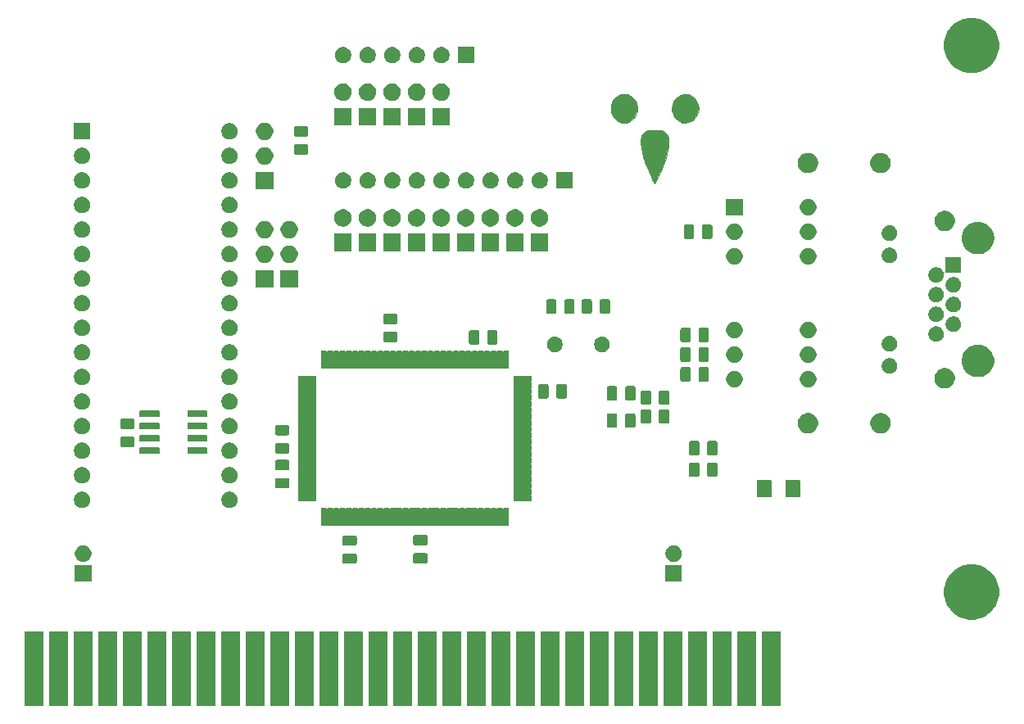
<source format=gbr>
G04 #@! TF.GenerationSoftware,KiCad,Pcbnew,(5.1.6)-1*
G04 #@! TF.CreationDate,2020-07-06T23:23:41+03:00*
G04 #@! TF.ProjectId,RTL8019,52544c38-3031-4392-9e6b-696361645f70,rev?*
G04 #@! TF.SameCoordinates,Original*
G04 #@! TF.FileFunction,Soldermask,Top*
G04 #@! TF.FilePolarity,Negative*
%FSLAX46Y46*%
G04 Gerber Fmt 4.6, Leading zero omitted, Abs format (unit mm)*
G04 Created by KiCad (PCBNEW (5.1.6)-1) date 2020-07-06 23:23:41*
%MOMM*%
%LPD*%
G01*
G04 APERTURE LIST*
%ADD10C,0.010000*%
%ADD11C,0.100000*%
G04 APERTURE END LIST*
D10*
G36*
X203480461Y-60962958D02*
G01*
X203741254Y-61054566D01*
X203774816Y-61070457D01*
X204002002Y-61210488D01*
X204191729Y-61386576D01*
X204343483Y-61592105D01*
X204456749Y-61820458D01*
X204531014Y-62065019D01*
X204565763Y-62319172D01*
X204560482Y-62576300D01*
X204514658Y-62829788D01*
X204427777Y-63073019D01*
X204299324Y-63299376D01*
X204128785Y-63502244D01*
X203973992Y-63634235D01*
X203764094Y-63757818D01*
X203528764Y-63843339D01*
X203283107Y-63887310D01*
X203042228Y-63886242D01*
X202946287Y-63871559D01*
X202701821Y-63794035D01*
X202474843Y-63667662D01*
X202271956Y-63498974D01*
X202099766Y-63294506D01*
X201964877Y-63060795D01*
X201875932Y-62812384D01*
X201846546Y-62645199D01*
X201833792Y-62451473D01*
X201837762Y-62254606D01*
X201858544Y-62077998D01*
X201872860Y-62013404D01*
X201965473Y-61756360D01*
X202097597Y-61522254D01*
X202262370Y-61321090D01*
X202452929Y-61162877D01*
X202458821Y-61158998D01*
X202708312Y-61025798D01*
X202962646Y-60948664D01*
X203220477Y-60927687D01*
X203480461Y-60962958D01*
G37*
X203480461Y-60962958D02*
X203741254Y-61054566D01*
X203774816Y-61070457D01*
X204002002Y-61210488D01*
X204191729Y-61386576D01*
X204343483Y-61592105D01*
X204456749Y-61820458D01*
X204531014Y-62065019D01*
X204565763Y-62319172D01*
X204560482Y-62576300D01*
X204514658Y-62829788D01*
X204427777Y-63073019D01*
X204299324Y-63299376D01*
X204128785Y-63502244D01*
X203973992Y-63634235D01*
X203764094Y-63757818D01*
X203528764Y-63843339D01*
X203283107Y-63887310D01*
X203042228Y-63886242D01*
X202946287Y-63871559D01*
X202701821Y-63794035D01*
X202474843Y-63667662D01*
X202271956Y-63498974D01*
X202099766Y-63294506D01*
X201964877Y-63060795D01*
X201875932Y-62812384D01*
X201846546Y-62645199D01*
X201833792Y-62451473D01*
X201837762Y-62254606D01*
X201858544Y-62077998D01*
X201872860Y-62013404D01*
X201965473Y-61756360D01*
X202097597Y-61522254D01*
X202262370Y-61321090D01*
X202452929Y-61162877D01*
X202458821Y-61158998D01*
X202708312Y-61025798D01*
X202962646Y-60948664D01*
X203220477Y-60927687D01*
X203480461Y-60962958D01*
G36*
X200280561Y-64653099D02*
G01*
X200474075Y-64658700D01*
X200628123Y-64670338D01*
X200751177Y-64689995D01*
X200851706Y-64719652D01*
X200938182Y-64761290D01*
X201019074Y-64816891D01*
X201102853Y-64888437D01*
X201120304Y-64904466D01*
X201268765Y-65067707D01*
X201360353Y-65222926D01*
X201430711Y-65438909D01*
X201468190Y-65697011D01*
X201473310Y-65993844D01*
X201446587Y-66326023D01*
X201388543Y-66690161D01*
X201299695Y-67082874D01*
X201180562Y-67500775D01*
X201031664Y-67940479D01*
X200885753Y-68319791D01*
X200751079Y-68647996D01*
X200622390Y-68953019D01*
X200501653Y-69230579D01*
X200390837Y-69476396D01*
X200291910Y-69686191D01*
X200206839Y-69855684D01*
X200137592Y-69980593D01*
X200088430Y-70053851D01*
X200032589Y-70122801D01*
X199953252Y-69997407D01*
X199886413Y-69880856D01*
X199802302Y-69715036D01*
X199700539Y-69499128D01*
X199580745Y-69232308D01*
X199442540Y-68913758D01*
X199334178Y-68658458D01*
X199219996Y-68384731D01*
X199125633Y-68151585D01*
X199047316Y-67948323D01*
X198981272Y-67764248D01*
X198923725Y-67588663D01*
X198870904Y-67410871D01*
X198819034Y-67220176D01*
X198797646Y-67137651D01*
X198726596Y-66843894D01*
X198674821Y-66588262D01*
X198640242Y-66356629D01*
X198620780Y-66134872D01*
X198614353Y-65908865D01*
X198614338Y-65892680D01*
X198622832Y-65641568D01*
X198650298Y-65434706D01*
X198700251Y-65262056D01*
X198776206Y-65113581D01*
X198881679Y-64979245D01*
X198962057Y-64899914D01*
X199048725Y-64825451D01*
X199132152Y-64767328D01*
X199220871Y-64723578D01*
X199323415Y-64692234D01*
X199448319Y-64671327D01*
X199604116Y-64658891D01*
X199799339Y-64652956D01*
X200039112Y-64651554D01*
X200280561Y-64653099D01*
G37*
X200280561Y-64653099D02*
X200474075Y-64658700D01*
X200628123Y-64670338D01*
X200751177Y-64689995D01*
X200851706Y-64719652D01*
X200938182Y-64761290D01*
X201019074Y-64816891D01*
X201102853Y-64888437D01*
X201120304Y-64904466D01*
X201268765Y-65067707D01*
X201360353Y-65222926D01*
X201430711Y-65438909D01*
X201468190Y-65697011D01*
X201473310Y-65993844D01*
X201446587Y-66326023D01*
X201388543Y-66690161D01*
X201299695Y-67082874D01*
X201180562Y-67500775D01*
X201031664Y-67940479D01*
X200885753Y-68319791D01*
X200751079Y-68647996D01*
X200622390Y-68953019D01*
X200501653Y-69230579D01*
X200390837Y-69476396D01*
X200291910Y-69686191D01*
X200206839Y-69855684D01*
X200137592Y-69980593D01*
X200088430Y-70053851D01*
X200032589Y-70122801D01*
X199953252Y-69997407D01*
X199886413Y-69880856D01*
X199802302Y-69715036D01*
X199700539Y-69499128D01*
X199580745Y-69232308D01*
X199442540Y-68913758D01*
X199334178Y-68658458D01*
X199219996Y-68384731D01*
X199125633Y-68151585D01*
X199047316Y-67948323D01*
X198981272Y-67764248D01*
X198923725Y-67588663D01*
X198870904Y-67410871D01*
X198819034Y-67220176D01*
X198797646Y-67137651D01*
X198726596Y-66843894D01*
X198674821Y-66588262D01*
X198640242Y-66356629D01*
X198620780Y-66134872D01*
X198614353Y-65908865D01*
X198614338Y-65892680D01*
X198622832Y-65641568D01*
X198650298Y-65434706D01*
X198700251Y-65262056D01*
X198776206Y-65113581D01*
X198881679Y-64979245D01*
X198962057Y-64899914D01*
X199048725Y-64825451D01*
X199132152Y-64767328D01*
X199220871Y-64723578D01*
X199323415Y-64692234D01*
X199448319Y-64671327D01*
X199604116Y-64658891D01*
X199799339Y-64652956D01*
X200039112Y-64651554D01*
X200280561Y-64653099D01*
G36*
X197198946Y-60967642D02*
G01*
X197435271Y-61054638D01*
X197653126Y-61185263D01*
X197846417Y-61355246D01*
X198009051Y-61560314D01*
X198134936Y-61796197D01*
X198203787Y-61999186D01*
X198232310Y-62162216D01*
X198244763Y-62354802D01*
X198241110Y-62553122D01*
X198221318Y-62733355D01*
X198204975Y-62810723D01*
X198112328Y-63068468D01*
X197979072Y-63298890D01*
X197811233Y-63497862D01*
X197614840Y-63661255D01*
X197395917Y-63784940D01*
X197160492Y-63864791D01*
X196914591Y-63896678D01*
X196664241Y-63876475D01*
X196652445Y-63874170D01*
X196390655Y-63793700D01*
X196152311Y-63664632D01*
X195942922Y-63491889D01*
X195767996Y-63280389D01*
X195633041Y-63035055D01*
X195590363Y-62925313D01*
X195559972Y-62827864D01*
X195540362Y-62735542D01*
X195529446Y-62631390D01*
X195525138Y-62498450D01*
X195524874Y-62393124D01*
X195526887Y-62240036D01*
X195533133Y-62126968D01*
X195546003Y-62037522D01*
X195567886Y-61955304D01*
X195601176Y-61863919D01*
X195602574Y-61860361D01*
X195732697Y-61598449D01*
X195900210Y-61374346D01*
X196100996Y-61191515D01*
X196330937Y-61053417D01*
X196585915Y-60963515D01*
X196695257Y-60941625D01*
X196950244Y-60928547D01*
X197198946Y-60967642D01*
G37*
X197198946Y-60967642D02*
X197435271Y-61054638D01*
X197653126Y-61185263D01*
X197846417Y-61355246D01*
X198009051Y-61560314D01*
X198134936Y-61796197D01*
X198203787Y-61999186D01*
X198232310Y-62162216D01*
X198244763Y-62354802D01*
X198241110Y-62553122D01*
X198221318Y-62733355D01*
X198204975Y-62810723D01*
X198112328Y-63068468D01*
X197979072Y-63298890D01*
X197811233Y-63497862D01*
X197614840Y-63661255D01*
X197395917Y-63784940D01*
X197160492Y-63864791D01*
X196914591Y-63896678D01*
X196664241Y-63876475D01*
X196652445Y-63874170D01*
X196390655Y-63793700D01*
X196152311Y-63664632D01*
X195942922Y-63491889D01*
X195767996Y-63280389D01*
X195633041Y-63035055D01*
X195590363Y-62925313D01*
X195559972Y-62827864D01*
X195540362Y-62735542D01*
X195529446Y-62631390D01*
X195525138Y-62498450D01*
X195524874Y-62393124D01*
X195526887Y-62240036D01*
X195533133Y-62126968D01*
X195546003Y-62037522D01*
X195567886Y-61955304D01*
X195601176Y-61863919D01*
X195602574Y-61860361D01*
X195732697Y-61598449D01*
X195900210Y-61374346D01*
X196100996Y-61191515D01*
X196330937Y-61053417D01*
X196585915Y-60963515D01*
X196695257Y-60941625D01*
X196950244Y-60928547D01*
X197198946Y-60967642D01*
D11*
G36*
X174929800Y-124206000D02*
G01*
X173050200Y-124206000D01*
X173050200Y-116484400D01*
X174929800Y-116484400D01*
X174929800Y-124206000D01*
G37*
G36*
X195249800Y-124206000D02*
G01*
X193370200Y-124206000D01*
X193370200Y-116484400D01*
X195249800Y-116484400D01*
X195249800Y-124206000D01*
G37*
G36*
X136829800Y-124206000D02*
G01*
X134950200Y-124206000D01*
X134950200Y-116484400D01*
X136829800Y-116484400D01*
X136829800Y-124206000D01*
G37*
G36*
X139369800Y-124206000D02*
G01*
X137490200Y-124206000D01*
X137490200Y-116484400D01*
X139369800Y-116484400D01*
X139369800Y-124206000D01*
G37*
G36*
X141909800Y-124206000D02*
G01*
X140030200Y-124206000D01*
X140030200Y-116484400D01*
X141909800Y-116484400D01*
X141909800Y-124206000D01*
G37*
G36*
X144449800Y-124206000D02*
G01*
X142570200Y-124206000D01*
X142570200Y-116484400D01*
X144449800Y-116484400D01*
X144449800Y-124206000D01*
G37*
G36*
X146989800Y-124206000D02*
G01*
X145110200Y-124206000D01*
X145110200Y-116484400D01*
X146989800Y-116484400D01*
X146989800Y-124206000D01*
G37*
G36*
X149529800Y-124206000D02*
G01*
X147650200Y-124206000D01*
X147650200Y-116484400D01*
X149529800Y-116484400D01*
X149529800Y-124206000D01*
G37*
G36*
X152069800Y-124206000D02*
G01*
X150190200Y-124206000D01*
X150190200Y-116484400D01*
X152069800Y-116484400D01*
X152069800Y-124206000D01*
G37*
G36*
X154609800Y-124206000D02*
G01*
X152730200Y-124206000D01*
X152730200Y-116484400D01*
X154609800Y-116484400D01*
X154609800Y-124206000D01*
G37*
G36*
X157149800Y-124206000D02*
G01*
X155270200Y-124206000D01*
X155270200Y-116484400D01*
X157149800Y-116484400D01*
X157149800Y-124206000D01*
G37*
G36*
X159689800Y-124206000D02*
G01*
X157810200Y-124206000D01*
X157810200Y-116484400D01*
X159689800Y-116484400D01*
X159689800Y-124206000D01*
G37*
G36*
X162229800Y-124206000D02*
G01*
X160350200Y-124206000D01*
X160350200Y-116484400D01*
X162229800Y-116484400D01*
X162229800Y-124206000D01*
G37*
G36*
X164769800Y-124206000D02*
G01*
X162890200Y-124206000D01*
X162890200Y-116484400D01*
X164769800Y-116484400D01*
X164769800Y-124206000D01*
G37*
G36*
X167309800Y-124206000D02*
G01*
X165430200Y-124206000D01*
X165430200Y-116484400D01*
X167309800Y-116484400D01*
X167309800Y-124206000D01*
G37*
G36*
X169849800Y-124206000D02*
G01*
X167970200Y-124206000D01*
X167970200Y-116484400D01*
X169849800Y-116484400D01*
X169849800Y-124206000D01*
G37*
G36*
X187629800Y-124206000D02*
G01*
X185750200Y-124206000D01*
X185750200Y-116484400D01*
X187629800Y-116484400D01*
X187629800Y-124206000D01*
G37*
G36*
X213029800Y-124206000D02*
G01*
X211150200Y-124206000D01*
X211150200Y-116484400D01*
X213029800Y-116484400D01*
X213029800Y-124206000D01*
G37*
G36*
X177469800Y-124206000D02*
G01*
X175590200Y-124206000D01*
X175590200Y-116484400D01*
X177469800Y-116484400D01*
X177469800Y-124206000D01*
G37*
G36*
X180009800Y-124206000D02*
G01*
X178130200Y-124206000D01*
X178130200Y-116484400D01*
X180009800Y-116484400D01*
X180009800Y-124206000D01*
G37*
G36*
X182549800Y-124206000D02*
G01*
X180670200Y-124206000D01*
X180670200Y-116484400D01*
X182549800Y-116484400D01*
X182549800Y-124206000D01*
G37*
G36*
X185089800Y-124206000D02*
G01*
X183210200Y-124206000D01*
X183210200Y-116484400D01*
X185089800Y-116484400D01*
X185089800Y-124206000D01*
G37*
G36*
X190169800Y-124206000D02*
G01*
X188290200Y-124206000D01*
X188290200Y-116484400D01*
X190169800Y-116484400D01*
X190169800Y-124206000D01*
G37*
G36*
X192709800Y-124206000D02*
G01*
X190830200Y-124206000D01*
X190830200Y-116484400D01*
X192709800Y-116484400D01*
X192709800Y-124206000D01*
G37*
G36*
X172389800Y-124206000D02*
G01*
X170510200Y-124206000D01*
X170510200Y-116484400D01*
X172389800Y-116484400D01*
X172389800Y-124206000D01*
G37*
G36*
X197789800Y-124206000D02*
G01*
X195910200Y-124206000D01*
X195910200Y-116484400D01*
X197789800Y-116484400D01*
X197789800Y-124206000D01*
G37*
G36*
X200329800Y-124206000D02*
G01*
X198450200Y-124206000D01*
X198450200Y-116484400D01*
X200329800Y-116484400D01*
X200329800Y-124206000D01*
G37*
G36*
X202869800Y-124206000D02*
G01*
X200990200Y-124206000D01*
X200990200Y-116484400D01*
X202869800Y-116484400D01*
X202869800Y-124206000D01*
G37*
G36*
X205409800Y-124206000D02*
G01*
X203530200Y-124206000D01*
X203530200Y-116484400D01*
X205409800Y-116484400D01*
X205409800Y-124206000D01*
G37*
G36*
X207949800Y-124206000D02*
G01*
X206070200Y-124206000D01*
X206070200Y-116484400D01*
X207949800Y-116484400D01*
X207949800Y-124206000D01*
G37*
G36*
X210489800Y-124206000D02*
G01*
X208610200Y-124206000D01*
X208610200Y-116484400D01*
X210489800Y-116484400D01*
X210489800Y-124206000D01*
G37*
G36*
X233622548Y-109653754D02*
G01*
X234141360Y-109868654D01*
X234608279Y-110180639D01*
X235005361Y-110577721D01*
X235317346Y-111044640D01*
X235532246Y-111563452D01*
X235641800Y-112114221D01*
X235641800Y-112675779D01*
X235532246Y-113226548D01*
X235317346Y-113745360D01*
X235005361Y-114212279D01*
X234608279Y-114609361D01*
X234141360Y-114921346D01*
X233622548Y-115136246D01*
X233071779Y-115245800D01*
X232510221Y-115245800D01*
X231959452Y-115136246D01*
X231440640Y-114921346D01*
X230973721Y-114609361D01*
X230576639Y-114212279D01*
X230264654Y-113745360D01*
X230049754Y-113226548D01*
X229940200Y-112675779D01*
X229940200Y-112114221D01*
X230049754Y-111563452D01*
X230264654Y-111044640D01*
X230576639Y-110577721D01*
X230973721Y-110180639D01*
X231440640Y-109868654D01*
X231959452Y-109653754D01*
X232510221Y-109544200D01*
X233071779Y-109544200D01*
X233622548Y-109653754D01*
G37*
G36*
X141820800Y-111290000D02*
G01*
X140119200Y-111290000D01*
X140119200Y-109588400D01*
X141820800Y-109588400D01*
X141820800Y-111290000D01*
G37*
G36*
X202854460Y-111285940D02*
G01*
X201152860Y-111285940D01*
X201152860Y-109584340D01*
X202854460Y-109584340D01*
X202854460Y-111285940D01*
G37*
G36*
X169088747Y-108404554D02*
G01*
X169127216Y-108416222D01*
X169162661Y-108435169D01*
X169193732Y-108460668D01*
X169219231Y-108491739D01*
X169238178Y-108527184D01*
X169249846Y-108565653D01*
X169254400Y-108611884D01*
X169254400Y-109264716D01*
X169249846Y-109310947D01*
X169238178Y-109349416D01*
X169219231Y-109384861D01*
X169193732Y-109415932D01*
X169162661Y-109441431D01*
X169127216Y-109460378D01*
X169088747Y-109472046D01*
X169042516Y-109476600D01*
X167964684Y-109476600D01*
X167918453Y-109472046D01*
X167879984Y-109460378D01*
X167844539Y-109441431D01*
X167813468Y-109415932D01*
X167787969Y-109384861D01*
X167769022Y-109349416D01*
X167757354Y-109310947D01*
X167752800Y-109264716D01*
X167752800Y-108611884D01*
X167757354Y-108565653D01*
X167769022Y-108527184D01*
X167787969Y-108491739D01*
X167813468Y-108460668D01*
X167844539Y-108435169D01*
X167879984Y-108416222D01*
X167918453Y-108404554D01*
X167964684Y-108400000D01*
X169042516Y-108400000D01*
X169088747Y-108404554D01*
G37*
G36*
X176421727Y-108378914D02*
G01*
X176460196Y-108390582D01*
X176495641Y-108409529D01*
X176526712Y-108435028D01*
X176552211Y-108466099D01*
X176571158Y-108501544D01*
X176582826Y-108540013D01*
X176587380Y-108586244D01*
X176587380Y-109239076D01*
X176582826Y-109285307D01*
X176571158Y-109323776D01*
X176552211Y-109359221D01*
X176526712Y-109390292D01*
X176495641Y-109415791D01*
X176460196Y-109434738D01*
X176421727Y-109446406D01*
X176375496Y-109450960D01*
X175297664Y-109450960D01*
X175251433Y-109446406D01*
X175212964Y-109434738D01*
X175177519Y-109415791D01*
X175146448Y-109390292D01*
X175120949Y-109359221D01*
X175102002Y-109323776D01*
X175090334Y-109285307D01*
X175085780Y-109239076D01*
X175085780Y-108586244D01*
X175090334Y-108540013D01*
X175102002Y-108501544D01*
X175120949Y-108466099D01*
X175146448Y-108435028D01*
X175177519Y-108409529D01*
X175212964Y-108390582D01*
X175251433Y-108378914D01*
X175297664Y-108374360D01*
X176375496Y-108374360D01*
X176421727Y-108378914D01*
G37*
G36*
X141218169Y-107621095D02*
G01*
X141373005Y-107685231D01*
X141512354Y-107778340D01*
X141630860Y-107896846D01*
X141723969Y-108036195D01*
X141788105Y-108191031D01*
X141820800Y-108355403D01*
X141820800Y-108522997D01*
X141788105Y-108687369D01*
X141723969Y-108842205D01*
X141630860Y-108981554D01*
X141512354Y-109100060D01*
X141373005Y-109193169D01*
X141218169Y-109257305D01*
X141053797Y-109290000D01*
X140886203Y-109290000D01*
X140721831Y-109257305D01*
X140566995Y-109193169D01*
X140427646Y-109100060D01*
X140309140Y-108981554D01*
X140216031Y-108842205D01*
X140151895Y-108687369D01*
X140119200Y-108522997D01*
X140119200Y-108355403D01*
X140151895Y-108191031D01*
X140216031Y-108036195D01*
X140309140Y-107896846D01*
X140427646Y-107778340D01*
X140566995Y-107685231D01*
X140721831Y-107621095D01*
X140886203Y-107588400D01*
X141053797Y-107588400D01*
X141218169Y-107621095D01*
G37*
G36*
X202251829Y-107617035D02*
G01*
X202406665Y-107681171D01*
X202546014Y-107774280D01*
X202664520Y-107892786D01*
X202757629Y-108032135D01*
X202821765Y-108186971D01*
X202854460Y-108351343D01*
X202854460Y-108518937D01*
X202821765Y-108683309D01*
X202757629Y-108838145D01*
X202664520Y-108977494D01*
X202546014Y-109096000D01*
X202406665Y-109189109D01*
X202251829Y-109253245D01*
X202087457Y-109285940D01*
X201919863Y-109285940D01*
X201755491Y-109253245D01*
X201600655Y-109189109D01*
X201461306Y-109096000D01*
X201342800Y-108977494D01*
X201249691Y-108838145D01*
X201185555Y-108683309D01*
X201152860Y-108518937D01*
X201152860Y-108351343D01*
X201185555Y-108186971D01*
X201249691Y-108032135D01*
X201342800Y-107892786D01*
X201461306Y-107774280D01*
X201600655Y-107681171D01*
X201755491Y-107617035D01*
X201919863Y-107584340D01*
X202087457Y-107584340D01*
X202251829Y-107617035D01*
G37*
G36*
X169088747Y-106529554D02*
G01*
X169127216Y-106541222D01*
X169162661Y-106560169D01*
X169193732Y-106585668D01*
X169219231Y-106616739D01*
X169238178Y-106652184D01*
X169249846Y-106690653D01*
X169254400Y-106736884D01*
X169254400Y-107389716D01*
X169249846Y-107435947D01*
X169238178Y-107474416D01*
X169219231Y-107509861D01*
X169193732Y-107540932D01*
X169162661Y-107566431D01*
X169127216Y-107585378D01*
X169088747Y-107597046D01*
X169042516Y-107601600D01*
X167964684Y-107601600D01*
X167918453Y-107597046D01*
X167879984Y-107585378D01*
X167844539Y-107566431D01*
X167813468Y-107540932D01*
X167787969Y-107509861D01*
X167769022Y-107474416D01*
X167757354Y-107435947D01*
X167752800Y-107389716D01*
X167752800Y-106736884D01*
X167757354Y-106690653D01*
X167769022Y-106652184D01*
X167787969Y-106616739D01*
X167813468Y-106585668D01*
X167844539Y-106560169D01*
X167879984Y-106541222D01*
X167918453Y-106529554D01*
X167964684Y-106525000D01*
X169042516Y-106525000D01*
X169088747Y-106529554D01*
G37*
G36*
X176421727Y-106503914D02*
G01*
X176460196Y-106515582D01*
X176495641Y-106534529D01*
X176526712Y-106560028D01*
X176552211Y-106591099D01*
X176571158Y-106626544D01*
X176582826Y-106665013D01*
X176587380Y-106711244D01*
X176587380Y-107364076D01*
X176582826Y-107410307D01*
X176571158Y-107448776D01*
X176552211Y-107484221D01*
X176526712Y-107515292D01*
X176495641Y-107540791D01*
X176460196Y-107559738D01*
X176421727Y-107571406D01*
X176375496Y-107575960D01*
X175297664Y-107575960D01*
X175251433Y-107571406D01*
X175212964Y-107559738D01*
X175177519Y-107540791D01*
X175146448Y-107515292D01*
X175120949Y-107484221D01*
X175102002Y-107448776D01*
X175090334Y-107410307D01*
X175085780Y-107364076D01*
X175085780Y-106711244D01*
X175090334Y-106665013D01*
X175102002Y-106626544D01*
X175120949Y-106591099D01*
X175146448Y-106560028D01*
X175177519Y-106534529D01*
X175212964Y-106515582D01*
X175251433Y-106503914D01*
X175297664Y-106499360D01*
X176375496Y-106499360D01*
X176421727Y-106503914D01*
G37*
G36*
X166065729Y-103721471D02*
G01*
X166081922Y-103726383D01*
X166100134Y-103736118D01*
X166123135Y-103745645D01*
X166147553Y-103750502D01*
X166172449Y-103750501D01*
X166196867Y-103745644D01*
X166219866Y-103736118D01*
X166238078Y-103726383D01*
X166254271Y-103721471D01*
X166277334Y-103719200D01*
X166692666Y-103719200D01*
X166715729Y-103721471D01*
X166731922Y-103726383D01*
X166750134Y-103736118D01*
X166773135Y-103745645D01*
X166797553Y-103750502D01*
X166822449Y-103750501D01*
X166846867Y-103745644D01*
X166869866Y-103736118D01*
X166888078Y-103726383D01*
X166904271Y-103721471D01*
X166927334Y-103719200D01*
X167342666Y-103719200D01*
X167365729Y-103721471D01*
X167381922Y-103726383D01*
X167400134Y-103736118D01*
X167423135Y-103745645D01*
X167447553Y-103750502D01*
X167472449Y-103750501D01*
X167496867Y-103745644D01*
X167519866Y-103736118D01*
X167538078Y-103726383D01*
X167554271Y-103721471D01*
X167577334Y-103719200D01*
X167992666Y-103719200D01*
X168015729Y-103721471D01*
X168031922Y-103726383D01*
X168050134Y-103736118D01*
X168073135Y-103745645D01*
X168097553Y-103750502D01*
X168122449Y-103750501D01*
X168146867Y-103745644D01*
X168169866Y-103736118D01*
X168188078Y-103726383D01*
X168204271Y-103721471D01*
X168227334Y-103719200D01*
X168642666Y-103719200D01*
X168665729Y-103721471D01*
X168681922Y-103726383D01*
X168700134Y-103736118D01*
X168723135Y-103745645D01*
X168747553Y-103750502D01*
X168772449Y-103750501D01*
X168796867Y-103745644D01*
X168819866Y-103736118D01*
X168838078Y-103726383D01*
X168854271Y-103721471D01*
X168877334Y-103719200D01*
X169292666Y-103719200D01*
X169315729Y-103721471D01*
X169331922Y-103726383D01*
X169350134Y-103736118D01*
X169373135Y-103745645D01*
X169397553Y-103750502D01*
X169422449Y-103750501D01*
X169446867Y-103745644D01*
X169469866Y-103736118D01*
X169488078Y-103726383D01*
X169504271Y-103721471D01*
X169527334Y-103719200D01*
X169942666Y-103719200D01*
X169965729Y-103721471D01*
X169981922Y-103726383D01*
X170000134Y-103736118D01*
X170023135Y-103745645D01*
X170047553Y-103750502D01*
X170072449Y-103750501D01*
X170096867Y-103745644D01*
X170119866Y-103736118D01*
X170138078Y-103726383D01*
X170154271Y-103721471D01*
X170177334Y-103719200D01*
X170592666Y-103719200D01*
X170615729Y-103721471D01*
X170631922Y-103726383D01*
X170650134Y-103736118D01*
X170673135Y-103745645D01*
X170697553Y-103750502D01*
X170722449Y-103750501D01*
X170746867Y-103745644D01*
X170769866Y-103736118D01*
X170788078Y-103726383D01*
X170804271Y-103721471D01*
X170827334Y-103719200D01*
X171242666Y-103719200D01*
X171265729Y-103721471D01*
X171281922Y-103726383D01*
X171300134Y-103736118D01*
X171323135Y-103745645D01*
X171347553Y-103750502D01*
X171372449Y-103750501D01*
X171396867Y-103745644D01*
X171419866Y-103736118D01*
X171438078Y-103726383D01*
X171454271Y-103721471D01*
X171477334Y-103719200D01*
X171892666Y-103719200D01*
X171915729Y-103721471D01*
X171931922Y-103726383D01*
X171950134Y-103736118D01*
X171973135Y-103745645D01*
X171997553Y-103750502D01*
X172022449Y-103750501D01*
X172046867Y-103745644D01*
X172069866Y-103736118D01*
X172088078Y-103726383D01*
X172104271Y-103721471D01*
X172127334Y-103719200D01*
X172542666Y-103719200D01*
X172565729Y-103721471D01*
X172581922Y-103726383D01*
X172600134Y-103736118D01*
X172623135Y-103745645D01*
X172647553Y-103750502D01*
X172672449Y-103750501D01*
X172696867Y-103745644D01*
X172719866Y-103736118D01*
X172738078Y-103726383D01*
X172754271Y-103721471D01*
X172777334Y-103719200D01*
X173192666Y-103719200D01*
X173215729Y-103721471D01*
X173231922Y-103726383D01*
X173250134Y-103736118D01*
X173273135Y-103745645D01*
X173297553Y-103750502D01*
X173322449Y-103750501D01*
X173346867Y-103745644D01*
X173369866Y-103736118D01*
X173388078Y-103726383D01*
X173404271Y-103721471D01*
X173427334Y-103719200D01*
X173842666Y-103719200D01*
X173865729Y-103721471D01*
X173881922Y-103726383D01*
X173900134Y-103736118D01*
X173923135Y-103745645D01*
X173947553Y-103750502D01*
X173972449Y-103750501D01*
X173996867Y-103745644D01*
X174019866Y-103736118D01*
X174038078Y-103726383D01*
X174054271Y-103721471D01*
X174077334Y-103719200D01*
X174492666Y-103719200D01*
X174515729Y-103721471D01*
X174531922Y-103726383D01*
X174550134Y-103736118D01*
X174573135Y-103745645D01*
X174597553Y-103750502D01*
X174622449Y-103750501D01*
X174646867Y-103745644D01*
X174669866Y-103736118D01*
X174688078Y-103726383D01*
X174704271Y-103721471D01*
X174727334Y-103719200D01*
X175142666Y-103719200D01*
X175165729Y-103721471D01*
X175181922Y-103726383D01*
X175200134Y-103736118D01*
X175223135Y-103745645D01*
X175247553Y-103750502D01*
X175272449Y-103750501D01*
X175296867Y-103745644D01*
X175319866Y-103736118D01*
X175338078Y-103726383D01*
X175354271Y-103721471D01*
X175377334Y-103719200D01*
X175792666Y-103719200D01*
X175815729Y-103721471D01*
X175831922Y-103726383D01*
X175850134Y-103736118D01*
X175873135Y-103745645D01*
X175897553Y-103750502D01*
X175922449Y-103750501D01*
X175946867Y-103745644D01*
X175969866Y-103736118D01*
X175988078Y-103726383D01*
X176004271Y-103721471D01*
X176027334Y-103719200D01*
X176442666Y-103719200D01*
X176465729Y-103721471D01*
X176481922Y-103726383D01*
X176500134Y-103736118D01*
X176523135Y-103745645D01*
X176547553Y-103750502D01*
X176572449Y-103750501D01*
X176596867Y-103745644D01*
X176619866Y-103736118D01*
X176638078Y-103726383D01*
X176654271Y-103721471D01*
X176677334Y-103719200D01*
X177092666Y-103719200D01*
X177115729Y-103721471D01*
X177131922Y-103726383D01*
X177150134Y-103736118D01*
X177173135Y-103745645D01*
X177197553Y-103750502D01*
X177222449Y-103750501D01*
X177246867Y-103745644D01*
X177269866Y-103736118D01*
X177288078Y-103726383D01*
X177304271Y-103721471D01*
X177327334Y-103719200D01*
X177742666Y-103719200D01*
X177765729Y-103721471D01*
X177781922Y-103726383D01*
X177800134Y-103736118D01*
X177823135Y-103745645D01*
X177847553Y-103750502D01*
X177872449Y-103750501D01*
X177896867Y-103745644D01*
X177919866Y-103736118D01*
X177938078Y-103726383D01*
X177954271Y-103721471D01*
X177977334Y-103719200D01*
X178392666Y-103719200D01*
X178415729Y-103721471D01*
X178431922Y-103726383D01*
X178450134Y-103736118D01*
X178473135Y-103745645D01*
X178497553Y-103750502D01*
X178522449Y-103750501D01*
X178546867Y-103745644D01*
X178569866Y-103736118D01*
X178588078Y-103726383D01*
X178604271Y-103721471D01*
X178627334Y-103719200D01*
X179042666Y-103719200D01*
X179065729Y-103721471D01*
X179081922Y-103726383D01*
X179100134Y-103736118D01*
X179123135Y-103745645D01*
X179147553Y-103750502D01*
X179172449Y-103750501D01*
X179196867Y-103745644D01*
X179219866Y-103736118D01*
X179238078Y-103726383D01*
X179254271Y-103721471D01*
X179277334Y-103719200D01*
X179692666Y-103719200D01*
X179715729Y-103721471D01*
X179731922Y-103726383D01*
X179750134Y-103736118D01*
X179773135Y-103745645D01*
X179797553Y-103750502D01*
X179822449Y-103750501D01*
X179846867Y-103745644D01*
X179869866Y-103736118D01*
X179888078Y-103726383D01*
X179904271Y-103721471D01*
X179927334Y-103719200D01*
X180342666Y-103719200D01*
X180365729Y-103721471D01*
X180381922Y-103726383D01*
X180400134Y-103736118D01*
X180423135Y-103745645D01*
X180447553Y-103750502D01*
X180472449Y-103750501D01*
X180496867Y-103745644D01*
X180519866Y-103736118D01*
X180538078Y-103726383D01*
X180554271Y-103721471D01*
X180577334Y-103719200D01*
X180992666Y-103719200D01*
X181015729Y-103721471D01*
X181031922Y-103726383D01*
X181050134Y-103736118D01*
X181073135Y-103745645D01*
X181097553Y-103750502D01*
X181122449Y-103750501D01*
X181146867Y-103745644D01*
X181169866Y-103736118D01*
X181188078Y-103726383D01*
X181204271Y-103721471D01*
X181227334Y-103719200D01*
X181642666Y-103719200D01*
X181665729Y-103721471D01*
X181681922Y-103726383D01*
X181700134Y-103736118D01*
X181723135Y-103745645D01*
X181747553Y-103750502D01*
X181772449Y-103750501D01*
X181796867Y-103745644D01*
X181819866Y-103736118D01*
X181838078Y-103726383D01*
X181854271Y-103721471D01*
X181877334Y-103719200D01*
X182292666Y-103719200D01*
X182315729Y-103721471D01*
X182331922Y-103726383D01*
X182350134Y-103736118D01*
X182373135Y-103745645D01*
X182397553Y-103750502D01*
X182422449Y-103750501D01*
X182446867Y-103745644D01*
X182469866Y-103736118D01*
X182488078Y-103726383D01*
X182504271Y-103721471D01*
X182527334Y-103719200D01*
X182942666Y-103719200D01*
X182965729Y-103721471D01*
X182981922Y-103726383D01*
X183000134Y-103736118D01*
X183023135Y-103745645D01*
X183047553Y-103750502D01*
X183072449Y-103750501D01*
X183096867Y-103745644D01*
X183119866Y-103736118D01*
X183138078Y-103726383D01*
X183154271Y-103721471D01*
X183177334Y-103719200D01*
X183592666Y-103719200D01*
X183615729Y-103721471D01*
X183631922Y-103726383D01*
X183650134Y-103736118D01*
X183673135Y-103745645D01*
X183697553Y-103750502D01*
X183722449Y-103750501D01*
X183746867Y-103745644D01*
X183769866Y-103736118D01*
X183788078Y-103726383D01*
X183804271Y-103721471D01*
X183827334Y-103719200D01*
X184242666Y-103719200D01*
X184265729Y-103721471D01*
X184281922Y-103726383D01*
X184300134Y-103736118D01*
X184323135Y-103745645D01*
X184347553Y-103750502D01*
X184372449Y-103750501D01*
X184396867Y-103745644D01*
X184419866Y-103736118D01*
X184438078Y-103726383D01*
X184454271Y-103721471D01*
X184477334Y-103719200D01*
X184892666Y-103719200D01*
X184915729Y-103721471D01*
X184931926Y-103726385D01*
X184946832Y-103734352D01*
X184959912Y-103745088D01*
X184970648Y-103758168D01*
X184978615Y-103773074D01*
X184983529Y-103789271D01*
X184985800Y-103812334D01*
X184985800Y-105477666D01*
X184983529Y-105500729D01*
X184978615Y-105516926D01*
X184970648Y-105531832D01*
X184959912Y-105544912D01*
X184946832Y-105555648D01*
X184931926Y-105563615D01*
X184915729Y-105568529D01*
X184892666Y-105570800D01*
X184477334Y-105570800D01*
X184454271Y-105568529D01*
X184438078Y-105563617D01*
X184419866Y-105553882D01*
X184396865Y-105544355D01*
X184372447Y-105539498D01*
X184347551Y-105539499D01*
X184323133Y-105544356D01*
X184300134Y-105553882D01*
X184281922Y-105563617D01*
X184265729Y-105568529D01*
X184242666Y-105570800D01*
X183827334Y-105570800D01*
X183804271Y-105568529D01*
X183788078Y-105563617D01*
X183769866Y-105553882D01*
X183746865Y-105544355D01*
X183722447Y-105539498D01*
X183697551Y-105539499D01*
X183673133Y-105544356D01*
X183650134Y-105553882D01*
X183631922Y-105563617D01*
X183615729Y-105568529D01*
X183592666Y-105570800D01*
X183177334Y-105570800D01*
X183154271Y-105568529D01*
X183138078Y-105563617D01*
X183119866Y-105553882D01*
X183096865Y-105544355D01*
X183072447Y-105539498D01*
X183047551Y-105539499D01*
X183023133Y-105544356D01*
X183000134Y-105553882D01*
X182981922Y-105563617D01*
X182965729Y-105568529D01*
X182942666Y-105570800D01*
X182527334Y-105570800D01*
X182504271Y-105568529D01*
X182488078Y-105563617D01*
X182469866Y-105553882D01*
X182446865Y-105544355D01*
X182422447Y-105539498D01*
X182397551Y-105539499D01*
X182373133Y-105544356D01*
X182350134Y-105553882D01*
X182331922Y-105563617D01*
X182315729Y-105568529D01*
X182292666Y-105570800D01*
X181877334Y-105570800D01*
X181854271Y-105568529D01*
X181838078Y-105563617D01*
X181819866Y-105553882D01*
X181796865Y-105544355D01*
X181772447Y-105539498D01*
X181747551Y-105539499D01*
X181723133Y-105544356D01*
X181700134Y-105553882D01*
X181681922Y-105563617D01*
X181665729Y-105568529D01*
X181642666Y-105570800D01*
X181227334Y-105570800D01*
X181204271Y-105568529D01*
X181188078Y-105563617D01*
X181169866Y-105553882D01*
X181146865Y-105544355D01*
X181122447Y-105539498D01*
X181097551Y-105539499D01*
X181073133Y-105544356D01*
X181050134Y-105553882D01*
X181031922Y-105563617D01*
X181015729Y-105568529D01*
X180992666Y-105570800D01*
X180577334Y-105570800D01*
X180554271Y-105568529D01*
X180538078Y-105563617D01*
X180519866Y-105553882D01*
X180496865Y-105544355D01*
X180472447Y-105539498D01*
X180447551Y-105539499D01*
X180423133Y-105544356D01*
X180400134Y-105553882D01*
X180381922Y-105563617D01*
X180365729Y-105568529D01*
X180342666Y-105570800D01*
X179927334Y-105570800D01*
X179904271Y-105568529D01*
X179888078Y-105563617D01*
X179869866Y-105553882D01*
X179846865Y-105544355D01*
X179822447Y-105539498D01*
X179797551Y-105539499D01*
X179773133Y-105544356D01*
X179750134Y-105553882D01*
X179731922Y-105563617D01*
X179715729Y-105568529D01*
X179692666Y-105570800D01*
X179277334Y-105570800D01*
X179254271Y-105568529D01*
X179238078Y-105563617D01*
X179219866Y-105553882D01*
X179196865Y-105544355D01*
X179172447Y-105539498D01*
X179147551Y-105539499D01*
X179123133Y-105544356D01*
X179100134Y-105553882D01*
X179081922Y-105563617D01*
X179065729Y-105568529D01*
X179042666Y-105570800D01*
X178627334Y-105570800D01*
X178604271Y-105568529D01*
X178588078Y-105563617D01*
X178569866Y-105553882D01*
X178546865Y-105544355D01*
X178522447Y-105539498D01*
X178497551Y-105539499D01*
X178473133Y-105544356D01*
X178450134Y-105553882D01*
X178431922Y-105563617D01*
X178415729Y-105568529D01*
X178392666Y-105570800D01*
X177977334Y-105570800D01*
X177954271Y-105568529D01*
X177938078Y-105563617D01*
X177919866Y-105553882D01*
X177896865Y-105544355D01*
X177872447Y-105539498D01*
X177847551Y-105539499D01*
X177823133Y-105544356D01*
X177800134Y-105553882D01*
X177781922Y-105563617D01*
X177765729Y-105568529D01*
X177742666Y-105570800D01*
X177327334Y-105570800D01*
X177304271Y-105568529D01*
X177288078Y-105563617D01*
X177269866Y-105553882D01*
X177246865Y-105544355D01*
X177222447Y-105539498D01*
X177197551Y-105539499D01*
X177173133Y-105544356D01*
X177150134Y-105553882D01*
X177131922Y-105563617D01*
X177115729Y-105568529D01*
X177092666Y-105570800D01*
X176677334Y-105570800D01*
X176654271Y-105568529D01*
X176638078Y-105563617D01*
X176619866Y-105553882D01*
X176596865Y-105544355D01*
X176572447Y-105539498D01*
X176547551Y-105539499D01*
X176523133Y-105544356D01*
X176500134Y-105553882D01*
X176481922Y-105563617D01*
X176465729Y-105568529D01*
X176442666Y-105570800D01*
X176027334Y-105570800D01*
X176004271Y-105568529D01*
X175988078Y-105563617D01*
X175969866Y-105553882D01*
X175946865Y-105544355D01*
X175922447Y-105539498D01*
X175897551Y-105539499D01*
X175873133Y-105544356D01*
X175850134Y-105553882D01*
X175831922Y-105563617D01*
X175815729Y-105568529D01*
X175792666Y-105570800D01*
X175377334Y-105570800D01*
X175354271Y-105568529D01*
X175338078Y-105563617D01*
X175319866Y-105553882D01*
X175296865Y-105544355D01*
X175272447Y-105539498D01*
X175247551Y-105539499D01*
X175223133Y-105544356D01*
X175200134Y-105553882D01*
X175181922Y-105563617D01*
X175165729Y-105568529D01*
X175142666Y-105570800D01*
X174727334Y-105570800D01*
X174704271Y-105568529D01*
X174688078Y-105563617D01*
X174669866Y-105553882D01*
X174646865Y-105544355D01*
X174622447Y-105539498D01*
X174597551Y-105539499D01*
X174573133Y-105544356D01*
X174550134Y-105553882D01*
X174531922Y-105563617D01*
X174515729Y-105568529D01*
X174492666Y-105570800D01*
X174077334Y-105570800D01*
X174054271Y-105568529D01*
X174038078Y-105563617D01*
X174019866Y-105553882D01*
X173996865Y-105544355D01*
X173972447Y-105539498D01*
X173947551Y-105539499D01*
X173923133Y-105544356D01*
X173900134Y-105553882D01*
X173881922Y-105563617D01*
X173865729Y-105568529D01*
X173842666Y-105570800D01*
X173427334Y-105570800D01*
X173404271Y-105568529D01*
X173388078Y-105563617D01*
X173369866Y-105553882D01*
X173346865Y-105544355D01*
X173322447Y-105539498D01*
X173297551Y-105539499D01*
X173273133Y-105544356D01*
X173250134Y-105553882D01*
X173231922Y-105563617D01*
X173215729Y-105568529D01*
X173192666Y-105570800D01*
X172777334Y-105570800D01*
X172754271Y-105568529D01*
X172738078Y-105563617D01*
X172719866Y-105553882D01*
X172696865Y-105544355D01*
X172672447Y-105539498D01*
X172647551Y-105539499D01*
X172623133Y-105544356D01*
X172600134Y-105553882D01*
X172581922Y-105563617D01*
X172565729Y-105568529D01*
X172542666Y-105570800D01*
X172127334Y-105570800D01*
X172104271Y-105568529D01*
X172088078Y-105563617D01*
X172069866Y-105553882D01*
X172046865Y-105544355D01*
X172022447Y-105539498D01*
X171997551Y-105539499D01*
X171973133Y-105544356D01*
X171950134Y-105553882D01*
X171931922Y-105563617D01*
X171915729Y-105568529D01*
X171892666Y-105570800D01*
X171477334Y-105570800D01*
X171454271Y-105568529D01*
X171438078Y-105563617D01*
X171419866Y-105553882D01*
X171396865Y-105544355D01*
X171372447Y-105539498D01*
X171347551Y-105539499D01*
X171323133Y-105544356D01*
X171300134Y-105553882D01*
X171281922Y-105563617D01*
X171265729Y-105568529D01*
X171242666Y-105570800D01*
X170827334Y-105570800D01*
X170804271Y-105568529D01*
X170788078Y-105563617D01*
X170769866Y-105553882D01*
X170746865Y-105544355D01*
X170722447Y-105539498D01*
X170697551Y-105539499D01*
X170673133Y-105544356D01*
X170650134Y-105553882D01*
X170631922Y-105563617D01*
X170615729Y-105568529D01*
X170592666Y-105570800D01*
X170177334Y-105570800D01*
X170154271Y-105568529D01*
X170138078Y-105563617D01*
X170119866Y-105553882D01*
X170096865Y-105544355D01*
X170072447Y-105539498D01*
X170047551Y-105539499D01*
X170023133Y-105544356D01*
X170000134Y-105553882D01*
X169981922Y-105563617D01*
X169965729Y-105568529D01*
X169942666Y-105570800D01*
X169527334Y-105570800D01*
X169504271Y-105568529D01*
X169488078Y-105563617D01*
X169469866Y-105553882D01*
X169446865Y-105544355D01*
X169422447Y-105539498D01*
X169397551Y-105539499D01*
X169373133Y-105544356D01*
X169350134Y-105553882D01*
X169331922Y-105563617D01*
X169315729Y-105568529D01*
X169292666Y-105570800D01*
X168877334Y-105570800D01*
X168854271Y-105568529D01*
X168838078Y-105563617D01*
X168819866Y-105553882D01*
X168796865Y-105544355D01*
X168772447Y-105539498D01*
X168747551Y-105539499D01*
X168723133Y-105544356D01*
X168700134Y-105553882D01*
X168681922Y-105563617D01*
X168665729Y-105568529D01*
X168642666Y-105570800D01*
X168227334Y-105570800D01*
X168204271Y-105568529D01*
X168188078Y-105563617D01*
X168169866Y-105553882D01*
X168146865Y-105544355D01*
X168122447Y-105539498D01*
X168097551Y-105539499D01*
X168073133Y-105544356D01*
X168050134Y-105553882D01*
X168031922Y-105563617D01*
X168015729Y-105568529D01*
X167992666Y-105570800D01*
X167577334Y-105570800D01*
X167554271Y-105568529D01*
X167538078Y-105563617D01*
X167519866Y-105553882D01*
X167496865Y-105544355D01*
X167472447Y-105539498D01*
X167447551Y-105539499D01*
X167423133Y-105544356D01*
X167400134Y-105553882D01*
X167381922Y-105563617D01*
X167365729Y-105568529D01*
X167342666Y-105570800D01*
X166927334Y-105570800D01*
X166904271Y-105568529D01*
X166888078Y-105563617D01*
X166869866Y-105553882D01*
X166846865Y-105544355D01*
X166822447Y-105539498D01*
X166797551Y-105539499D01*
X166773133Y-105544356D01*
X166750134Y-105553882D01*
X166731922Y-105563617D01*
X166715729Y-105568529D01*
X166692666Y-105570800D01*
X166277334Y-105570800D01*
X166254271Y-105568529D01*
X166238078Y-105563617D01*
X166219866Y-105553882D01*
X166196865Y-105544355D01*
X166172447Y-105539498D01*
X166147551Y-105539499D01*
X166123133Y-105544356D01*
X166100134Y-105553882D01*
X166081922Y-105563617D01*
X166065729Y-105568529D01*
X166042666Y-105570800D01*
X165627334Y-105570800D01*
X165604271Y-105568529D01*
X165588074Y-105563615D01*
X165573168Y-105555648D01*
X165560088Y-105544912D01*
X165549352Y-105531832D01*
X165541385Y-105516926D01*
X165536471Y-105500729D01*
X165534200Y-105477666D01*
X165534200Y-103812334D01*
X165536471Y-103789271D01*
X165541385Y-103773074D01*
X165549352Y-103758168D01*
X165560088Y-103745088D01*
X165573168Y-103734352D01*
X165588074Y-103726385D01*
X165604271Y-103721471D01*
X165627334Y-103719200D01*
X166042666Y-103719200D01*
X166065729Y-103721471D01*
G37*
G36*
X141116569Y-102051895D02*
G01*
X141271405Y-102116031D01*
X141410754Y-102209140D01*
X141529260Y-102327646D01*
X141622369Y-102466995D01*
X141686505Y-102621831D01*
X141719200Y-102786203D01*
X141719200Y-102953797D01*
X141686505Y-103118169D01*
X141622369Y-103273005D01*
X141529260Y-103412354D01*
X141410754Y-103530860D01*
X141271405Y-103623969D01*
X141116569Y-103688105D01*
X140952197Y-103720800D01*
X140784603Y-103720800D01*
X140620231Y-103688105D01*
X140465395Y-103623969D01*
X140326046Y-103530860D01*
X140207540Y-103412354D01*
X140114431Y-103273005D01*
X140050295Y-103118169D01*
X140017600Y-102953797D01*
X140017600Y-102786203D01*
X140050295Y-102621831D01*
X140114431Y-102466995D01*
X140207540Y-102327646D01*
X140326046Y-102209140D01*
X140465395Y-102116031D01*
X140620231Y-102051895D01*
X140784603Y-102019200D01*
X140952197Y-102019200D01*
X141116569Y-102051895D01*
G37*
G36*
X156356569Y-102051895D02*
G01*
X156511405Y-102116031D01*
X156650754Y-102209140D01*
X156769260Y-102327646D01*
X156862369Y-102466995D01*
X156926505Y-102621831D01*
X156959200Y-102786203D01*
X156959200Y-102953797D01*
X156926505Y-103118169D01*
X156862369Y-103273005D01*
X156769260Y-103412354D01*
X156650754Y-103530860D01*
X156511405Y-103623969D01*
X156356569Y-103688105D01*
X156192197Y-103720800D01*
X156024603Y-103720800D01*
X155860231Y-103688105D01*
X155705395Y-103623969D01*
X155566046Y-103530860D01*
X155447540Y-103412354D01*
X155354431Y-103273005D01*
X155290295Y-103118169D01*
X155257600Y-102953797D01*
X155257600Y-102786203D01*
X155290295Y-102621831D01*
X155354431Y-102466995D01*
X155447540Y-102327646D01*
X155566046Y-102209140D01*
X155705395Y-102116031D01*
X155860231Y-102051895D01*
X156024603Y-102019200D01*
X156192197Y-102019200D01*
X156356569Y-102051895D01*
G37*
G36*
X164990729Y-90046471D02*
G01*
X165006926Y-90051385D01*
X165021832Y-90059352D01*
X165034912Y-90070088D01*
X165045648Y-90083168D01*
X165053615Y-90098074D01*
X165058529Y-90114271D01*
X165060800Y-90137334D01*
X165060800Y-90552666D01*
X165058529Y-90575729D01*
X165053617Y-90591922D01*
X165043882Y-90610134D01*
X165034355Y-90633135D01*
X165029498Y-90657553D01*
X165029499Y-90682449D01*
X165034356Y-90706867D01*
X165043882Y-90729866D01*
X165053617Y-90748078D01*
X165058529Y-90764271D01*
X165060800Y-90787334D01*
X165060800Y-91202666D01*
X165058529Y-91225729D01*
X165053617Y-91241922D01*
X165043882Y-91260134D01*
X165034355Y-91283135D01*
X165029498Y-91307553D01*
X165029499Y-91332449D01*
X165034356Y-91356867D01*
X165043882Y-91379866D01*
X165053617Y-91398078D01*
X165058529Y-91414271D01*
X165060800Y-91437334D01*
X165060800Y-91852666D01*
X165058529Y-91875729D01*
X165053617Y-91891922D01*
X165043882Y-91910134D01*
X165034355Y-91933135D01*
X165029498Y-91957553D01*
X165029499Y-91982449D01*
X165034356Y-92006867D01*
X165043882Y-92029866D01*
X165053617Y-92048078D01*
X165058529Y-92064271D01*
X165060800Y-92087334D01*
X165060800Y-92502666D01*
X165058529Y-92525729D01*
X165053617Y-92541922D01*
X165043882Y-92560134D01*
X165034355Y-92583135D01*
X165029498Y-92607553D01*
X165029499Y-92632449D01*
X165034356Y-92656867D01*
X165043882Y-92679866D01*
X165053617Y-92698078D01*
X165058529Y-92714271D01*
X165060800Y-92737334D01*
X165060800Y-93152666D01*
X165058529Y-93175729D01*
X165053617Y-93191922D01*
X165043882Y-93210134D01*
X165034355Y-93233135D01*
X165029498Y-93257553D01*
X165029499Y-93282449D01*
X165034356Y-93306867D01*
X165043882Y-93329866D01*
X165053617Y-93348078D01*
X165058529Y-93364271D01*
X165060800Y-93387334D01*
X165060800Y-93802666D01*
X165058529Y-93825729D01*
X165053617Y-93841922D01*
X165043882Y-93860134D01*
X165034355Y-93883135D01*
X165029498Y-93907553D01*
X165029499Y-93932449D01*
X165034356Y-93956867D01*
X165043882Y-93979866D01*
X165053617Y-93998078D01*
X165058529Y-94014271D01*
X165060800Y-94037334D01*
X165060800Y-94452666D01*
X165058529Y-94475729D01*
X165053617Y-94491922D01*
X165043882Y-94510134D01*
X165034355Y-94533135D01*
X165029498Y-94557553D01*
X165029499Y-94582449D01*
X165034356Y-94606867D01*
X165043882Y-94629866D01*
X165053617Y-94648078D01*
X165058529Y-94664271D01*
X165060800Y-94687334D01*
X165060800Y-95102666D01*
X165058529Y-95125729D01*
X165053617Y-95141922D01*
X165043882Y-95160134D01*
X165034355Y-95183135D01*
X165029498Y-95207553D01*
X165029499Y-95232449D01*
X165034356Y-95256867D01*
X165043882Y-95279866D01*
X165053617Y-95298078D01*
X165058529Y-95314271D01*
X165060800Y-95337334D01*
X165060800Y-95752666D01*
X165058529Y-95775729D01*
X165053617Y-95791922D01*
X165043882Y-95810134D01*
X165034355Y-95833135D01*
X165029498Y-95857553D01*
X165029499Y-95882449D01*
X165034356Y-95906867D01*
X165043882Y-95929866D01*
X165053617Y-95948078D01*
X165058529Y-95964271D01*
X165060800Y-95987334D01*
X165060800Y-96402666D01*
X165058529Y-96425729D01*
X165053617Y-96441922D01*
X165043882Y-96460134D01*
X165034355Y-96483135D01*
X165029498Y-96507553D01*
X165029499Y-96532449D01*
X165034356Y-96556867D01*
X165043882Y-96579866D01*
X165053617Y-96598078D01*
X165058529Y-96614271D01*
X165060800Y-96637334D01*
X165060800Y-97052666D01*
X165058529Y-97075729D01*
X165053617Y-97091922D01*
X165043882Y-97110134D01*
X165034355Y-97133135D01*
X165029498Y-97157553D01*
X165029499Y-97182449D01*
X165034356Y-97206867D01*
X165043882Y-97229866D01*
X165053617Y-97248078D01*
X165058529Y-97264271D01*
X165060800Y-97287334D01*
X165060800Y-97702666D01*
X165058529Y-97725729D01*
X165053617Y-97741922D01*
X165043882Y-97760134D01*
X165034355Y-97783135D01*
X165029498Y-97807553D01*
X165029499Y-97832449D01*
X165034356Y-97856867D01*
X165043882Y-97879866D01*
X165053617Y-97898078D01*
X165058529Y-97914271D01*
X165060800Y-97937334D01*
X165060800Y-98352666D01*
X165058529Y-98375729D01*
X165053617Y-98391922D01*
X165043882Y-98410134D01*
X165034355Y-98433135D01*
X165029498Y-98457553D01*
X165029499Y-98482449D01*
X165034356Y-98506867D01*
X165043882Y-98529866D01*
X165053617Y-98548078D01*
X165058529Y-98564271D01*
X165060800Y-98587334D01*
X165060800Y-99002666D01*
X165058529Y-99025729D01*
X165053617Y-99041922D01*
X165043882Y-99060134D01*
X165034355Y-99083135D01*
X165029498Y-99107553D01*
X165029499Y-99132449D01*
X165034356Y-99156867D01*
X165043882Y-99179866D01*
X165053617Y-99198078D01*
X165058529Y-99214271D01*
X165060800Y-99237334D01*
X165060800Y-99652666D01*
X165058529Y-99675729D01*
X165053617Y-99691922D01*
X165043882Y-99710134D01*
X165034355Y-99733135D01*
X165029498Y-99757553D01*
X165029499Y-99782449D01*
X165034356Y-99806867D01*
X165043882Y-99829866D01*
X165053617Y-99848078D01*
X165058529Y-99864271D01*
X165060800Y-99887334D01*
X165060800Y-100302666D01*
X165058529Y-100325729D01*
X165053617Y-100341922D01*
X165043882Y-100360134D01*
X165034355Y-100383135D01*
X165029498Y-100407553D01*
X165029499Y-100432449D01*
X165034356Y-100456867D01*
X165043882Y-100479866D01*
X165053617Y-100498078D01*
X165058529Y-100514271D01*
X165060800Y-100537334D01*
X165060800Y-100952666D01*
X165058529Y-100975729D01*
X165053617Y-100991922D01*
X165043882Y-101010134D01*
X165034355Y-101033135D01*
X165029498Y-101057553D01*
X165029499Y-101082449D01*
X165034356Y-101106867D01*
X165043882Y-101129866D01*
X165053617Y-101148078D01*
X165058529Y-101164271D01*
X165060800Y-101187334D01*
X165060800Y-101602666D01*
X165058529Y-101625729D01*
X165053617Y-101641922D01*
X165043882Y-101660134D01*
X165034355Y-101683135D01*
X165029498Y-101707553D01*
X165029499Y-101732449D01*
X165034356Y-101756867D01*
X165043882Y-101779866D01*
X165053617Y-101798078D01*
X165058529Y-101814271D01*
X165060800Y-101837334D01*
X165060800Y-102252666D01*
X165058529Y-102275729D01*
X165053617Y-102291922D01*
X165043882Y-102310134D01*
X165034355Y-102333135D01*
X165029498Y-102357553D01*
X165029499Y-102382449D01*
X165034356Y-102406867D01*
X165043882Y-102429866D01*
X165053617Y-102448078D01*
X165058529Y-102464271D01*
X165060800Y-102487334D01*
X165060800Y-102902666D01*
X165058529Y-102925729D01*
X165053615Y-102941926D01*
X165045648Y-102956832D01*
X165034912Y-102969912D01*
X165021832Y-102980648D01*
X165006926Y-102988615D01*
X164990729Y-102993529D01*
X164967666Y-102995800D01*
X163302334Y-102995800D01*
X163279271Y-102993529D01*
X163263074Y-102988615D01*
X163248168Y-102980648D01*
X163235088Y-102969912D01*
X163224352Y-102956832D01*
X163216385Y-102941926D01*
X163211471Y-102925729D01*
X163209200Y-102902666D01*
X163209200Y-102487334D01*
X163211471Y-102464271D01*
X163216383Y-102448078D01*
X163226118Y-102429866D01*
X163235645Y-102406865D01*
X163240502Y-102382447D01*
X163240501Y-102357551D01*
X163235644Y-102333133D01*
X163226118Y-102310134D01*
X163216383Y-102291922D01*
X163211471Y-102275729D01*
X163209200Y-102252666D01*
X163209200Y-101837334D01*
X163211471Y-101814271D01*
X163216383Y-101798078D01*
X163226118Y-101779866D01*
X163235645Y-101756865D01*
X163240502Y-101732447D01*
X163240501Y-101707551D01*
X163235644Y-101683133D01*
X163226118Y-101660134D01*
X163216383Y-101641922D01*
X163211471Y-101625729D01*
X163209200Y-101602666D01*
X163209200Y-101187334D01*
X163211471Y-101164271D01*
X163216383Y-101148078D01*
X163226118Y-101129866D01*
X163235645Y-101106865D01*
X163240502Y-101082447D01*
X163240501Y-101057551D01*
X163235644Y-101033133D01*
X163226118Y-101010134D01*
X163216383Y-100991922D01*
X163211471Y-100975729D01*
X163209200Y-100952666D01*
X163209200Y-100537334D01*
X163211471Y-100514271D01*
X163216383Y-100498078D01*
X163226118Y-100479866D01*
X163235645Y-100456865D01*
X163240502Y-100432447D01*
X163240501Y-100407551D01*
X163235644Y-100383133D01*
X163226118Y-100360134D01*
X163216383Y-100341922D01*
X163211471Y-100325729D01*
X163209200Y-100302666D01*
X163209200Y-99887334D01*
X163211471Y-99864271D01*
X163216383Y-99848078D01*
X163226118Y-99829866D01*
X163235645Y-99806865D01*
X163240502Y-99782447D01*
X163240501Y-99757551D01*
X163235644Y-99733133D01*
X163226118Y-99710134D01*
X163216383Y-99691922D01*
X163211471Y-99675729D01*
X163209200Y-99652666D01*
X163209200Y-99237334D01*
X163211471Y-99214271D01*
X163216383Y-99198078D01*
X163226118Y-99179866D01*
X163235645Y-99156865D01*
X163240502Y-99132447D01*
X163240501Y-99107551D01*
X163235644Y-99083133D01*
X163226118Y-99060134D01*
X163216383Y-99041922D01*
X163211471Y-99025729D01*
X163209200Y-99002666D01*
X163209200Y-98587334D01*
X163211471Y-98564271D01*
X163216383Y-98548078D01*
X163226118Y-98529866D01*
X163235645Y-98506865D01*
X163240502Y-98482447D01*
X163240501Y-98457551D01*
X163235644Y-98433133D01*
X163226118Y-98410134D01*
X163216383Y-98391922D01*
X163211471Y-98375729D01*
X163209200Y-98352666D01*
X163209200Y-97937334D01*
X163211471Y-97914271D01*
X163216383Y-97898078D01*
X163226118Y-97879866D01*
X163235645Y-97856865D01*
X163240502Y-97832447D01*
X163240501Y-97807551D01*
X163235644Y-97783133D01*
X163226118Y-97760134D01*
X163216383Y-97741922D01*
X163211471Y-97725729D01*
X163209200Y-97702666D01*
X163209200Y-97287334D01*
X163211471Y-97264271D01*
X163216383Y-97248078D01*
X163226118Y-97229866D01*
X163235645Y-97206865D01*
X163240502Y-97182447D01*
X163240501Y-97157551D01*
X163235644Y-97133133D01*
X163226118Y-97110134D01*
X163216383Y-97091922D01*
X163211471Y-97075729D01*
X163209200Y-97052666D01*
X163209200Y-96637334D01*
X163211471Y-96614271D01*
X163216383Y-96598078D01*
X163226118Y-96579866D01*
X163235645Y-96556865D01*
X163240502Y-96532447D01*
X163240501Y-96507551D01*
X163235644Y-96483133D01*
X163226118Y-96460134D01*
X163216383Y-96441922D01*
X163211471Y-96425729D01*
X163209200Y-96402666D01*
X163209200Y-95987334D01*
X163211471Y-95964271D01*
X163216383Y-95948078D01*
X163226118Y-95929866D01*
X163235645Y-95906865D01*
X163240502Y-95882447D01*
X163240501Y-95857551D01*
X163235644Y-95833133D01*
X163226118Y-95810134D01*
X163216383Y-95791922D01*
X163211471Y-95775729D01*
X163209200Y-95752666D01*
X163209200Y-95337334D01*
X163211471Y-95314271D01*
X163216383Y-95298078D01*
X163226118Y-95279866D01*
X163235645Y-95256865D01*
X163240502Y-95232447D01*
X163240501Y-95207551D01*
X163235644Y-95183133D01*
X163226118Y-95160134D01*
X163216383Y-95141922D01*
X163211471Y-95125729D01*
X163209200Y-95102666D01*
X163209200Y-94687334D01*
X163211471Y-94664271D01*
X163216383Y-94648078D01*
X163226118Y-94629866D01*
X163235645Y-94606865D01*
X163240502Y-94582447D01*
X163240501Y-94557551D01*
X163235644Y-94533133D01*
X163226118Y-94510134D01*
X163216383Y-94491922D01*
X163211471Y-94475729D01*
X163209200Y-94452666D01*
X163209200Y-94037334D01*
X163211471Y-94014271D01*
X163216383Y-93998078D01*
X163226118Y-93979866D01*
X163235645Y-93956865D01*
X163240502Y-93932447D01*
X163240501Y-93907551D01*
X163235644Y-93883133D01*
X163226118Y-93860134D01*
X163216383Y-93841922D01*
X163211471Y-93825729D01*
X163209200Y-93802666D01*
X163209200Y-93387334D01*
X163211471Y-93364271D01*
X163216383Y-93348078D01*
X163226118Y-93329866D01*
X163235645Y-93306865D01*
X163240502Y-93282447D01*
X163240501Y-93257551D01*
X163235644Y-93233133D01*
X163226118Y-93210134D01*
X163216383Y-93191922D01*
X163211471Y-93175729D01*
X163209200Y-93152666D01*
X163209200Y-92737334D01*
X163211471Y-92714271D01*
X163216383Y-92698078D01*
X163226118Y-92679866D01*
X163235645Y-92656865D01*
X163240502Y-92632447D01*
X163240501Y-92607551D01*
X163235644Y-92583133D01*
X163226118Y-92560134D01*
X163216383Y-92541922D01*
X163211471Y-92525729D01*
X163209200Y-92502666D01*
X163209200Y-92087334D01*
X163211471Y-92064271D01*
X163216383Y-92048078D01*
X163226118Y-92029866D01*
X163235645Y-92006865D01*
X163240502Y-91982447D01*
X163240501Y-91957551D01*
X163235644Y-91933133D01*
X163226118Y-91910134D01*
X163216383Y-91891922D01*
X163211471Y-91875729D01*
X163209200Y-91852666D01*
X163209200Y-91437334D01*
X163211471Y-91414271D01*
X163216383Y-91398078D01*
X163226118Y-91379866D01*
X163235645Y-91356865D01*
X163240502Y-91332447D01*
X163240501Y-91307551D01*
X163235644Y-91283133D01*
X163226118Y-91260134D01*
X163216383Y-91241922D01*
X163211471Y-91225729D01*
X163209200Y-91202666D01*
X163209200Y-90787334D01*
X163211471Y-90764271D01*
X163216383Y-90748078D01*
X163226118Y-90729866D01*
X163235645Y-90706865D01*
X163240502Y-90682447D01*
X163240501Y-90657551D01*
X163235644Y-90633133D01*
X163226118Y-90610134D01*
X163216383Y-90591922D01*
X163211471Y-90575729D01*
X163209200Y-90552666D01*
X163209200Y-90137334D01*
X163211471Y-90114271D01*
X163216385Y-90098074D01*
X163224352Y-90083168D01*
X163235088Y-90070088D01*
X163248168Y-90059352D01*
X163263074Y-90051385D01*
X163279271Y-90046471D01*
X163302334Y-90044200D01*
X164967666Y-90044200D01*
X164990729Y-90046471D01*
G37*
G36*
X187240729Y-90046471D02*
G01*
X187256926Y-90051385D01*
X187271832Y-90059352D01*
X187284912Y-90070088D01*
X187295648Y-90083168D01*
X187303615Y-90098074D01*
X187308529Y-90114271D01*
X187310800Y-90137334D01*
X187310800Y-90552666D01*
X187308529Y-90575729D01*
X187303617Y-90591922D01*
X187293882Y-90610134D01*
X187284355Y-90633135D01*
X187279498Y-90657553D01*
X187279499Y-90682449D01*
X187284356Y-90706867D01*
X187293882Y-90729866D01*
X187303617Y-90748078D01*
X187308529Y-90764271D01*
X187310800Y-90787334D01*
X187310800Y-91202666D01*
X187308529Y-91225729D01*
X187303617Y-91241922D01*
X187293882Y-91260134D01*
X187284355Y-91283135D01*
X187279498Y-91307553D01*
X187279499Y-91332449D01*
X187284356Y-91356867D01*
X187293882Y-91379866D01*
X187303617Y-91398078D01*
X187308529Y-91414271D01*
X187310800Y-91437334D01*
X187310800Y-91852666D01*
X187308529Y-91875729D01*
X187303617Y-91891922D01*
X187293882Y-91910134D01*
X187284355Y-91933135D01*
X187279498Y-91957553D01*
X187279499Y-91982449D01*
X187284356Y-92006867D01*
X187293882Y-92029866D01*
X187303617Y-92048078D01*
X187308529Y-92064271D01*
X187310800Y-92087334D01*
X187310800Y-92502666D01*
X187308529Y-92525729D01*
X187303617Y-92541922D01*
X187293882Y-92560134D01*
X187284355Y-92583135D01*
X187279498Y-92607553D01*
X187279499Y-92632449D01*
X187284356Y-92656867D01*
X187293882Y-92679866D01*
X187303617Y-92698078D01*
X187308529Y-92714271D01*
X187310800Y-92737334D01*
X187310800Y-93152666D01*
X187308529Y-93175729D01*
X187303617Y-93191922D01*
X187293882Y-93210134D01*
X187284355Y-93233135D01*
X187279498Y-93257553D01*
X187279499Y-93282449D01*
X187284356Y-93306867D01*
X187293882Y-93329866D01*
X187303617Y-93348078D01*
X187308529Y-93364271D01*
X187310800Y-93387334D01*
X187310800Y-93802666D01*
X187308529Y-93825729D01*
X187303617Y-93841922D01*
X187293882Y-93860134D01*
X187284355Y-93883135D01*
X187279498Y-93907553D01*
X187279499Y-93932449D01*
X187284356Y-93956867D01*
X187293882Y-93979866D01*
X187303617Y-93998078D01*
X187308529Y-94014271D01*
X187310800Y-94037334D01*
X187310800Y-94452666D01*
X187308529Y-94475729D01*
X187303617Y-94491922D01*
X187293882Y-94510134D01*
X187284355Y-94533135D01*
X187279498Y-94557553D01*
X187279499Y-94582449D01*
X187284356Y-94606867D01*
X187293882Y-94629866D01*
X187303617Y-94648078D01*
X187308529Y-94664271D01*
X187310800Y-94687334D01*
X187310800Y-95102666D01*
X187308529Y-95125729D01*
X187303617Y-95141922D01*
X187293882Y-95160134D01*
X187284355Y-95183135D01*
X187279498Y-95207553D01*
X187279499Y-95232449D01*
X187284356Y-95256867D01*
X187293882Y-95279866D01*
X187303617Y-95298078D01*
X187308529Y-95314271D01*
X187310800Y-95337334D01*
X187310800Y-95752666D01*
X187308529Y-95775729D01*
X187303617Y-95791922D01*
X187293882Y-95810134D01*
X187284355Y-95833135D01*
X187279498Y-95857553D01*
X187279499Y-95882449D01*
X187284356Y-95906867D01*
X187293882Y-95929866D01*
X187303617Y-95948078D01*
X187308529Y-95964271D01*
X187310800Y-95987334D01*
X187310800Y-96402666D01*
X187308529Y-96425729D01*
X187303617Y-96441922D01*
X187293882Y-96460134D01*
X187284355Y-96483135D01*
X187279498Y-96507553D01*
X187279499Y-96532449D01*
X187284356Y-96556867D01*
X187293882Y-96579866D01*
X187303617Y-96598078D01*
X187308529Y-96614271D01*
X187310800Y-96637334D01*
X187310800Y-97052666D01*
X187308529Y-97075729D01*
X187303617Y-97091922D01*
X187293882Y-97110134D01*
X187284355Y-97133135D01*
X187279498Y-97157553D01*
X187279499Y-97182449D01*
X187284356Y-97206867D01*
X187293882Y-97229866D01*
X187303617Y-97248078D01*
X187308529Y-97264271D01*
X187310800Y-97287334D01*
X187310800Y-97702666D01*
X187308529Y-97725729D01*
X187303617Y-97741922D01*
X187293882Y-97760134D01*
X187284355Y-97783135D01*
X187279498Y-97807553D01*
X187279499Y-97832449D01*
X187284356Y-97856867D01*
X187293882Y-97879866D01*
X187303617Y-97898078D01*
X187308529Y-97914271D01*
X187310800Y-97937334D01*
X187310800Y-98352666D01*
X187308529Y-98375729D01*
X187303617Y-98391922D01*
X187293882Y-98410134D01*
X187284355Y-98433135D01*
X187279498Y-98457553D01*
X187279499Y-98482449D01*
X187284356Y-98506867D01*
X187293882Y-98529866D01*
X187303617Y-98548078D01*
X187308529Y-98564271D01*
X187310800Y-98587334D01*
X187310800Y-99002666D01*
X187308529Y-99025729D01*
X187303617Y-99041922D01*
X187293882Y-99060134D01*
X187284355Y-99083135D01*
X187279498Y-99107553D01*
X187279499Y-99132449D01*
X187284356Y-99156867D01*
X187293882Y-99179866D01*
X187303617Y-99198078D01*
X187308529Y-99214271D01*
X187310800Y-99237334D01*
X187310800Y-99652666D01*
X187308529Y-99675729D01*
X187303617Y-99691922D01*
X187293882Y-99710134D01*
X187284355Y-99733135D01*
X187279498Y-99757553D01*
X187279499Y-99782449D01*
X187284356Y-99806867D01*
X187293882Y-99829866D01*
X187303617Y-99848078D01*
X187308529Y-99864271D01*
X187310800Y-99887334D01*
X187310800Y-100302666D01*
X187308529Y-100325729D01*
X187303617Y-100341922D01*
X187293882Y-100360134D01*
X187284355Y-100383135D01*
X187279498Y-100407553D01*
X187279499Y-100432449D01*
X187284356Y-100456867D01*
X187293882Y-100479866D01*
X187303617Y-100498078D01*
X187308529Y-100514271D01*
X187310800Y-100537334D01*
X187310800Y-100952666D01*
X187308529Y-100975729D01*
X187303617Y-100991922D01*
X187293882Y-101010134D01*
X187284355Y-101033135D01*
X187279498Y-101057553D01*
X187279499Y-101082449D01*
X187284356Y-101106867D01*
X187293882Y-101129866D01*
X187303617Y-101148078D01*
X187308529Y-101164271D01*
X187310800Y-101187334D01*
X187310800Y-101602666D01*
X187308529Y-101625729D01*
X187303617Y-101641922D01*
X187293882Y-101660134D01*
X187284355Y-101683135D01*
X187279498Y-101707553D01*
X187279499Y-101732449D01*
X187284356Y-101756867D01*
X187293882Y-101779866D01*
X187303617Y-101798078D01*
X187308529Y-101814271D01*
X187310800Y-101837334D01*
X187310800Y-102252666D01*
X187308529Y-102275729D01*
X187303617Y-102291922D01*
X187293882Y-102310134D01*
X187284355Y-102333135D01*
X187279498Y-102357553D01*
X187279499Y-102382449D01*
X187284356Y-102406867D01*
X187293882Y-102429866D01*
X187303617Y-102448078D01*
X187308529Y-102464271D01*
X187310800Y-102487334D01*
X187310800Y-102902666D01*
X187308529Y-102925729D01*
X187303615Y-102941926D01*
X187295648Y-102956832D01*
X187284912Y-102969912D01*
X187271832Y-102980648D01*
X187256926Y-102988615D01*
X187240729Y-102993529D01*
X187217666Y-102995800D01*
X185552334Y-102995800D01*
X185529271Y-102993529D01*
X185513074Y-102988615D01*
X185498168Y-102980648D01*
X185485088Y-102969912D01*
X185474352Y-102956832D01*
X185466385Y-102941926D01*
X185461471Y-102925729D01*
X185459200Y-102902666D01*
X185459200Y-102487334D01*
X185461471Y-102464271D01*
X185466383Y-102448078D01*
X185476118Y-102429866D01*
X185485645Y-102406865D01*
X185490502Y-102382447D01*
X185490501Y-102357551D01*
X185485644Y-102333133D01*
X185476118Y-102310134D01*
X185466383Y-102291922D01*
X185461471Y-102275729D01*
X185459200Y-102252666D01*
X185459200Y-101837334D01*
X185461471Y-101814271D01*
X185466383Y-101798078D01*
X185476118Y-101779866D01*
X185485645Y-101756865D01*
X185490502Y-101732447D01*
X185490501Y-101707551D01*
X185485644Y-101683133D01*
X185476118Y-101660134D01*
X185466383Y-101641922D01*
X185461471Y-101625729D01*
X185459200Y-101602666D01*
X185459200Y-101187334D01*
X185461471Y-101164271D01*
X185466383Y-101148078D01*
X185476118Y-101129866D01*
X185485645Y-101106865D01*
X185490502Y-101082447D01*
X185490501Y-101057551D01*
X185485644Y-101033133D01*
X185476118Y-101010134D01*
X185466383Y-100991922D01*
X185461471Y-100975729D01*
X185459200Y-100952666D01*
X185459200Y-100537334D01*
X185461471Y-100514271D01*
X185466383Y-100498078D01*
X185476118Y-100479866D01*
X185485645Y-100456865D01*
X185490502Y-100432447D01*
X185490501Y-100407551D01*
X185485644Y-100383133D01*
X185476118Y-100360134D01*
X185466383Y-100341922D01*
X185461471Y-100325729D01*
X185459200Y-100302666D01*
X185459200Y-99887334D01*
X185461471Y-99864271D01*
X185466383Y-99848078D01*
X185476118Y-99829866D01*
X185485645Y-99806865D01*
X185490502Y-99782447D01*
X185490501Y-99757551D01*
X185485644Y-99733133D01*
X185476118Y-99710134D01*
X185466383Y-99691922D01*
X185461471Y-99675729D01*
X185459200Y-99652666D01*
X185459200Y-99237334D01*
X185461471Y-99214271D01*
X185466383Y-99198078D01*
X185476118Y-99179866D01*
X185485645Y-99156865D01*
X185490502Y-99132447D01*
X185490501Y-99107551D01*
X185485644Y-99083133D01*
X185476118Y-99060134D01*
X185466383Y-99041922D01*
X185461471Y-99025729D01*
X185459200Y-99002666D01*
X185459200Y-98587334D01*
X185461471Y-98564271D01*
X185466383Y-98548078D01*
X185476118Y-98529866D01*
X185485645Y-98506865D01*
X185490502Y-98482447D01*
X185490501Y-98457551D01*
X185485644Y-98433133D01*
X185476118Y-98410134D01*
X185466383Y-98391922D01*
X185461471Y-98375729D01*
X185459200Y-98352666D01*
X185459200Y-97937334D01*
X185461471Y-97914271D01*
X185466383Y-97898078D01*
X185476118Y-97879866D01*
X185485645Y-97856865D01*
X185490502Y-97832447D01*
X185490501Y-97807551D01*
X185485644Y-97783133D01*
X185476118Y-97760134D01*
X185466383Y-97741922D01*
X185461471Y-97725729D01*
X185459200Y-97702666D01*
X185459200Y-97287334D01*
X185461471Y-97264271D01*
X185466383Y-97248078D01*
X185476118Y-97229866D01*
X185485645Y-97206865D01*
X185490502Y-97182447D01*
X185490501Y-97157551D01*
X185485644Y-97133133D01*
X185476118Y-97110134D01*
X185466383Y-97091922D01*
X185461471Y-97075729D01*
X185459200Y-97052666D01*
X185459200Y-96637334D01*
X185461471Y-96614271D01*
X185466383Y-96598078D01*
X185476118Y-96579866D01*
X185485645Y-96556865D01*
X185490502Y-96532447D01*
X185490501Y-96507551D01*
X185485644Y-96483133D01*
X185476118Y-96460134D01*
X185466383Y-96441922D01*
X185461471Y-96425729D01*
X185459200Y-96402666D01*
X185459200Y-95987334D01*
X185461471Y-95964271D01*
X185466383Y-95948078D01*
X185476118Y-95929866D01*
X185485645Y-95906865D01*
X185490502Y-95882447D01*
X185490501Y-95857551D01*
X185485644Y-95833133D01*
X185476118Y-95810134D01*
X185466383Y-95791922D01*
X185461471Y-95775729D01*
X185459200Y-95752666D01*
X185459200Y-95337334D01*
X185461471Y-95314271D01*
X185466383Y-95298078D01*
X185476118Y-95279866D01*
X185485645Y-95256865D01*
X185490502Y-95232447D01*
X185490501Y-95207551D01*
X185485644Y-95183133D01*
X185476118Y-95160134D01*
X185466383Y-95141922D01*
X185461471Y-95125729D01*
X185459200Y-95102666D01*
X185459200Y-94687334D01*
X185461471Y-94664271D01*
X185466383Y-94648078D01*
X185476118Y-94629866D01*
X185485645Y-94606865D01*
X185490502Y-94582447D01*
X185490501Y-94557551D01*
X185485644Y-94533133D01*
X185476118Y-94510134D01*
X185466383Y-94491922D01*
X185461471Y-94475729D01*
X185459200Y-94452666D01*
X185459200Y-94037334D01*
X185461471Y-94014271D01*
X185466383Y-93998078D01*
X185476118Y-93979866D01*
X185485645Y-93956865D01*
X185490502Y-93932447D01*
X185490501Y-93907551D01*
X185485644Y-93883133D01*
X185476118Y-93860134D01*
X185466383Y-93841922D01*
X185461471Y-93825729D01*
X185459200Y-93802666D01*
X185459200Y-93387334D01*
X185461471Y-93364271D01*
X185466383Y-93348078D01*
X185476118Y-93329866D01*
X185485645Y-93306865D01*
X185490502Y-93282447D01*
X185490501Y-93257551D01*
X185485644Y-93233133D01*
X185476118Y-93210134D01*
X185466383Y-93191922D01*
X185461471Y-93175729D01*
X185459200Y-93152666D01*
X185459200Y-92737334D01*
X185461471Y-92714271D01*
X185466383Y-92698078D01*
X185476118Y-92679866D01*
X185485645Y-92656865D01*
X185490502Y-92632447D01*
X185490501Y-92607551D01*
X185485644Y-92583133D01*
X185476118Y-92560134D01*
X185466383Y-92541922D01*
X185461471Y-92525729D01*
X185459200Y-92502666D01*
X185459200Y-92087334D01*
X185461471Y-92064271D01*
X185466383Y-92048078D01*
X185476118Y-92029866D01*
X185485645Y-92006865D01*
X185490502Y-91982447D01*
X185490501Y-91957551D01*
X185485644Y-91933133D01*
X185476118Y-91910134D01*
X185466383Y-91891922D01*
X185461471Y-91875729D01*
X185459200Y-91852666D01*
X185459200Y-91437334D01*
X185461471Y-91414271D01*
X185466383Y-91398078D01*
X185476118Y-91379866D01*
X185485645Y-91356865D01*
X185490502Y-91332447D01*
X185490501Y-91307551D01*
X185485644Y-91283133D01*
X185476118Y-91260134D01*
X185466383Y-91241922D01*
X185461471Y-91225729D01*
X185459200Y-91202666D01*
X185459200Y-90787334D01*
X185461471Y-90764271D01*
X185466383Y-90748078D01*
X185476118Y-90729866D01*
X185485645Y-90706865D01*
X185490502Y-90682447D01*
X185490501Y-90657551D01*
X185485644Y-90633133D01*
X185476118Y-90610134D01*
X185466383Y-90591922D01*
X185461471Y-90575729D01*
X185459200Y-90552666D01*
X185459200Y-90137334D01*
X185461471Y-90114271D01*
X185466385Y-90098074D01*
X185474352Y-90083168D01*
X185485088Y-90070088D01*
X185498168Y-90059352D01*
X185513074Y-90051385D01*
X185529271Y-90046471D01*
X185552334Y-90044200D01*
X187217666Y-90044200D01*
X187240729Y-90046471D01*
G37*
G36*
X214939164Y-100779965D02*
G01*
X214973818Y-100790478D01*
X215005767Y-100807555D01*
X215033766Y-100830534D01*
X215056745Y-100858533D01*
X215073822Y-100890482D01*
X215084335Y-100925136D01*
X215088500Y-100967430D01*
X215088500Y-102435770D01*
X215084335Y-102478064D01*
X215073822Y-102512718D01*
X215056745Y-102544667D01*
X215033766Y-102572666D01*
X215005767Y-102595645D01*
X214973818Y-102612722D01*
X214939164Y-102623235D01*
X214896870Y-102627400D01*
X213753530Y-102627400D01*
X213711236Y-102623235D01*
X213676582Y-102612722D01*
X213644633Y-102595645D01*
X213616634Y-102572666D01*
X213593655Y-102544667D01*
X213576578Y-102512718D01*
X213566065Y-102478064D01*
X213561900Y-102435770D01*
X213561900Y-100967430D01*
X213566065Y-100925136D01*
X213576578Y-100890482D01*
X213593655Y-100858533D01*
X213616634Y-100830534D01*
X213644633Y-100807555D01*
X213676582Y-100790478D01*
X213711236Y-100779965D01*
X213753530Y-100775800D01*
X214896870Y-100775800D01*
X214939164Y-100779965D01*
G37*
G36*
X211964164Y-100779965D02*
G01*
X211998818Y-100790478D01*
X212030767Y-100807555D01*
X212058766Y-100830534D01*
X212081745Y-100858533D01*
X212098822Y-100890482D01*
X212109335Y-100925136D01*
X212113500Y-100967430D01*
X212113500Y-102435770D01*
X212109335Y-102478064D01*
X212098822Y-102512718D01*
X212081745Y-102544667D01*
X212058766Y-102572666D01*
X212030767Y-102595645D01*
X211998818Y-102612722D01*
X211964164Y-102623235D01*
X211921870Y-102627400D01*
X210778530Y-102627400D01*
X210736236Y-102623235D01*
X210701582Y-102612722D01*
X210669633Y-102595645D01*
X210641634Y-102572666D01*
X210618655Y-102544667D01*
X210601578Y-102512718D01*
X210591065Y-102478064D01*
X210586900Y-102435770D01*
X210586900Y-100967430D01*
X210591065Y-100925136D01*
X210601578Y-100890482D01*
X210618655Y-100858533D01*
X210641634Y-100830534D01*
X210669633Y-100807555D01*
X210701582Y-100790478D01*
X210736236Y-100779965D01*
X210778530Y-100775800D01*
X211921870Y-100775800D01*
X211964164Y-100779965D01*
G37*
G36*
X162129147Y-100604454D02*
G01*
X162167616Y-100616122D01*
X162203061Y-100635069D01*
X162234132Y-100660568D01*
X162259631Y-100691639D01*
X162278578Y-100727084D01*
X162290246Y-100765553D01*
X162294800Y-100811784D01*
X162294800Y-101464616D01*
X162290246Y-101510847D01*
X162278578Y-101549316D01*
X162259631Y-101584761D01*
X162234132Y-101615832D01*
X162203061Y-101641331D01*
X162167616Y-101660278D01*
X162129147Y-101671946D01*
X162082916Y-101676500D01*
X161005084Y-101676500D01*
X160958853Y-101671946D01*
X160920384Y-101660278D01*
X160884939Y-101641331D01*
X160853868Y-101615832D01*
X160828369Y-101584761D01*
X160809422Y-101549316D01*
X160797754Y-101510847D01*
X160793200Y-101464616D01*
X160793200Y-100811784D01*
X160797754Y-100765553D01*
X160809422Y-100727084D01*
X160828369Y-100691639D01*
X160853868Y-100660568D01*
X160884939Y-100635069D01*
X160920384Y-100616122D01*
X160958853Y-100604454D01*
X161005084Y-100599900D01*
X162082916Y-100599900D01*
X162129147Y-100604454D01*
G37*
G36*
X156356569Y-99511895D02*
G01*
X156511405Y-99576031D01*
X156650754Y-99669140D01*
X156769260Y-99787646D01*
X156862369Y-99926995D01*
X156926505Y-100081831D01*
X156959200Y-100246203D01*
X156959200Y-100413797D01*
X156926505Y-100578169D01*
X156862369Y-100733005D01*
X156769260Y-100872354D01*
X156650754Y-100990860D01*
X156511405Y-101083969D01*
X156356569Y-101148105D01*
X156192197Y-101180800D01*
X156024603Y-101180800D01*
X155860231Y-101148105D01*
X155705395Y-101083969D01*
X155566046Y-100990860D01*
X155447540Y-100872354D01*
X155354431Y-100733005D01*
X155290295Y-100578169D01*
X155257600Y-100413797D01*
X155257600Y-100246203D01*
X155290295Y-100081831D01*
X155354431Y-99926995D01*
X155447540Y-99787646D01*
X155566046Y-99669140D01*
X155705395Y-99576031D01*
X155860231Y-99511895D01*
X156024603Y-99479200D01*
X156192197Y-99479200D01*
X156356569Y-99511895D01*
G37*
G36*
X141116569Y-99511895D02*
G01*
X141271405Y-99576031D01*
X141410754Y-99669140D01*
X141529260Y-99787646D01*
X141622369Y-99926995D01*
X141686505Y-100081831D01*
X141719200Y-100246203D01*
X141719200Y-100413797D01*
X141686505Y-100578169D01*
X141622369Y-100733005D01*
X141529260Y-100872354D01*
X141410754Y-100990860D01*
X141271405Y-101083969D01*
X141116569Y-101148105D01*
X140952197Y-101180800D01*
X140784603Y-101180800D01*
X140620231Y-101148105D01*
X140465395Y-101083969D01*
X140326046Y-100990860D01*
X140207540Y-100872354D01*
X140114431Y-100733005D01*
X140050295Y-100578169D01*
X140017600Y-100413797D01*
X140017600Y-100246203D01*
X140050295Y-100081831D01*
X140114431Y-99926995D01*
X140207540Y-99787646D01*
X140326046Y-99669140D01*
X140465395Y-99576031D01*
X140620231Y-99511895D01*
X140784603Y-99479200D01*
X140952197Y-99479200D01*
X141116569Y-99511895D01*
G37*
G36*
X204495787Y-98997474D02*
G01*
X204534256Y-99009142D01*
X204569701Y-99028089D01*
X204600772Y-99053588D01*
X204626271Y-99084659D01*
X204645218Y-99120104D01*
X204656886Y-99158573D01*
X204661440Y-99204804D01*
X204661440Y-100282636D01*
X204656886Y-100328867D01*
X204645218Y-100367336D01*
X204626271Y-100402781D01*
X204600772Y-100433852D01*
X204569701Y-100459351D01*
X204534256Y-100478298D01*
X204495787Y-100489966D01*
X204449556Y-100494520D01*
X203796724Y-100494520D01*
X203750493Y-100489966D01*
X203712024Y-100478298D01*
X203676579Y-100459351D01*
X203645508Y-100433852D01*
X203620009Y-100402781D01*
X203601062Y-100367336D01*
X203589394Y-100328867D01*
X203584840Y-100282636D01*
X203584840Y-99204804D01*
X203589394Y-99158573D01*
X203601062Y-99120104D01*
X203620009Y-99084659D01*
X203645508Y-99053588D01*
X203676579Y-99028089D01*
X203712024Y-99009142D01*
X203750493Y-98997474D01*
X203796724Y-98992920D01*
X204449556Y-98992920D01*
X204495787Y-98997474D01*
G37*
G36*
X206370787Y-98997474D02*
G01*
X206409256Y-99009142D01*
X206444701Y-99028089D01*
X206475772Y-99053588D01*
X206501271Y-99084659D01*
X206520218Y-99120104D01*
X206531886Y-99158573D01*
X206536440Y-99204804D01*
X206536440Y-100282636D01*
X206531886Y-100328867D01*
X206520218Y-100367336D01*
X206501271Y-100402781D01*
X206475772Y-100433852D01*
X206444701Y-100459351D01*
X206409256Y-100478298D01*
X206370787Y-100489966D01*
X206324556Y-100494520D01*
X205671724Y-100494520D01*
X205625493Y-100489966D01*
X205587024Y-100478298D01*
X205551579Y-100459351D01*
X205520508Y-100433852D01*
X205495009Y-100402781D01*
X205476062Y-100367336D01*
X205464394Y-100328867D01*
X205459840Y-100282636D01*
X205459840Y-99204804D01*
X205464394Y-99158573D01*
X205476062Y-99120104D01*
X205495009Y-99084659D01*
X205520508Y-99053588D01*
X205551579Y-99028089D01*
X205587024Y-99009142D01*
X205625493Y-98997474D01*
X205671724Y-98992920D01*
X206324556Y-98992920D01*
X206370787Y-98997474D01*
G37*
G36*
X162129147Y-98729454D02*
G01*
X162167616Y-98741122D01*
X162203061Y-98760069D01*
X162234132Y-98785568D01*
X162259631Y-98816639D01*
X162278578Y-98852084D01*
X162290246Y-98890553D01*
X162294800Y-98936784D01*
X162294800Y-99589616D01*
X162290246Y-99635847D01*
X162278578Y-99674316D01*
X162259631Y-99709761D01*
X162234132Y-99740832D01*
X162203061Y-99766331D01*
X162167616Y-99785278D01*
X162129147Y-99796946D01*
X162082916Y-99801500D01*
X161005084Y-99801500D01*
X160958853Y-99796946D01*
X160920384Y-99785278D01*
X160884939Y-99766331D01*
X160853868Y-99740832D01*
X160828369Y-99709761D01*
X160809422Y-99674316D01*
X160797754Y-99635847D01*
X160793200Y-99589616D01*
X160793200Y-98936784D01*
X160797754Y-98890553D01*
X160809422Y-98852084D01*
X160828369Y-98816639D01*
X160853868Y-98785568D01*
X160884939Y-98760069D01*
X160920384Y-98741122D01*
X160958853Y-98729454D01*
X161005084Y-98724900D01*
X162082916Y-98724900D01*
X162129147Y-98729454D01*
G37*
G36*
X141116569Y-96971895D02*
G01*
X141271405Y-97036031D01*
X141410754Y-97129140D01*
X141529260Y-97247646D01*
X141622369Y-97386995D01*
X141686505Y-97541831D01*
X141719200Y-97706203D01*
X141719200Y-97873797D01*
X141686505Y-98038169D01*
X141622369Y-98193005D01*
X141529260Y-98332354D01*
X141410754Y-98450860D01*
X141271405Y-98543969D01*
X141116569Y-98608105D01*
X140952197Y-98640800D01*
X140784603Y-98640800D01*
X140620231Y-98608105D01*
X140465395Y-98543969D01*
X140326046Y-98450860D01*
X140207540Y-98332354D01*
X140114431Y-98193005D01*
X140050295Y-98038169D01*
X140017600Y-97873797D01*
X140017600Y-97706203D01*
X140050295Y-97541831D01*
X140114431Y-97386995D01*
X140207540Y-97247646D01*
X140326046Y-97129140D01*
X140465395Y-97036031D01*
X140620231Y-96971895D01*
X140784603Y-96939200D01*
X140952197Y-96939200D01*
X141116569Y-96971895D01*
G37*
G36*
X156356569Y-96971895D02*
G01*
X156511405Y-97036031D01*
X156650754Y-97129140D01*
X156769260Y-97247646D01*
X156862369Y-97386995D01*
X156926505Y-97541831D01*
X156959200Y-97706203D01*
X156959200Y-97873797D01*
X156926505Y-98038169D01*
X156862369Y-98193005D01*
X156769260Y-98332354D01*
X156650754Y-98450860D01*
X156511405Y-98543969D01*
X156356569Y-98608105D01*
X156192197Y-98640800D01*
X156024603Y-98640800D01*
X155860231Y-98608105D01*
X155705395Y-98543969D01*
X155566046Y-98450860D01*
X155447540Y-98332354D01*
X155354431Y-98193005D01*
X155290295Y-98038169D01*
X155257600Y-97873797D01*
X155257600Y-97706203D01*
X155290295Y-97541831D01*
X155354431Y-97386995D01*
X155447540Y-97247646D01*
X155566046Y-97129140D01*
X155705395Y-97036031D01*
X155860231Y-96971895D01*
X156024603Y-96939200D01*
X156192197Y-96939200D01*
X156356569Y-96971895D01*
G37*
G36*
X204494187Y-96784674D02*
G01*
X204532656Y-96796342D01*
X204568101Y-96815289D01*
X204599172Y-96840788D01*
X204624671Y-96871859D01*
X204643618Y-96907304D01*
X204655286Y-96945773D01*
X204659840Y-96992004D01*
X204659840Y-98069836D01*
X204655286Y-98116067D01*
X204643618Y-98154536D01*
X204624671Y-98189981D01*
X204599172Y-98221052D01*
X204568101Y-98246551D01*
X204532656Y-98265498D01*
X204494187Y-98277166D01*
X204447956Y-98281720D01*
X203795124Y-98281720D01*
X203748893Y-98277166D01*
X203710424Y-98265498D01*
X203674979Y-98246551D01*
X203643908Y-98221052D01*
X203618409Y-98189981D01*
X203599462Y-98154536D01*
X203587794Y-98116067D01*
X203583240Y-98069836D01*
X203583240Y-96992004D01*
X203587794Y-96945773D01*
X203599462Y-96907304D01*
X203618409Y-96871859D01*
X203643908Y-96840788D01*
X203674979Y-96815289D01*
X203710424Y-96796342D01*
X203748893Y-96784674D01*
X203795124Y-96780120D01*
X204447956Y-96780120D01*
X204494187Y-96784674D01*
G37*
G36*
X206369187Y-96784674D02*
G01*
X206407656Y-96796342D01*
X206443101Y-96815289D01*
X206474172Y-96840788D01*
X206499671Y-96871859D01*
X206518618Y-96907304D01*
X206530286Y-96945773D01*
X206534840Y-96992004D01*
X206534840Y-98069836D01*
X206530286Y-98116067D01*
X206518618Y-98154536D01*
X206499671Y-98189981D01*
X206474172Y-98221052D01*
X206443101Y-98246551D01*
X206407656Y-98265498D01*
X206369187Y-98277166D01*
X206322956Y-98281720D01*
X205670124Y-98281720D01*
X205623893Y-98277166D01*
X205585424Y-98265498D01*
X205549979Y-98246551D01*
X205518908Y-98221052D01*
X205493409Y-98189981D01*
X205474462Y-98154536D01*
X205462794Y-98116067D01*
X205458240Y-98069836D01*
X205458240Y-96992004D01*
X205462794Y-96945773D01*
X205474462Y-96907304D01*
X205493409Y-96871859D01*
X205518908Y-96840788D01*
X205549979Y-96815289D01*
X205585424Y-96796342D01*
X205623893Y-96784674D01*
X205670124Y-96780120D01*
X206322956Y-96780120D01*
X206369187Y-96784674D01*
G37*
G36*
X153715115Y-97441953D02*
G01*
X153735987Y-97448285D01*
X153755224Y-97458567D01*
X153772090Y-97472410D01*
X153785933Y-97489276D01*
X153796215Y-97508513D01*
X153802547Y-97529385D01*
X153805300Y-97557343D01*
X153805300Y-98022657D01*
X153802547Y-98050615D01*
X153796215Y-98071487D01*
X153785933Y-98090724D01*
X153772090Y-98107590D01*
X153755224Y-98121433D01*
X153735987Y-98131715D01*
X153715115Y-98138047D01*
X153687157Y-98140800D01*
X151871843Y-98140800D01*
X151843885Y-98138047D01*
X151823013Y-98131715D01*
X151803776Y-98121433D01*
X151786910Y-98107590D01*
X151773067Y-98090724D01*
X151762785Y-98071487D01*
X151756453Y-98050615D01*
X151753700Y-98022657D01*
X151753700Y-97557343D01*
X151756453Y-97529385D01*
X151762785Y-97508513D01*
X151773067Y-97489276D01*
X151786910Y-97472410D01*
X151803776Y-97458567D01*
X151823013Y-97448285D01*
X151843885Y-97441953D01*
X151871843Y-97439200D01*
X153687157Y-97439200D01*
X153715115Y-97441953D01*
G37*
G36*
X148765115Y-97441953D02*
G01*
X148785987Y-97448285D01*
X148805224Y-97458567D01*
X148822090Y-97472410D01*
X148835933Y-97489276D01*
X148846215Y-97508513D01*
X148852547Y-97529385D01*
X148855300Y-97557343D01*
X148855300Y-98022657D01*
X148852547Y-98050615D01*
X148846215Y-98071487D01*
X148835933Y-98090724D01*
X148822090Y-98107590D01*
X148805224Y-98121433D01*
X148785987Y-98131715D01*
X148765115Y-98138047D01*
X148737157Y-98140800D01*
X146921843Y-98140800D01*
X146893885Y-98138047D01*
X146873013Y-98131715D01*
X146853776Y-98121433D01*
X146836910Y-98107590D01*
X146823067Y-98090724D01*
X146812785Y-98071487D01*
X146806453Y-98050615D01*
X146803700Y-98022657D01*
X146803700Y-97557343D01*
X146806453Y-97529385D01*
X146812785Y-97508513D01*
X146823067Y-97489276D01*
X146836910Y-97472410D01*
X146853776Y-97458567D01*
X146873013Y-97448285D01*
X146893885Y-97441953D01*
X146921843Y-97439200D01*
X148737157Y-97439200D01*
X148765115Y-97441953D01*
G37*
G36*
X162129147Y-96997654D02*
G01*
X162167616Y-97009322D01*
X162203061Y-97028269D01*
X162234132Y-97053768D01*
X162259631Y-97084839D01*
X162278578Y-97120284D01*
X162290246Y-97158753D01*
X162294800Y-97204984D01*
X162294800Y-97857816D01*
X162290246Y-97904047D01*
X162278578Y-97942516D01*
X162259631Y-97977961D01*
X162234132Y-98009032D01*
X162203061Y-98034531D01*
X162167616Y-98053478D01*
X162129147Y-98065146D01*
X162082916Y-98069700D01*
X161005084Y-98069700D01*
X160958853Y-98065146D01*
X160920384Y-98053478D01*
X160884939Y-98034531D01*
X160853868Y-98009032D01*
X160828369Y-97977961D01*
X160809422Y-97942516D01*
X160797754Y-97904047D01*
X160793200Y-97857816D01*
X160793200Y-97204984D01*
X160797754Y-97158753D01*
X160809422Y-97120284D01*
X160828369Y-97084839D01*
X160853868Y-97053768D01*
X160884939Y-97028269D01*
X160920384Y-97009322D01*
X160958853Y-96997654D01*
X161005084Y-96993100D01*
X162082916Y-96993100D01*
X162129147Y-96997654D01*
G37*
G36*
X146139847Y-96337254D02*
G01*
X146178316Y-96348922D01*
X146213761Y-96367869D01*
X146244832Y-96393368D01*
X146270331Y-96424439D01*
X146289278Y-96459884D01*
X146300946Y-96498353D01*
X146305500Y-96544584D01*
X146305500Y-97197416D01*
X146300946Y-97243647D01*
X146289278Y-97282116D01*
X146270331Y-97317561D01*
X146244832Y-97348632D01*
X146213761Y-97374131D01*
X146178316Y-97393078D01*
X146139847Y-97404746D01*
X146093616Y-97409300D01*
X145015784Y-97409300D01*
X144969553Y-97404746D01*
X144931084Y-97393078D01*
X144895639Y-97374131D01*
X144864568Y-97348632D01*
X144839069Y-97317561D01*
X144820122Y-97282116D01*
X144808454Y-97243647D01*
X144803900Y-97197416D01*
X144803900Y-96544584D01*
X144808454Y-96498353D01*
X144820122Y-96459884D01*
X144839069Y-96424439D01*
X144864568Y-96393368D01*
X144895639Y-96367869D01*
X144931084Y-96348922D01*
X144969553Y-96337254D01*
X145015784Y-96332700D01*
X146093616Y-96332700D01*
X146139847Y-96337254D01*
G37*
G36*
X148765115Y-96171953D02*
G01*
X148785987Y-96178285D01*
X148805224Y-96188567D01*
X148822090Y-96202410D01*
X148835933Y-96219276D01*
X148846215Y-96238513D01*
X148852547Y-96259385D01*
X148855300Y-96287343D01*
X148855300Y-96752657D01*
X148852547Y-96780615D01*
X148846215Y-96801487D01*
X148835933Y-96820724D01*
X148822090Y-96837590D01*
X148805224Y-96851433D01*
X148785987Y-96861715D01*
X148765115Y-96868047D01*
X148737157Y-96870800D01*
X146921843Y-96870800D01*
X146893885Y-96868047D01*
X146873013Y-96861715D01*
X146853776Y-96851433D01*
X146836910Y-96837590D01*
X146823067Y-96820724D01*
X146812785Y-96801487D01*
X146806453Y-96780615D01*
X146803700Y-96752657D01*
X146803700Y-96287343D01*
X146806453Y-96259385D01*
X146812785Y-96238513D01*
X146823067Y-96219276D01*
X146836910Y-96202410D01*
X146853776Y-96188567D01*
X146873013Y-96178285D01*
X146893885Y-96171953D01*
X146921843Y-96169200D01*
X148737157Y-96169200D01*
X148765115Y-96171953D01*
G37*
G36*
X153715115Y-96171953D02*
G01*
X153735987Y-96178285D01*
X153755224Y-96188567D01*
X153772090Y-96202410D01*
X153785933Y-96219276D01*
X153796215Y-96238513D01*
X153802547Y-96259385D01*
X153805300Y-96287343D01*
X153805300Y-96752657D01*
X153802547Y-96780615D01*
X153796215Y-96801487D01*
X153785933Y-96820724D01*
X153772090Y-96837590D01*
X153755224Y-96851433D01*
X153735987Y-96861715D01*
X153715115Y-96868047D01*
X153687157Y-96870800D01*
X151871843Y-96870800D01*
X151843885Y-96868047D01*
X151823013Y-96861715D01*
X151803776Y-96851433D01*
X151786910Y-96837590D01*
X151773067Y-96820724D01*
X151762785Y-96801487D01*
X151756453Y-96780615D01*
X151753700Y-96752657D01*
X151753700Y-96287343D01*
X151756453Y-96259385D01*
X151762785Y-96238513D01*
X151773067Y-96219276D01*
X151786910Y-96202410D01*
X151803776Y-96188567D01*
X151823013Y-96178285D01*
X151843885Y-96171953D01*
X151871843Y-96169200D01*
X153687157Y-96169200D01*
X153715115Y-96171953D01*
G37*
G36*
X162129147Y-95122654D02*
G01*
X162167616Y-95134322D01*
X162203061Y-95153269D01*
X162234132Y-95178768D01*
X162259631Y-95209839D01*
X162278578Y-95245284D01*
X162290246Y-95283753D01*
X162294800Y-95329984D01*
X162294800Y-95982816D01*
X162290246Y-96029047D01*
X162278578Y-96067516D01*
X162259631Y-96102961D01*
X162234132Y-96134032D01*
X162203061Y-96159531D01*
X162167616Y-96178478D01*
X162129147Y-96190146D01*
X162082916Y-96194700D01*
X161005084Y-96194700D01*
X160958853Y-96190146D01*
X160920384Y-96178478D01*
X160884939Y-96159531D01*
X160853868Y-96134032D01*
X160828369Y-96102961D01*
X160809422Y-96067516D01*
X160797754Y-96029047D01*
X160793200Y-95982816D01*
X160793200Y-95329984D01*
X160797754Y-95283753D01*
X160809422Y-95245284D01*
X160828369Y-95209839D01*
X160853868Y-95178768D01*
X160884939Y-95153269D01*
X160920384Y-95134322D01*
X160958853Y-95122654D01*
X161005084Y-95118100D01*
X162082916Y-95118100D01*
X162129147Y-95122654D01*
G37*
G36*
X156356569Y-94431895D02*
G01*
X156511405Y-94496031D01*
X156650754Y-94589140D01*
X156769260Y-94707646D01*
X156862369Y-94846995D01*
X156926505Y-95001831D01*
X156959200Y-95166203D01*
X156959200Y-95333797D01*
X156926505Y-95498169D01*
X156862369Y-95653005D01*
X156769260Y-95792354D01*
X156650754Y-95910860D01*
X156511405Y-96003969D01*
X156356569Y-96068105D01*
X156192197Y-96100800D01*
X156024603Y-96100800D01*
X155860231Y-96068105D01*
X155705395Y-96003969D01*
X155566046Y-95910860D01*
X155447540Y-95792354D01*
X155354431Y-95653005D01*
X155290295Y-95498169D01*
X155257600Y-95333797D01*
X155257600Y-95166203D01*
X155290295Y-95001831D01*
X155354431Y-94846995D01*
X155447540Y-94707646D01*
X155566046Y-94589140D01*
X155705395Y-94496031D01*
X155860231Y-94431895D01*
X156024603Y-94399200D01*
X156192197Y-94399200D01*
X156356569Y-94431895D01*
G37*
G36*
X141116569Y-94431895D02*
G01*
X141271405Y-94496031D01*
X141410754Y-94589140D01*
X141529260Y-94707646D01*
X141622369Y-94846995D01*
X141686505Y-95001831D01*
X141719200Y-95166203D01*
X141719200Y-95333797D01*
X141686505Y-95498169D01*
X141622369Y-95653005D01*
X141529260Y-95792354D01*
X141410754Y-95910860D01*
X141271405Y-96003969D01*
X141116569Y-96068105D01*
X140952197Y-96100800D01*
X140784603Y-96100800D01*
X140620231Y-96068105D01*
X140465395Y-96003969D01*
X140326046Y-95910860D01*
X140207540Y-95792354D01*
X140114431Y-95653005D01*
X140050295Y-95498169D01*
X140017600Y-95333797D01*
X140017600Y-95166203D01*
X140050295Y-95001831D01*
X140114431Y-94846995D01*
X140207540Y-94707646D01*
X140326046Y-94589140D01*
X140465395Y-94496031D01*
X140620231Y-94431895D01*
X140784603Y-94399200D01*
X140952197Y-94399200D01*
X141116569Y-94431895D01*
G37*
G36*
X223693807Y-93922082D02*
G01*
X223885040Y-94001293D01*
X224057146Y-94116291D01*
X224203509Y-94262654D01*
X224318507Y-94434760D01*
X224397718Y-94625993D01*
X224438100Y-94829005D01*
X224438100Y-95035995D01*
X224397718Y-95239007D01*
X224318507Y-95430240D01*
X224203509Y-95602346D01*
X224057146Y-95748709D01*
X223885040Y-95863707D01*
X223693807Y-95942918D01*
X223490795Y-95983300D01*
X223283805Y-95983300D01*
X223080793Y-95942918D01*
X222889560Y-95863707D01*
X222717454Y-95748709D01*
X222571091Y-95602346D01*
X222456093Y-95430240D01*
X222376882Y-95239007D01*
X222336500Y-95035995D01*
X222336500Y-94829005D01*
X222376882Y-94625993D01*
X222456093Y-94434760D01*
X222571091Y-94262654D01*
X222717454Y-94116291D01*
X222889560Y-94001293D01*
X223080793Y-93922082D01*
X223283805Y-93881700D01*
X223490795Y-93881700D01*
X223693807Y-93922082D01*
G37*
G36*
X216193807Y-93922082D02*
G01*
X216385040Y-94001293D01*
X216557146Y-94116291D01*
X216703509Y-94262654D01*
X216818507Y-94434760D01*
X216897718Y-94625993D01*
X216938100Y-94829005D01*
X216938100Y-95035995D01*
X216897718Y-95239007D01*
X216818507Y-95430240D01*
X216703509Y-95602346D01*
X216557146Y-95748709D01*
X216385040Y-95863707D01*
X216193807Y-95942918D01*
X215990795Y-95983300D01*
X215783805Y-95983300D01*
X215580793Y-95942918D01*
X215389560Y-95863707D01*
X215217454Y-95748709D01*
X215071091Y-95602346D01*
X214956093Y-95430240D01*
X214876882Y-95239007D01*
X214836500Y-95035995D01*
X214836500Y-94829005D01*
X214876882Y-94625993D01*
X214956093Y-94434760D01*
X215071091Y-94262654D01*
X215217454Y-94116291D01*
X215389560Y-94001293D01*
X215580793Y-93922082D01*
X215783805Y-93881700D01*
X215990795Y-93881700D01*
X216193807Y-93922082D01*
G37*
G36*
X148765115Y-94901953D02*
G01*
X148785987Y-94908285D01*
X148805224Y-94918567D01*
X148822090Y-94932410D01*
X148835933Y-94949276D01*
X148846215Y-94968513D01*
X148852547Y-94989385D01*
X148855300Y-95017343D01*
X148855300Y-95482657D01*
X148852547Y-95510615D01*
X148846215Y-95531487D01*
X148835933Y-95550724D01*
X148822090Y-95567590D01*
X148805224Y-95581433D01*
X148785987Y-95591715D01*
X148765115Y-95598047D01*
X148737157Y-95600800D01*
X146921843Y-95600800D01*
X146893885Y-95598047D01*
X146873013Y-95591715D01*
X146853776Y-95581433D01*
X146836910Y-95567590D01*
X146823067Y-95550724D01*
X146812785Y-95531487D01*
X146806453Y-95510615D01*
X146803700Y-95482657D01*
X146803700Y-95017343D01*
X146806453Y-94989385D01*
X146812785Y-94968513D01*
X146823067Y-94949276D01*
X146836910Y-94932410D01*
X146853776Y-94918567D01*
X146873013Y-94908285D01*
X146893885Y-94901953D01*
X146921843Y-94899200D01*
X148737157Y-94899200D01*
X148765115Y-94901953D01*
G37*
G36*
X153715115Y-94901953D02*
G01*
X153735987Y-94908285D01*
X153755224Y-94918567D01*
X153772090Y-94932410D01*
X153785933Y-94949276D01*
X153796215Y-94968513D01*
X153802547Y-94989385D01*
X153805300Y-95017343D01*
X153805300Y-95482657D01*
X153802547Y-95510615D01*
X153796215Y-95531487D01*
X153785933Y-95550724D01*
X153772090Y-95567590D01*
X153755224Y-95581433D01*
X153735987Y-95591715D01*
X153715115Y-95598047D01*
X153687157Y-95600800D01*
X151871843Y-95600800D01*
X151843885Y-95598047D01*
X151823013Y-95591715D01*
X151803776Y-95581433D01*
X151786910Y-95567590D01*
X151773067Y-95550724D01*
X151762785Y-95531487D01*
X151756453Y-95510615D01*
X151753700Y-95482657D01*
X151753700Y-95017343D01*
X151756453Y-94989385D01*
X151762785Y-94968513D01*
X151773067Y-94949276D01*
X151786910Y-94932410D01*
X151803776Y-94918567D01*
X151823013Y-94908285D01*
X151843885Y-94901953D01*
X151871843Y-94899200D01*
X153687157Y-94899200D01*
X153715115Y-94901953D01*
G37*
G36*
X146139847Y-94462254D02*
G01*
X146178316Y-94473922D01*
X146213761Y-94492869D01*
X146244832Y-94518368D01*
X146270331Y-94549439D01*
X146289278Y-94584884D01*
X146300946Y-94623353D01*
X146305500Y-94669584D01*
X146305500Y-95322416D01*
X146300946Y-95368647D01*
X146289278Y-95407116D01*
X146270331Y-95442561D01*
X146244832Y-95473632D01*
X146213761Y-95499131D01*
X146178316Y-95518078D01*
X146139847Y-95529746D01*
X146093616Y-95534300D01*
X145015784Y-95534300D01*
X144969553Y-95529746D01*
X144931084Y-95518078D01*
X144895639Y-95499131D01*
X144864568Y-95473632D01*
X144839069Y-95442561D01*
X144820122Y-95407116D01*
X144808454Y-95368647D01*
X144803900Y-95322416D01*
X144803900Y-94669584D01*
X144808454Y-94623353D01*
X144820122Y-94584884D01*
X144839069Y-94549439D01*
X144864568Y-94518368D01*
X144895639Y-94492869D01*
X144931084Y-94473922D01*
X144969553Y-94462254D01*
X145015784Y-94457700D01*
X146093616Y-94457700D01*
X146139847Y-94462254D01*
G37*
G36*
X196003447Y-93932254D02*
G01*
X196041916Y-93943922D01*
X196077361Y-93962869D01*
X196108432Y-93988368D01*
X196133931Y-94019439D01*
X196152878Y-94054884D01*
X196164546Y-94093353D01*
X196169100Y-94139584D01*
X196169100Y-95217416D01*
X196164546Y-95263647D01*
X196152878Y-95302116D01*
X196133931Y-95337561D01*
X196108432Y-95368632D01*
X196077361Y-95394131D01*
X196041916Y-95413078D01*
X196003447Y-95424746D01*
X195957216Y-95429300D01*
X195304384Y-95429300D01*
X195258153Y-95424746D01*
X195219684Y-95413078D01*
X195184239Y-95394131D01*
X195153168Y-95368632D01*
X195127669Y-95337561D01*
X195108722Y-95302116D01*
X195097054Y-95263647D01*
X195092500Y-95217416D01*
X195092500Y-94139584D01*
X195097054Y-94093353D01*
X195108722Y-94054884D01*
X195127669Y-94019439D01*
X195153168Y-93988368D01*
X195184239Y-93962869D01*
X195219684Y-93943922D01*
X195258153Y-93932254D01*
X195304384Y-93927700D01*
X195957216Y-93927700D01*
X196003447Y-93932254D01*
G37*
G36*
X197878447Y-93932254D02*
G01*
X197916916Y-93943922D01*
X197952361Y-93962869D01*
X197983432Y-93988368D01*
X198008931Y-94019439D01*
X198027878Y-94054884D01*
X198039546Y-94093353D01*
X198044100Y-94139584D01*
X198044100Y-95217416D01*
X198039546Y-95263647D01*
X198027878Y-95302116D01*
X198008931Y-95337561D01*
X197983432Y-95368632D01*
X197952361Y-95394131D01*
X197916916Y-95413078D01*
X197878447Y-95424746D01*
X197832216Y-95429300D01*
X197179384Y-95429300D01*
X197133153Y-95424746D01*
X197094684Y-95413078D01*
X197059239Y-95394131D01*
X197028168Y-95368632D01*
X197002669Y-95337561D01*
X196983722Y-95302116D01*
X196972054Y-95263647D01*
X196967500Y-95217416D01*
X196967500Y-94139584D01*
X196972054Y-94093353D01*
X196983722Y-94054884D01*
X197002669Y-94019439D01*
X197028168Y-93988368D01*
X197059239Y-93962869D01*
X197094684Y-93943922D01*
X197133153Y-93932254D01*
X197179384Y-93927700D01*
X197832216Y-93927700D01*
X197878447Y-93932254D01*
G37*
G36*
X199513487Y-93501300D02*
G01*
X199551956Y-93512968D01*
X199587401Y-93531915D01*
X199618472Y-93557414D01*
X199643971Y-93588485D01*
X199662918Y-93623930D01*
X199674586Y-93662399D01*
X199679140Y-93708630D01*
X199679140Y-94786462D01*
X199674586Y-94832693D01*
X199662918Y-94871162D01*
X199643971Y-94906607D01*
X199618472Y-94937678D01*
X199587401Y-94963177D01*
X199551956Y-94982124D01*
X199513487Y-94993792D01*
X199467256Y-94998346D01*
X198814424Y-94998346D01*
X198768193Y-94993792D01*
X198729724Y-94982124D01*
X198694279Y-94963177D01*
X198663208Y-94937678D01*
X198637709Y-94906607D01*
X198618762Y-94871162D01*
X198607094Y-94832693D01*
X198602540Y-94786462D01*
X198602540Y-93708630D01*
X198607094Y-93662399D01*
X198618762Y-93623930D01*
X198637709Y-93588485D01*
X198663208Y-93557414D01*
X198694279Y-93531915D01*
X198729724Y-93512968D01*
X198768193Y-93501300D01*
X198814424Y-93496746D01*
X199467256Y-93496746D01*
X199513487Y-93501300D01*
G37*
G36*
X201388487Y-93501300D02*
G01*
X201426956Y-93512968D01*
X201462401Y-93531915D01*
X201493472Y-93557414D01*
X201518971Y-93588485D01*
X201537918Y-93623930D01*
X201549586Y-93662399D01*
X201554140Y-93708630D01*
X201554140Y-94786462D01*
X201549586Y-94832693D01*
X201537918Y-94871162D01*
X201518971Y-94906607D01*
X201493472Y-94937678D01*
X201462401Y-94963177D01*
X201426956Y-94982124D01*
X201388487Y-94993792D01*
X201342256Y-94998346D01*
X200689424Y-94998346D01*
X200643193Y-94993792D01*
X200604724Y-94982124D01*
X200569279Y-94963177D01*
X200538208Y-94937678D01*
X200512709Y-94906607D01*
X200493762Y-94871162D01*
X200482094Y-94832693D01*
X200477540Y-94786462D01*
X200477540Y-93708630D01*
X200482094Y-93662399D01*
X200493762Y-93623930D01*
X200512709Y-93588485D01*
X200538208Y-93557414D01*
X200569279Y-93531915D01*
X200604724Y-93512968D01*
X200643193Y-93501300D01*
X200689424Y-93496746D01*
X201342256Y-93496746D01*
X201388487Y-93501300D01*
G37*
G36*
X153715115Y-93631953D02*
G01*
X153735987Y-93638285D01*
X153755224Y-93648567D01*
X153772090Y-93662410D01*
X153785933Y-93679276D01*
X153796215Y-93698513D01*
X153802547Y-93719385D01*
X153805300Y-93747343D01*
X153805300Y-94212657D01*
X153802547Y-94240615D01*
X153796215Y-94261487D01*
X153785933Y-94280724D01*
X153772090Y-94297590D01*
X153755224Y-94311433D01*
X153735987Y-94321715D01*
X153715115Y-94328047D01*
X153687157Y-94330800D01*
X151871843Y-94330800D01*
X151843885Y-94328047D01*
X151823013Y-94321715D01*
X151803776Y-94311433D01*
X151786910Y-94297590D01*
X151773067Y-94280724D01*
X151762785Y-94261487D01*
X151756453Y-94240615D01*
X151753700Y-94212657D01*
X151753700Y-93747343D01*
X151756453Y-93719385D01*
X151762785Y-93698513D01*
X151773067Y-93679276D01*
X151786910Y-93662410D01*
X151803776Y-93648567D01*
X151823013Y-93638285D01*
X151843885Y-93631953D01*
X151871843Y-93629200D01*
X153687157Y-93629200D01*
X153715115Y-93631953D01*
G37*
G36*
X148765115Y-93631953D02*
G01*
X148785987Y-93638285D01*
X148805224Y-93648567D01*
X148822090Y-93662410D01*
X148835933Y-93679276D01*
X148846215Y-93698513D01*
X148852547Y-93719385D01*
X148855300Y-93747343D01*
X148855300Y-94212657D01*
X148852547Y-94240615D01*
X148846215Y-94261487D01*
X148835933Y-94280724D01*
X148822090Y-94297590D01*
X148805224Y-94311433D01*
X148785987Y-94321715D01*
X148765115Y-94328047D01*
X148737157Y-94330800D01*
X146921843Y-94330800D01*
X146893885Y-94328047D01*
X146873013Y-94321715D01*
X146853776Y-94311433D01*
X146836910Y-94297590D01*
X146823067Y-94280724D01*
X146812785Y-94261487D01*
X146806453Y-94240615D01*
X146803700Y-94212657D01*
X146803700Y-93747343D01*
X146806453Y-93719385D01*
X146812785Y-93698513D01*
X146823067Y-93679276D01*
X146836910Y-93662410D01*
X146853776Y-93648567D01*
X146873013Y-93638285D01*
X146893885Y-93631953D01*
X146921843Y-93629200D01*
X148737157Y-93629200D01*
X148765115Y-93631953D01*
G37*
G36*
X141116569Y-91891895D02*
G01*
X141271405Y-91956031D01*
X141410754Y-92049140D01*
X141529260Y-92167646D01*
X141622369Y-92306995D01*
X141686505Y-92461831D01*
X141719200Y-92626203D01*
X141719200Y-92793797D01*
X141686505Y-92958169D01*
X141622369Y-93113005D01*
X141529260Y-93252354D01*
X141410754Y-93370860D01*
X141271405Y-93463969D01*
X141116569Y-93528105D01*
X140952197Y-93560800D01*
X140784603Y-93560800D01*
X140620231Y-93528105D01*
X140465395Y-93463969D01*
X140326046Y-93370860D01*
X140207540Y-93252354D01*
X140114431Y-93113005D01*
X140050295Y-92958169D01*
X140017600Y-92793797D01*
X140017600Y-92626203D01*
X140050295Y-92461831D01*
X140114431Y-92306995D01*
X140207540Y-92167646D01*
X140326046Y-92049140D01*
X140465395Y-91956031D01*
X140620231Y-91891895D01*
X140784603Y-91859200D01*
X140952197Y-91859200D01*
X141116569Y-91891895D01*
G37*
G36*
X156356569Y-91891895D02*
G01*
X156511405Y-91956031D01*
X156650754Y-92049140D01*
X156769260Y-92167646D01*
X156862369Y-92306995D01*
X156926505Y-92461831D01*
X156959200Y-92626203D01*
X156959200Y-92793797D01*
X156926505Y-92958169D01*
X156862369Y-93113005D01*
X156769260Y-93252354D01*
X156650754Y-93370860D01*
X156511405Y-93463969D01*
X156356569Y-93528105D01*
X156192197Y-93560800D01*
X156024603Y-93560800D01*
X155860231Y-93528105D01*
X155705395Y-93463969D01*
X155566046Y-93370860D01*
X155447540Y-93252354D01*
X155354431Y-93113005D01*
X155290295Y-92958169D01*
X155257600Y-92793797D01*
X155257600Y-92626203D01*
X155290295Y-92461831D01*
X155354431Y-92306995D01*
X155447540Y-92167646D01*
X155566046Y-92049140D01*
X155705395Y-91956031D01*
X155860231Y-91891895D01*
X156024603Y-91859200D01*
X156192197Y-91859200D01*
X156356569Y-91891895D01*
G37*
G36*
X199513487Y-91546347D02*
G01*
X199551956Y-91558015D01*
X199587401Y-91576962D01*
X199618472Y-91602461D01*
X199643971Y-91633532D01*
X199662918Y-91668977D01*
X199674586Y-91707446D01*
X199679140Y-91753677D01*
X199679140Y-92831509D01*
X199674586Y-92877740D01*
X199662918Y-92916209D01*
X199643971Y-92951654D01*
X199618472Y-92982725D01*
X199587401Y-93008224D01*
X199551956Y-93027171D01*
X199513487Y-93038839D01*
X199467256Y-93043393D01*
X198814424Y-93043393D01*
X198768193Y-93038839D01*
X198729724Y-93027171D01*
X198694279Y-93008224D01*
X198663208Y-92982725D01*
X198637709Y-92951654D01*
X198618762Y-92916209D01*
X198607094Y-92877740D01*
X198602540Y-92831509D01*
X198602540Y-91753677D01*
X198607094Y-91707446D01*
X198618762Y-91668977D01*
X198637709Y-91633532D01*
X198663208Y-91602461D01*
X198694279Y-91576962D01*
X198729724Y-91558015D01*
X198768193Y-91546347D01*
X198814424Y-91541793D01*
X199467256Y-91541793D01*
X199513487Y-91546347D01*
G37*
G36*
X201388487Y-91546347D02*
G01*
X201426956Y-91558015D01*
X201462401Y-91576962D01*
X201493472Y-91602461D01*
X201518971Y-91633532D01*
X201537918Y-91668977D01*
X201549586Y-91707446D01*
X201554140Y-91753677D01*
X201554140Y-92831509D01*
X201549586Y-92877740D01*
X201537918Y-92916209D01*
X201518971Y-92951654D01*
X201493472Y-92982725D01*
X201462401Y-93008224D01*
X201426956Y-93027171D01*
X201388487Y-93038839D01*
X201342256Y-93043393D01*
X200689424Y-93043393D01*
X200643193Y-93038839D01*
X200604724Y-93027171D01*
X200569279Y-93008224D01*
X200538208Y-92982725D01*
X200512709Y-92951654D01*
X200493762Y-92916209D01*
X200482094Y-92877740D01*
X200477540Y-92831509D01*
X200477540Y-91753677D01*
X200482094Y-91707446D01*
X200493762Y-91668977D01*
X200512709Y-91633532D01*
X200538208Y-91602461D01*
X200569279Y-91576962D01*
X200604724Y-91558015D01*
X200643193Y-91546347D01*
X200689424Y-91541793D01*
X201342256Y-91541793D01*
X201388487Y-91546347D01*
G37*
G36*
X196002967Y-91112854D02*
G01*
X196041436Y-91124522D01*
X196076881Y-91143469D01*
X196107952Y-91168968D01*
X196133451Y-91200039D01*
X196152398Y-91235484D01*
X196164066Y-91273953D01*
X196168620Y-91320184D01*
X196168620Y-92398016D01*
X196164066Y-92444247D01*
X196152398Y-92482716D01*
X196133451Y-92518161D01*
X196107952Y-92549232D01*
X196076881Y-92574731D01*
X196041436Y-92593678D01*
X196002967Y-92605346D01*
X195956736Y-92609900D01*
X195303904Y-92609900D01*
X195257673Y-92605346D01*
X195219204Y-92593678D01*
X195183759Y-92574731D01*
X195152688Y-92549232D01*
X195127189Y-92518161D01*
X195108242Y-92482716D01*
X195096574Y-92444247D01*
X195092020Y-92398016D01*
X195092020Y-91320184D01*
X195096574Y-91273953D01*
X195108242Y-91235484D01*
X195127189Y-91200039D01*
X195152688Y-91168968D01*
X195183759Y-91143469D01*
X195219204Y-91124522D01*
X195257673Y-91112854D01*
X195303904Y-91108300D01*
X195956736Y-91108300D01*
X196002967Y-91112854D01*
G37*
G36*
X197877967Y-91112854D02*
G01*
X197916436Y-91124522D01*
X197951881Y-91143469D01*
X197982952Y-91168968D01*
X198008451Y-91200039D01*
X198027398Y-91235484D01*
X198039066Y-91273953D01*
X198043620Y-91320184D01*
X198043620Y-92398016D01*
X198039066Y-92444247D01*
X198027398Y-92482716D01*
X198008451Y-92518161D01*
X197982952Y-92549232D01*
X197951881Y-92574731D01*
X197916436Y-92593678D01*
X197877967Y-92605346D01*
X197831736Y-92609900D01*
X197178904Y-92609900D01*
X197132673Y-92605346D01*
X197094204Y-92593678D01*
X197058759Y-92574731D01*
X197027688Y-92549232D01*
X197002189Y-92518161D01*
X196983242Y-92482716D01*
X196971574Y-92444247D01*
X196967020Y-92398016D01*
X196967020Y-91320184D01*
X196971574Y-91273953D01*
X196983242Y-91235484D01*
X197002189Y-91200039D01*
X197027688Y-91168968D01*
X197058759Y-91143469D01*
X197094204Y-91124522D01*
X197132673Y-91112854D01*
X197178904Y-91108300D01*
X197831736Y-91108300D01*
X197877967Y-91112854D01*
G37*
G36*
X188911527Y-90896954D02*
G01*
X188949996Y-90908622D01*
X188985441Y-90927569D01*
X189016512Y-90953068D01*
X189042011Y-90984139D01*
X189060958Y-91019584D01*
X189072626Y-91058053D01*
X189077180Y-91104284D01*
X189077180Y-92182116D01*
X189072626Y-92228347D01*
X189060958Y-92266816D01*
X189042011Y-92302261D01*
X189016512Y-92333332D01*
X188985441Y-92358831D01*
X188949996Y-92377778D01*
X188911527Y-92389446D01*
X188865296Y-92394000D01*
X188212464Y-92394000D01*
X188166233Y-92389446D01*
X188127764Y-92377778D01*
X188092319Y-92358831D01*
X188061248Y-92333332D01*
X188035749Y-92302261D01*
X188016802Y-92266816D01*
X188005134Y-92228347D01*
X188000580Y-92182116D01*
X188000580Y-91104284D01*
X188005134Y-91058053D01*
X188016802Y-91019584D01*
X188035749Y-90984139D01*
X188061248Y-90953068D01*
X188092319Y-90927569D01*
X188127764Y-90908622D01*
X188166233Y-90896954D01*
X188212464Y-90892400D01*
X188865296Y-90892400D01*
X188911527Y-90896954D01*
G37*
G36*
X190786527Y-90896954D02*
G01*
X190824996Y-90908622D01*
X190860441Y-90927569D01*
X190891512Y-90953068D01*
X190917011Y-90984139D01*
X190935958Y-91019584D01*
X190947626Y-91058053D01*
X190952180Y-91104284D01*
X190952180Y-92182116D01*
X190947626Y-92228347D01*
X190935958Y-92266816D01*
X190917011Y-92302261D01*
X190891512Y-92333332D01*
X190860441Y-92358831D01*
X190824996Y-92377778D01*
X190786527Y-92389446D01*
X190740296Y-92394000D01*
X190087464Y-92394000D01*
X190041233Y-92389446D01*
X190002764Y-92377778D01*
X189967319Y-92358831D01*
X189936248Y-92333332D01*
X189910749Y-92302261D01*
X189891802Y-92266816D01*
X189880134Y-92228347D01*
X189875580Y-92182116D01*
X189875580Y-91104284D01*
X189880134Y-91058053D01*
X189891802Y-91019584D01*
X189910749Y-90984139D01*
X189936248Y-90953068D01*
X189967319Y-90927569D01*
X190002764Y-90908622D01*
X190041233Y-90896954D01*
X190087464Y-90892400D01*
X190740296Y-90892400D01*
X190786527Y-90896954D01*
G37*
G36*
X230327907Y-89267182D02*
G01*
X230519140Y-89346393D01*
X230691246Y-89461391D01*
X230837609Y-89607754D01*
X230952607Y-89779860D01*
X231031818Y-89971093D01*
X231072200Y-90174105D01*
X231072200Y-90381095D01*
X231031818Y-90584107D01*
X230952607Y-90775340D01*
X230837609Y-90947446D01*
X230691246Y-91093809D01*
X230519140Y-91208807D01*
X230327907Y-91288018D01*
X230124895Y-91328400D01*
X229917905Y-91328400D01*
X229714893Y-91288018D01*
X229523660Y-91208807D01*
X229351554Y-91093809D01*
X229205191Y-90947446D01*
X229090193Y-90775340D01*
X229010982Y-90584107D01*
X228970600Y-90381095D01*
X228970600Y-90174105D01*
X229010982Y-89971093D01*
X229090193Y-89779860D01*
X229205191Y-89607754D01*
X229351554Y-89461391D01*
X229523660Y-89346393D01*
X229714893Y-89267182D01*
X229917905Y-89226800D01*
X230124895Y-89226800D01*
X230327907Y-89267182D01*
G37*
G36*
X216148169Y-89565255D02*
G01*
X216303005Y-89629391D01*
X216442354Y-89722500D01*
X216560860Y-89841006D01*
X216653969Y-89980355D01*
X216718105Y-90135191D01*
X216750800Y-90299563D01*
X216750800Y-90467157D01*
X216718105Y-90631529D01*
X216653969Y-90786365D01*
X216560860Y-90925714D01*
X216442354Y-91044220D01*
X216303005Y-91137329D01*
X216148169Y-91201465D01*
X215983797Y-91234160D01*
X215816203Y-91234160D01*
X215651831Y-91201465D01*
X215496995Y-91137329D01*
X215357646Y-91044220D01*
X215239140Y-90925714D01*
X215146031Y-90786365D01*
X215081895Y-90631529D01*
X215049200Y-90467157D01*
X215049200Y-90299563D01*
X215081895Y-90135191D01*
X215146031Y-89980355D01*
X215239140Y-89841006D01*
X215357646Y-89722500D01*
X215496995Y-89629391D01*
X215651831Y-89565255D01*
X215816203Y-89532560D01*
X215983797Y-89532560D01*
X216148169Y-89565255D01*
G37*
G36*
X208528169Y-89565255D02*
G01*
X208683005Y-89629391D01*
X208822354Y-89722500D01*
X208940860Y-89841006D01*
X209033969Y-89980355D01*
X209098105Y-90135191D01*
X209130800Y-90299563D01*
X209130800Y-90467157D01*
X209098105Y-90631529D01*
X209033969Y-90786365D01*
X208940860Y-90925714D01*
X208822354Y-91044220D01*
X208683005Y-91137329D01*
X208528169Y-91201465D01*
X208363797Y-91234160D01*
X208196203Y-91234160D01*
X208031831Y-91201465D01*
X207876995Y-91137329D01*
X207737646Y-91044220D01*
X207619140Y-90925714D01*
X207526031Y-90786365D01*
X207461895Y-90631529D01*
X207429200Y-90467157D01*
X207429200Y-90299563D01*
X207461895Y-90135191D01*
X207526031Y-89980355D01*
X207619140Y-89841006D01*
X207737646Y-89722500D01*
X207876995Y-89629391D01*
X208031831Y-89565255D01*
X208196203Y-89532560D01*
X208363797Y-89532560D01*
X208528169Y-89565255D01*
G37*
G36*
X141116569Y-89351895D02*
G01*
X141271405Y-89416031D01*
X141410754Y-89509140D01*
X141529260Y-89627646D01*
X141622369Y-89766995D01*
X141686505Y-89921831D01*
X141719200Y-90086203D01*
X141719200Y-90253797D01*
X141686505Y-90418169D01*
X141622369Y-90573005D01*
X141529260Y-90712354D01*
X141410754Y-90830860D01*
X141271405Y-90923969D01*
X141116569Y-90988105D01*
X140952197Y-91020800D01*
X140784603Y-91020800D01*
X140620231Y-90988105D01*
X140465395Y-90923969D01*
X140326046Y-90830860D01*
X140207540Y-90712354D01*
X140114431Y-90573005D01*
X140050295Y-90418169D01*
X140017600Y-90253797D01*
X140017600Y-90086203D01*
X140050295Y-89921831D01*
X140114431Y-89766995D01*
X140207540Y-89627646D01*
X140326046Y-89509140D01*
X140465395Y-89416031D01*
X140620231Y-89351895D01*
X140784603Y-89319200D01*
X140952197Y-89319200D01*
X141116569Y-89351895D01*
G37*
G36*
X156356569Y-89351895D02*
G01*
X156511405Y-89416031D01*
X156650754Y-89509140D01*
X156769260Y-89627646D01*
X156862369Y-89766995D01*
X156926505Y-89921831D01*
X156959200Y-90086203D01*
X156959200Y-90253797D01*
X156926505Y-90418169D01*
X156862369Y-90573005D01*
X156769260Y-90712354D01*
X156650754Y-90830860D01*
X156511405Y-90923969D01*
X156356569Y-90988105D01*
X156192197Y-91020800D01*
X156024603Y-91020800D01*
X155860231Y-90988105D01*
X155705395Y-90923969D01*
X155566046Y-90830860D01*
X155447540Y-90712354D01*
X155354431Y-90573005D01*
X155290295Y-90418169D01*
X155257600Y-90253797D01*
X155257600Y-90086203D01*
X155290295Y-89921831D01*
X155354431Y-89766995D01*
X155447540Y-89627646D01*
X155566046Y-89509140D01*
X155705395Y-89416031D01*
X155860231Y-89351895D01*
X156024603Y-89319200D01*
X156192197Y-89319200D01*
X156356569Y-89351895D01*
G37*
G36*
X203602647Y-89154514D02*
G01*
X203641116Y-89166182D01*
X203676561Y-89185129D01*
X203707632Y-89210628D01*
X203733131Y-89241699D01*
X203752078Y-89277144D01*
X203763746Y-89315613D01*
X203768300Y-89361844D01*
X203768300Y-90439676D01*
X203763746Y-90485907D01*
X203752078Y-90524376D01*
X203733131Y-90559821D01*
X203707632Y-90590892D01*
X203676561Y-90616391D01*
X203641116Y-90635338D01*
X203602647Y-90647006D01*
X203556416Y-90651560D01*
X202903584Y-90651560D01*
X202857353Y-90647006D01*
X202818884Y-90635338D01*
X202783439Y-90616391D01*
X202752368Y-90590892D01*
X202726869Y-90559821D01*
X202707922Y-90524376D01*
X202696254Y-90485907D01*
X202691700Y-90439676D01*
X202691700Y-89361844D01*
X202696254Y-89315613D01*
X202707922Y-89277144D01*
X202726869Y-89241699D01*
X202752368Y-89210628D01*
X202783439Y-89185129D01*
X202818884Y-89166182D01*
X202857353Y-89154514D01*
X202903584Y-89149960D01*
X203556416Y-89149960D01*
X203602647Y-89154514D01*
G37*
G36*
X205477647Y-89154514D02*
G01*
X205516116Y-89166182D01*
X205551561Y-89185129D01*
X205582632Y-89210628D01*
X205608131Y-89241699D01*
X205627078Y-89277144D01*
X205638746Y-89315613D01*
X205643300Y-89361844D01*
X205643300Y-90439676D01*
X205638746Y-90485907D01*
X205627078Y-90524376D01*
X205608131Y-90559821D01*
X205582632Y-90590892D01*
X205551561Y-90616391D01*
X205516116Y-90635338D01*
X205477647Y-90647006D01*
X205431416Y-90651560D01*
X204778584Y-90651560D01*
X204732353Y-90647006D01*
X204693884Y-90635338D01*
X204658439Y-90616391D01*
X204627368Y-90590892D01*
X204601869Y-90559821D01*
X204582922Y-90524376D01*
X204571254Y-90485907D01*
X204566700Y-90439676D01*
X204566700Y-89361844D01*
X204571254Y-89315613D01*
X204582922Y-89277144D01*
X204601869Y-89241699D01*
X204627368Y-89210628D01*
X204658439Y-89185129D01*
X204693884Y-89166182D01*
X204732353Y-89154514D01*
X204778584Y-89149960D01*
X205431416Y-89149960D01*
X205477647Y-89154514D01*
G37*
G36*
X233778332Y-86854000D02*
G01*
X233940214Y-86886201D01*
X234245188Y-87012525D01*
X234519660Y-87195922D01*
X234753078Y-87429340D01*
X234936475Y-87703812D01*
X235028987Y-87927157D01*
X235062799Y-88008787D01*
X235127200Y-88332548D01*
X235127200Y-88662652D01*
X235105048Y-88774014D01*
X235062799Y-88986414D01*
X234936475Y-89291388D01*
X234753078Y-89565860D01*
X234519660Y-89799278D01*
X234245188Y-89982675D01*
X233940214Y-90108999D01*
X233778333Y-90141199D01*
X233616452Y-90173400D01*
X233286348Y-90173400D01*
X233124468Y-90141200D01*
X232962586Y-90108999D01*
X232657612Y-89982675D01*
X232383140Y-89799278D01*
X232149722Y-89565860D01*
X231966325Y-89291388D01*
X231840001Y-88986414D01*
X231797752Y-88774014D01*
X231775600Y-88662652D01*
X231775600Y-88332548D01*
X231840001Y-88008787D01*
X231873813Y-87927157D01*
X231966325Y-87703812D01*
X232149722Y-87429340D01*
X232383140Y-87195922D01*
X232657612Y-87012525D01*
X232962586Y-86886201D01*
X233124468Y-86854000D01*
X233286348Y-86821800D01*
X233616452Y-86821800D01*
X233778332Y-86854000D01*
G37*
G36*
X224544985Y-88237574D02*
G01*
X224648038Y-88280260D01*
X224690724Y-88297941D01*
X224809819Y-88377519D01*
X224821880Y-88385578D01*
X224933422Y-88497120D01*
X224933424Y-88497123D01*
X225021059Y-88628276D01*
X225021060Y-88628279D01*
X225081426Y-88774015D01*
X225112200Y-88928728D01*
X225112200Y-89086472D01*
X225081426Y-89241185D01*
X225049645Y-89317910D01*
X225021059Y-89386924D01*
X224971301Y-89461391D01*
X224933422Y-89518080D01*
X224821880Y-89629622D01*
X224821877Y-89629624D01*
X224690724Y-89717259D01*
X224648038Y-89734940D01*
X224544985Y-89777626D01*
X224390272Y-89808400D01*
X224232528Y-89808400D01*
X224077815Y-89777626D01*
X223974762Y-89734940D01*
X223932076Y-89717259D01*
X223800923Y-89629624D01*
X223800920Y-89629622D01*
X223689378Y-89518080D01*
X223651499Y-89461391D01*
X223601741Y-89386924D01*
X223573155Y-89317910D01*
X223541374Y-89241185D01*
X223510600Y-89086472D01*
X223510600Y-88928728D01*
X223541374Y-88774015D01*
X223601740Y-88628279D01*
X223601741Y-88628276D01*
X223689376Y-88497123D01*
X223689378Y-88497120D01*
X223800920Y-88385578D01*
X223812981Y-88377519D01*
X223932076Y-88297941D01*
X223974762Y-88280260D01*
X224077815Y-88237574D01*
X224232528Y-88206800D01*
X224390272Y-88206800D01*
X224544985Y-88237574D01*
G37*
G36*
X166065729Y-87471471D02*
G01*
X166081922Y-87476383D01*
X166100134Y-87486118D01*
X166123135Y-87495645D01*
X166147553Y-87500502D01*
X166172449Y-87500501D01*
X166196867Y-87495644D01*
X166219866Y-87486118D01*
X166238078Y-87476383D01*
X166254271Y-87471471D01*
X166277334Y-87469200D01*
X166692666Y-87469200D01*
X166715729Y-87471471D01*
X166731922Y-87476383D01*
X166750134Y-87486118D01*
X166773135Y-87495645D01*
X166797553Y-87500502D01*
X166822449Y-87500501D01*
X166846867Y-87495644D01*
X166869866Y-87486118D01*
X166888078Y-87476383D01*
X166904271Y-87471471D01*
X166927334Y-87469200D01*
X167342666Y-87469200D01*
X167365729Y-87471471D01*
X167381922Y-87476383D01*
X167400134Y-87486118D01*
X167423135Y-87495645D01*
X167447553Y-87500502D01*
X167472449Y-87500501D01*
X167496867Y-87495644D01*
X167519866Y-87486118D01*
X167538078Y-87476383D01*
X167554271Y-87471471D01*
X167577334Y-87469200D01*
X167992666Y-87469200D01*
X168015729Y-87471471D01*
X168031922Y-87476383D01*
X168050134Y-87486118D01*
X168073135Y-87495645D01*
X168097553Y-87500502D01*
X168122449Y-87500501D01*
X168146867Y-87495644D01*
X168169866Y-87486118D01*
X168188078Y-87476383D01*
X168204271Y-87471471D01*
X168227334Y-87469200D01*
X168642666Y-87469200D01*
X168665729Y-87471471D01*
X168681922Y-87476383D01*
X168700134Y-87486118D01*
X168723135Y-87495645D01*
X168747553Y-87500502D01*
X168772449Y-87500501D01*
X168796867Y-87495644D01*
X168819866Y-87486118D01*
X168838078Y-87476383D01*
X168854271Y-87471471D01*
X168877334Y-87469200D01*
X169292666Y-87469200D01*
X169315729Y-87471471D01*
X169331922Y-87476383D01*
X169350134Y-87486118D01*
X169373135Y-87495645D01*
X169397553Y-87500502D01*
X169422449Y-87500501D01*
X169446867Y-87495644D01*
X169469866Y-87486118D01*
X169488078Y-87476383D01*
X169504271Y-87471471D01*
X169527334Y-87469200D01*
X169942666Y-87469200D01*
X169965729Y-87471471D01*
X169981922Y-87476383D01*
X170000134Y-87486118D01*
X170023135Y-87495645D01*
X170047553Y-87500502D01*
X170072449Y-87500501D01*
X170096867Y-87495644D01*
X170119866Y-87486118D01*
X170138078Y-87476383D01*
X170154271Y-87471471D01*
X170177334Y-87469200D01*
X170592666Y-87469200D01*
X170615729Y-87471471D01*
X170631922Y-87476383D01*
X170650134Y-87486118D01*
X170673135Y-87495645D01*
X170697553Y-87500502D01*
X170722449Y-87500501D01*
X170746867Y-87495644D01*
X170769866Y-87486118D01*
X170788078Y-87476383D01*
X170804271Y-87471471D01*
X170827334Y-87469200D01*
X171242666Y-87469200D01*
X171265729Y-87471471D01*
X171281922Y-87476383D01*
X171300134Y-87486118D01*
X171323135Y-87495645D01*
X171347553Y-87500502D01*
X171372449Y-87500501D01*
X171396867Y-87495644D01*
X171419866Y-87486118D01*
X171438078Y-87476383D01*
X171454271Y-87471471D01*
X171477334Y-87469200D01*
X171892666Y-87469200D01*
X171915729Y-87471471D01*
X171931922Y-87476383D01*
X171950134Y-87486118D01*
X171973135Y-87495645D01*
X171997553Y-87500502D01*
X172022449Y-87500501D01*
X172046867Y-87495644D01*
X172069866Y-87486118D01*
X172088078Y-87476383D01*
X172104271Y-87471471D01*
X172127334Y-87469200D01*
X172542666Y-87469200D01*
X172565729Y-87471471D01*
X172581922Y-87476383D01*
X172600134Y-87486118D01*
X172623135Y-87495645D01*
X172647553Y-87500502D01*
X172672449Y-87500501D01*
X172696867Y-87495644D01*
X172719866Y-87486118D01*
X172738078Y-87476383D01*
X172754271Y-87471471D01*
X172777334Y-87469200D01*
X173192666Y-87469200D01*
X173215729Y-87471471D01*
X173231922Y-87476383D01*
X173250134Y-87486118D01*
X173273135Y-87495645D01*
X173297553Y-87500502D01*
X173322449Y-87500501D01*
X173346867Y-87495644D01*
X173369866Y-87486118D01*
X173388078Y-87476383D01*
X173404271Y-87471471D01*
X173427334Y-87469200D01*
X173842666Y-87469200D01*
X173865729Y-87471471D01*
X173881922Y-87476383D01*
X173900134Y-87486118D01*
X173923135Y-87495645D01*
X173947553Y-87500502D01*
X173972449Y-87500501D01*
X173996867Y-87495644D01*
X174019866Y-87486118D01*
X174038078Y-87476383D01*
X174054271Y-87471471D01*
X174077334Y-87469200D01*
X174492666Y-87469200D01*
X174515729Y-87471471D01*
X174531922Y-87476383D01*
X174550134Y-87486118D01*
X174573135Y-87495645D01*
X174597553Y-87500502D01*
X174622449Y-87500501D01*
X174646867Y-87495644D01*
X174669866Y-87486118D01*
X174688078Y-87476383D01*
X174704271Y-87471471D01*
X174727334Y-87469200D01*
X175142666Y-87469200D01*
X175165729Y-87471471D01*
X175181922Y-87476383D01*
X175200134Y-87486118D01*
X175223135Y-87495645D01*
X175247553Y-87500502D01*
X175272449Y-87500501D01*
X175296867Y-87495644D01*
X175319866Y-87486118D01*
X175338078Y-87476383D01*
X175354271Y-87471471D01*
X175377334Y-87469200D01*
X175792666Y-87469200D01*
X175815729Y-87471471D01*
X175831922Y-87476383D01*
X175850134Y-87486118D01*
X175873135Y-87495645D01*
X175897553Y-87500502D01*
X175922449Y-87500501D01*
X175946867Y-87495644D01*
X175969866Y-87486118D01*
X175988078Y-87476383D01*
X176004271Y-87471471D01*
X176027334Y-87469200D01*
X176442666Y-87469200D01*
X176465729Y-87471471D01*
X176481922Y-87476383D01*
X176500134Y-87486118D01*
X176523135Y-87495645D01*
X176547553Y-87500502D01*
X176572449Y-87500501D01*
X176596867Y-87495644D01*
X176619866Y-87486118D01*
X176638078Y-87476383D01*
X176654271Y-87471471D01*
X176677334Y-87469200D01*
X177092666Y-87469200D01*
X177115729Y-87471471D01*
X177131922Y-87476383D01*
X177150134Y-87486118D01*
X177173135Y-87495645D01*
X177197553Y-87500502D01*
X177222449Y-87500501D01*
X177246867Y-87495644D01*
X177269866Y-87486118D01*
X177288078Y-87476383D01*
X177304271Y-87471471D01*
X177327334Y-87469200D01*
X177742666Y-87469200D01*
X177765729Y-87471471D01*
X177781922Y-87476383D01*
X177800134Y-87486118D01*
X177823135Y-87495645D01*
X177847553Y-87500502D01*
X177872449Y-87500501D01*
X177896867Y-87495644D01*
X177919866Y-87486118D01*
X177938078Y-87476383D01*
X177954271Y-87471471D01*
X177977334Y-87469200D01*
X178392666Y-87469200D01*
X178415729Y-87471471D01*
X178431922Y-87476383D01*
X178450134Y-87486118D01*
X178473135Y-87495645D01*
X178497553Y-87500502D01*
X178522449Y-87500501D01*
X178546867Y-87495644D01*
X178569866Y-87486118D01*
X178588078Y-87476383D01*
X178604271Y-87471471D01*
X178627334Y-87469200D01*
X179042666Y-87469200D01*
X179065729Y-87471471D01*
X179081922Y-87476383D01*
X179100134Y-87486118D01*
X179123135Y-87495645D01*
X179147553Y-87500502D01*
X179172449Y-87500501D01*
X179196867Y-87495644D01*
X179219866Y-87486118D01*
X179238078Y-87476383D01*
X179254271Y-87471471D01*
X179277334Y-87469200D01*
X179692666Y-87469200D01*
X179715729Y-87471471D01*
X179731922Y-87476383D01*
X179750134Y-87486118D01*
X179773135Y-87495645D01*
X179797553Y-87500502D01*
X179822449Y-87500501D01*
X179846867Y-87495644D01*
X179869866Y-87486118D01*
X179888078Y-87476383D01*
X179904271Y-87471471D01*
X179927334Y-87469200D01*
X180342666Y-87469200D01*
X180365729Y-87471471D01*
X180381922Y-87476383D01*
X180400134Y-87486118D01*
X180423135Y-87495645D01*
X180447553Y-87500502D01*
X180472449Y-87500501D01*
X180496867Y-87495644D01*
X180519866Y-87486118D01*
X180538078Y-87476383D01*
X180554271Y-87471471D01*
X180577334Y-87469200D01*
X180992666Y-87469200D01*
X181015729Y-87471471D01*
X181031922Y-87476383D01*
X181050134Y-87486118D01*
X181073135Y-87495645D01*
X181097553Y-87500502D01*
X181122449Y-87500501D01*
X181146867Y-87495644D01*
X181169866Y-87486118D01*
X181188078Y-87476383D01*
X181204271Y-87471471D01*
X181227334Y-87469200D01*
X181642666Y-87469200D01*
X181665729Y-87471471D01*
X181681922Y-87476383D01*
X181700134Y-87486118D01*
X181723135Y-87495645D01*
X181747553Y-87500502D01*
X181772449Y-87500501D01*
X181796867Y-87495644D01*
X181819866Y-87486118D01*
X181838078Y-87476383D01*
X181854271Y-87471471D01*
X181877334Y-87469200D01*
X182292666Y-87469200D01*
X182315729Y-87471471D01*
X182331922Y-87476383D01*
X182350134Y-87486118D01*
X182373135Y-87495645D01*
X182397553Y-87500502D01*
X182422449Y-87500501D01*
X182446867Y-87495644D01*
X182469866Y-87486118D01*
X182488078Y-87476383D01*
X182504271Y-87471471D01*
X182527334Y-87469200D01*
X182942666Y-87469200D01*
X182965729Y-87471471D01*
X182981922Y-87476383D01*
X183000134Y-87486118D01*
X183023135Y-87495645D01*
X183047553Y-87500502D01*
X183072449Y-87500501D01*
X183096867Y-87495644D01*
X183119866Y-87486118D01*
X183138078Y-87476383D01*
X183154271Y-87471471D01*
X183177334Y-87469200D01*
X183592666Y-87469200D01*
X183615729Y-87471471D01*
X183631922Y-87476383D01*
X183650134Y-87486118D01*
X183673135Y-87495645D01*
X183697553Y-87500502D01*
X183722449Y-87500501D01*
X183746867Y-87495644D01*
X183769866Y-87486118D01*
X183788078Y-87476383D01*
X183804271Y-87471471D01*
X183827334Y-87469200D01*
X184242666Y-87469200D01*
X184265729Y-87471471D01*
X184281922Y-87476383D01*
X184300134Y-87486118D01*
X184323135Y-87495645D01*
X184347553Y-87500502D01*
X184372449Y-87500501D01*
X184396867Y-87495644D01*
X184419866Y-87486118D01*
X184438078Y-87476383D01*
X184454271Y-87471471D01*
X184477334Y-87469200D01*
X184892666Y-87469200D01*
X184915729Y-87471471D01*
X184931926Y-87476385D01*
X184946832Y-87484352D01*
X184959912Y-87495088D01*
X184970648Y-87508168D01*
X184978615Y-87523074D01*
X184983529Y-87539271D01*
X184985800Y-87562334D01*
X184985800Y-89227666D01*
X184983529Y-89250729D01*
X184978615Y-89266926D01*
X184970648Y-89281832D01*
X184959912Y-89294912D01*
X184946832Y-89305648D01*
X184931926Y-89313615D01*
X184915729Y-89318529D01*
X184892666Y-89320800D01*
X184477334Y-89320800D01*
X184454271Y-89318529D01*
X184438078Y-89313617D01*
X184419866Y-89303882D01*
X184396865Y-89294355D01*
X184372447Y-89289498D01*
X184347551Y-89289499D01*
X184323133Y-89294356D01*
X184300134Y-89303882D01*
X184281922Y-89313617D01*
X184265729Y-89318529D01*
X184242666Y-89320800D01*
X183827334Y-89320800D01*
X183804271Y-89318529D01*
X183788078Y-89313617D01*
X183769866Y-89303882D01*
X183746865Y-89294355D01*
X183722447Y-89289498D01*
X183697551Y-89289499D01*
X183673133Y-89294356D01*
X183650134Y-89303882D01*
X183631922Y-89313617D01*
X183615729Y-89318529D01*
X183592666Y-89320800D01*
X183177334Y-89320800D01*
X183154271Y-89318529D01*
X183138078Y-89313617D01*
X183119866Y-89303882D01*
X183096865Y-89294355D01*
X183072447Y-89289498D01*
X183047551Y-89289499D01*
X183023133Y-89294356D01*
X183000134Y-89303882D01*
X182981922Y-89313617D01*
X182965729Y-89318529D01*
X182942666Y-89320800D01*
X182527334Y-89320800D01*
X182504271Y-89318529D01*
X182488078Y-89313617D01*
X182469866Y-89303882D01*
X182446865Y-89294355D01*
X182422447Y-89289498D01*
X182397551Y-89289499D01*
X182373133Y-89294356D01*
X182350134Y-89303882D01*
X182331922Y-89313617D01*
X182315729Y-89318529D01*
X182292666Y-89320800D01*
X181877334Y-89320800D01*
X181854271Y-89318529D01*
X181838078Y-89313617D01*
X181819866Y-89303882D01*
X181796865Y-89294355D01*
X181772447Y-89289498D01*
X181747551Y-89289499D01*
X181723133Y-89294356D01*
X181700134Y-89303882D01*
X181681922Y-89313617D01*
X181665729Y-89318529D01*
X181642666Y-89320800D01*
X181227334Y-89320800D01*
X181204271Y-89318529D01*
X181188078Y-89313617D01*
X181169866Y-89303882D01*
X181146865Y-89294355D01*
X181122447Y-89289498D01*
X181097551Y-89289499D01*
X181073133Y-89294356D01*
X181050134Y-89303882D01*
X181031922Y-89313617D01*
X181015729Y-89318529D01*
X180992666Y-89320800D01*
X180577334Y-89320800D01*
X180554271Y-89318529D01*
X180538078Y-89313617D01*
X180519866Y-89303882D01*
X180496865Y-89294355D01*
X180472447Y-89289498D01*
X180447551Y-89289499D01*
X180423133Y-89294356D01*
X180400134Y-89303882D01*
X180381922Y-89313617D01*
X180365729Y-89318529D01*
X180342666Y-89320800D01*
X179927334Y-89320800D01*
X179904271Y-89318529D01*
X179888078Y-89313617D01*
X179869866Y-89303882D01*
X179846865Y-89294355D01*
X179822447Y-89289498D01*
X179797551Y-89289499D01*
X179773133Y-89294356D01*
X179750134Y-89303882D01*
X179731922Y-89313617D01*
X179715729Y-89318529D01*
X179692666Y-89320800D01*
X179277334Y-89320800D01*
X179254271Y-89318529D01*
X179238078Y-89313617D01*
X179219866Y-89303882D01*
X179196865Y-89294355D01*
X179172447Y-89289498D01*
X179147551Y-89289499D01*
X179123133Y-89294356D01*
X179100134Y-89303882D01*
X179081922Y-89313617D01*
X179065729Y-89318529D01*
X179042666Y-89320800D01*
X178627334Y-89320800D01*
X178604271Y-89318529D01*
X178588078Y-89313617D01*
X178569866Y-89303882D01*
X178546865Y-89294355D01*
X178522447Y-89289498D01*
X178497551Y-89289499D01*
X178473133Y-89294356D01*
X178450134Y-89303882D01*
X178431922Y-89313617D01*
X178415729Y-89318529D01*
X178392666Y-89320800D01*
X177977334Y-89320800D01*
X177954271Y-89318529D01*
X177938078Y-89313617D01*
X177919866Y-89303882D01*
X177896865Y-89294355D01*
X177872447Y-89289498D01*
X177847551Y-89289499D01*
X177823133Y-89294356D01*
X177800134Y-89303882D01*
X177781922Y-89313617D01*
X177765729Y-89318529D01*
X177742666Y-89320800D01*
X177327334Y-89320800D01*
X177304271Y-89318529D01*
X177288078Y-89313617D01*
X177269866Y-89303882D01*
X177246865Y-89294355D01*
X177222447Y-89289498D01*
X177197551Y-89289499D01*
X177173133Y-89294356D01*
X177150134Y-89303882D01*
X177131922Y-89313617D01*
X177115729Y-89318529D01*
X177092666Y-89320800D01*
X176677334Y-89320800D01*
X176654271Y-89318529D01*
X176638078Y-89313617D01*
X176619866Y-89303882D01*
X176596865Y-89294355D01*
X176572447Y-89289498D01*
X176547551Y-89289499D01*
X176523133Y-89294356D01*
X176500134Y-89303882D01*
X176481922Y-89313617D01*
X176465729Y-89318529D01*
X176442666Y-89320800D01*
X176027334Y-89320800D01*
X176004271Y-89318529D01*
X175988078Y-89313617D01*
X175969866Y-89303882D01*
X175946865Y-89294355D01*
X175922447Y-89289498D01*
X175897551Y-89289499D01*
X175873133Y-89294356D01*
X175850134Y-89303882D01*
X175831922Y-89313617D01*
X175815729Y-89318529D01*
X175792666Y-89320800D01*
X175377334Y-89320800D01*
X175354271Y-89318529D01*
X175338078Y-89313617D01*
X175319866Y-89303882D01*
X175296865Y-89294355D01*
X175272447Y-89289498D01*
X175247551Y-89289499D01*
X175223133Y-89294356D01*
X175200134Y-89303882D01*
X175181922Y-89313617D01*
X175165729Y-89318529D01*
X175142666Y-89320800D01*
X174727334Y-89320800D01*
X174704271Y-89318529D01*
X174688078Y-89313617D01*
X174669866Y-89303882D01*
X174646865Y-89294355D01*
X174622447Y-89289498D01*
X174597551Y-89289499D01*
X174573133Y-89294356D01*
X174550134Y-89303882D01*
X174531922Y-89313617D01*
X174515729Y-89318529D01*
X174492666Y-89320800D01*
X174077334Y-89320800D01*
X174054271Y-89318529D01*
X174038078Y-89313617D01*
X174019866Y-89303882D01*
X173996865Y-89294355D01*
X173972447Y-89289498D01*
X173947551Y-89289499D01*
X173923133Y-89294356D01*
X173900134Y-89303882D01*
X173881922Y-89313617D01*
X173865729Y-89318529D01*
X173842666Y-89320800D01*
X173427334Y-89320800D01*
X173404271Y-89318529D01*
X173388078Y-89313617D01*
X173369866Y-89303882D01*
X173346865Y-89294355D01*
X173322447Y-89289498D01*
X173297551Y-89289499D01*
X173273133Y-89294356D01*
X173250134Y-89303882D01*
X173231922Y-89313617D01*
X173215729Y-89318529D01*
X173192666Y-89320800D01*
X172777334Y-89320800D01*
X172754271Y-89318529D01*
X172738078Y-89313617D01*
X172719866Y-89303882D01*
X172696865Y-89294355D01*
X172672447Y-89289498D01*
X172647551Y-89289499D01*
X172623133Y-89294356D01*
X172600134Y-89303882D01*
X172581922Y-89313617D01*
X172565729Y-89318529D01*
X172542666Y-89320800D01*
X172127334Y-89320800D01*
X172104271Y-89318529D01*
X172088078Y-89313617D01*
X172069866Y-89303882D01*
X172046865Y-89294355D01*
X172022447Y-89289498D01*
X171997551Y-89289499D01*
X171973133Y-89294356D01*
X171950134Y-89303882D01*
X171931922Y-89313617D01*
X171915729Y-89318529D01*
X171892666Y-89320800D01*
X171477334Y-89320800D01*
X171454271Y-89318529D01*
X171438078Y-89313617D01*
X171419866Y-89303882D01*
X171396865Y-89294355D01*
X171372447Y-89289498D01*
X171347551Y-89289499D01*
X171323133Y-89294356D01*
X171300134Y-89303882D01*
X171281922Y-89313617D01*
X171265729Y-89318529D01*
X171242666Y-89320800D01*
X170827334Y-89320800D01*
X170804271Y-89318529D01*
X170788078Y-89313617D01*
X170769866Y-89303882D01*
X170746865Y-89294355D01*
X170722447Y-89289498D01*
X170697551Y-89289499D01*
X170673133Y-89294356D01*
X170650134Y-89303882D01*
X170631922Y-89313617D01*
X170615729Y-89318529D01*
X170592666Y-89320800D01*
X170177334Y-89320800D01*
X170154271Y-89318529D01*
X170138078Y-89313617D01*
X170119866Y-89303882D01*
X170096865Y-89294355D01*
X170072447Y-89289498D01*
X170047551Y-89289499D01*
X170023133Y-89294356D01*
X170000134Y-89303882D01*
X169981922Y-89313617D01*
X169965729Y-89318529D01*
X169942666Y-89320800D01*
X169527334Y-89320800D01*
X169504271Y-89318529D01*
X169488078Y-89313617D01*
X169469866Y-89303882D01*
X169446865Y-89294355D01*
X169422447Y-89289498D01*
X169397551Y-89289499D01*
X169373133Y-89294356D01*
X169350134Y-89303882D01*
X169331922Y-89313617D01*
X169315729Y-89318529D01*
X169292666Y-89320800D01*
X168877334Y-89320800D01*
X168854271Y-89318529D01*
X168838078Y-89313617D01*
X168819866Y-89303882D01*
X168796865Y-89294355D01*
X168772447Y-89289498D01*
X168747551Y-89289499D01*
X168723133Y-89294356D01*
X168700134Y-89303882D01*
X168681922Y-89313617D01*
X168665729Y-89318529D01*
X168642666Y-89320800D01*
X168227334Y-89320800D01*
X168204271Y-89318529D01*
X168188078Y-89313617D01*
X168169866Y-89303882D01*
X168146865Y-89294355D01*
X168122447Y-89289498D01*
X168097551Y-89289499D01*
X168073133Y-89294356D01*
X168050134Y-89303882D01*
X168031922Y-89313617D01*
X168015729Y-89318529D01*
X167992666Y-89320800D01*
X167577334Y-89320800D01*
X167554271Y-89318529D01*
X167538078Y-89313617D01*
X167519866Y-89303882D01*
X167496865Y-89294355D01*
X167472447Y-89289498D01*
X167447551Y-89289499D01*
X167423133Y-89294356D01*
X167400134Y-89303882D01*
X167381922Y-89313617D01*
X167365729Y-89318529D01*
X167342666Y-89320800D01*
X166927334Y-89320800D01*
X166904271Y-89318529D01*
X166888078Y-89313617D01*
X166869866Y-89303882D01*
X166846865Y-89294355D01*
X166822447Y-89289498D01*
X166797551Y-89289499D01*
X166773133Y-89294356D01*
X166750134Y-89303882D01*
X166731922Y-89313617D01*
X166715729Y-89318529D01*
X166692666Y-89320800D01*
X166277334Y-89320800D01*
X166254271Y-89318529D01*
X166238078Y-89313617D01*
X166219866Y-89303882D01*
X166196865Y-89294355D01*
X166172447Y-89289498D01*
X166147551Y-89289499D01*
X166123133Y-89294356D01*
X166100134Y-89303882D01*
X166081922Y-89313617D01*
X166065729Y-89318529D01*
X166042666Y-89320800D01*
X165627334Y-89320800D01*
X165604271Y-89318529D01*
X165588074Y-89313615D01*
X165573168Y-89305648D01*
X165560088Y-89294912D01*
X165549352Y-89281832D01*
X165541385Y-89266926D01*
X165536471Y-89250729D01*
X165534200Y-89227666D01*
X165534200Y-87562334D01*
X165536471Y-87539271D01*
X165541385Y-87523074D01*
X165549352Y-87508168D01*
X165560088Y-87495088D01*
X165573168Y-87484352D01*
X165588074Y-87476385D01*
X165604271Y-87471471D01*
X165627334Y-87469200D01*
X166042666Y-87469200D01*
X166065729Y-87471471D01*
G37*
G36*
X216148169Y-87025255D02*
G01*
X216303005Y-87089391D01*
X216442354Y-87182500D01*
X216560860Y-87301006D01*
X216653969Y-87440355D01*
X216718105Y-87595191D01*
X216750800Y-87759563D01*
X216750800Y-87927157D01*
X216718105Y-88091529D01*
X216653969Y-88246365D01*
X216560860Y-88385714D01*
X216442354Y-88504220D01*
X216303005Y-88597329D01*
X216148169Y-88661465D01*
X215983797Y-88694160D01*
X215816203Y-88694160D01*
X215651831Y-88661465D01*
X215496995Y-88597329D01*
X215357646Y-88504220D01*
X215239140Y-88385714D01*
X215146031Y-88246365D01*
X215081895Y-88091529D01*
X215049200Y-87927157D01*
X215049200Y-87759563D01*
X215081895Y-87595191D01*
X215146031Y-87440355D01*
X215239140Y-87301006D01*
X215357646Y-87182500D01*
X215496995Y-87089391D01*
X215651831Y-87025255D01*
X215816203Y-86992560D01*
X215983797Y-86992560D01*
X216148169Y-87025255D01*
G37*
G36*
X208528169Y-87025255D02*
G01*
X208683005Y-87089391D01*
X208822354Y-87182500D01*
X208940860Y-87301006D01*
X209033969Y-87440355D01*
X209098105Y-87595191D01*
X209130800Y-87759563D01*
X209130800Y-87927157D01*
X209098105Y-88091529D01*
X209033969Y-88246365D01*
X208940860Y-88385714D01*
X208822354Y-88504220D01*
X208683005Y-88597329D01*
X208528169Y-88661465D01*
X208363797Y-88694160D01*
X208196203Y-88694160D01*
X208031831Y-88661465D01*
X207876995Y-88597329D01*
X207737646Y-88504220D01*
X207619140Y-88385714D01*
X207526031Y-88246365D01*
X207461895Y-88091529D01*
X207429200Y-87927157D01*
X207429200Y-87759563D01*
X207461895Y-87595191D01*
X207526031Y-87440355D01*
X207619140Y-87301006D01*
X207737646Y-87182500D01*
X207876995Y-87089391D01*
X208031831Y-87025255D01*
X208196203Y-86992560D01*
X208363797Y-86992560D01*
X208528169Y-87025255D01*
G37*
G36*
X203598047Y-87097114D02*
G01*
X203636516Y-87108782D01*
X203671961Y-87127729D01*
X203703032Y-87153228D01*
X203728531Y-87184299D01*
X203747478Y-87219744D01*
X203759146Y-87258213D01*
X203763700Y-87304444D01*
X203763700Y-88382276D01*
X203759146Y-88428507D01*
X203747478Y-88466976D01*
X203728531Y-88502421D01*
X203703032Y-88533492D01*
X203671961Y-88558991D01*
X203636516Y-88577938D01*
X203598047Y-88589606D01*
X203551816Y-88594160D01*
X202898984Y-88594160D01*
X202852753Y-88589606D01*
X202814284Y-88577938D01*
X202778839Y-88558991D01*
X202747768Y-88533492D01*
X202722269Y-88502421D01*
X202703322Y-88466976D01*
X202691654Y-88428507D01*
X202687100Y-88382276D01*
X202687100Y-87304444D01*
X202691654Y-87258213D01*
X202703322Y-87219744D01*
X202722269Y-87184299D01*
X202747768Y-87153228D01*
X202778839Y-87127729D01*
X202814284Y-87108782D01*
X202852753Y-87097114D01*
X202898984Y-87092560D01*
X203551816Y-87092560D01*
X203598047Y-87097114D01*
G37*
G36*
X205473047Y-87097114D02*
G01*
X205511516Y-87108782D01*
X205546961Y-87127729D01*
X205578032Y-87153228D01*
X205603531Y-87184299D01*
X205622478Y-87219744D01*
X205634146Y-87258213D01*
X205638700Y-87304444D01*
X205638700Y-88382276D01*
X205634146Y-88428507D01*
X205622478Y-88466976D01*
X205603531Y-88502421D01*
X205578032Y-88533492D01*
X205546961Y-88558991D01*
X205511516Y-88577938D01*
X205473047Y-88589606D01*
X205426816Y-88594160D01*
X204773984Y-88594160D01*
X204727753Y-88589606D01*
X204689284Y-88577938D01*
X204653839Y-88558991D01*
X204622768Y-88533492D01*
X204597269Y-88502421D01*
X204578322Y-88466976D01*
X204566654Y-88428507D01*
X204562100Y-88382276D01*
X204562100Y-87304444D01*
X204566654Y-87258213D01*
X204578322Y-87219744D01*
X204597269Y-87184299D01*
X204622768Y-87153228D01*
X204653839Y-87127729D01*
X204689284Y-87108782D01*
X204727753Y-87097114D01*
X204773984Y-87092560D01*
X205426816Y-87092560D01*
X205473047Y-87097114D01*
G37*
G36*
X141116569Y-86811895D02*
G01*
X141271405Y-86876031D01*
X141410754Y-86969140D01*
X141529260Y-87087646D01*
X141622369Y-87226995D01*
X141686505Y-87381831D01*
X141719200Y-87546203D01*
X141719200Y-87713797D01*
X141686505Y-87878169D01*
X141622369Y-88033005D01*
X141529260Y-88172354D01*
X141410754Y-88290860D01*
X141271405Y-88383969D01*
X141116569Y-88448105D01*
X140952197Y-88480800D01*
X140784603Y-88480800D01*
X140620231Y-88448105D01*
X140465395Y-88383969D01*
X140326046Y-88290860D01*
X140207540Y-88172354D01*
X140114431Y-88033005D01*
X140050295Y-87878169D01*
X140017600Y-87713797D01*
X140017600Y-87546203D01*
X140050295Y-87381831D01*
X140114431Y-87226995D01*
X140207540Y-87087646D01*
X140326046Y-86969140D01*
X140465395Y-86876031D01*
X140620231Y-86811895D01*
X140784603Y-86779200D01*
X140952197Y-86779200D01*
X141116569Y-86811895D01*
G37*
G36*
X156356569Y-86811895D02*
G01*
X156511405Y-86876031D01*
X156650754Y-86969140D01*
X156769260Y-87087646D01*
X156862369Y-87226995D01*
X156926505Y-87381831D01*
X156959200Y-87546203D01*
X156959200Y-87713797D01*
X156926505Y-87878169D01*
X156862369Y-88033005D01*
X156769260Y-88172354D01*
X156650754Y-88290860D01*
X156511405Y-88383969D01*
X156356569Y-88448105D01*
X156192197Y-88480800D01*
X156024603Y-88480800D01*
X155860231Y-88448105D01*
X155705395Y-88383969D01*
X155566046Y-88290860D01*
X155447540Y-88172354D01*
X155354431Y-88033005D01*
X155290295Y-87878169D01*
X155257600Y-87713797D01*
X155257600Y-87546203D01*
X155290295Y-87381831D01*
X155354431Y-87226995D01*
X155447540Y-87087646D01*
X155566046Y-86969140D01*
X155705395Y-86876031D01*
X155860231Y-86811895D01*
X156024603Y-86779200D01*
X156192197Y-86779200D01*
X156356569Y-86811895D01*
G37*
G36*
X194826185Y-86021774D02*
G01*
X194912022Y-86057329D01*
X194971924Y-86082141D01*
X195079706Y-86154160D01*
X195103080Y-86169778D01*
X195214622Y-86281320D01*
X195214624Y-86281323D01*
X195302259Y-86412476D01*
X195302260Y-86412479D01*
X195362626Y-86558215D01*
X195393400Y-86712928D01*
X195393400Y-86870672D01*
X195362626Y-87025385D01*
X195336836Y-87087647D01*
X195302259Y-87171124D01*
X195244067Y-87258213D01*
X195214622Y-87302280D01*
X195103080Y-87413822D01*
X195103077Y-87413824D01*
X194971924Y-87501459D01*
X194955727Y-87508168D01*
X194826185Y-87561826D01*
X194671472Y-87592600D01*
X194513728Y-87592600D01*
X194359015Y-87561826D01*
X194229473Y-87508168D01*
X194213276Y-87501459D01*
X194082123Y-87413824D01*
X194082120Y-87413822D01*
X193970578Y-87302280D01*
X193941133Y-87258213D01*
X193882941Y-87171124D01*
X193848364Y-87087647D01*
X193822574Y-87025385D01*
X193791800Y-86870672D01*
X193791800Y-86712928D01*
X193822574Y-86558215D01*
X193882940Y-86412479D01*
X193882941Y-86412476D01*
X193970576Y-86281323D01*
X193970578Y-86281320D01*
X194082120Y-86169778D01*
X194105494Y-86154160D01*
X194213276Y-86082141D01*
X194273178Y-86057329D01*
X194359015Y-86021774D01*
X194513728Y-85991000D01*
X194671472Y-85991000D01*
X194826185Y-86021774D01*
G37*
G36*
X189946185Y-86021774D02*
G01*
X190032022Y-86057329D01*
X190091924Y-86082141D01*
X190199706Y-86154160D01*
X190223080Y-86169778D01*
X190334622Y-86281320D01*
X190334624Y-86281323D01*
X190422259Y-86412476D01*
X190422260Y-86412479D01*
X190482626Y-86558215D01*
X190513400Y-86712928D01*
X190513400Y-86870672D01*
X190482626Y-87025385D01*
X190456836Y-87087647D01*
X190422259Y-87171124D01*
X190364067Y-87258213D01*
X190334622Y-87302280D01*
X190223080Y-87413822D01*
X190223077Y-87413824D01*
X190091924Y-87501459D01*
X190075727Y-87508168D01*
X189946185Y-87561826D01*
X189791472Y-87592600D01*
X189633728Y-87592600D01*
X189479015Y-87561826D01*
X189349473Y-87508168D01*
X189333276Y-87501459D01*
X189202123Y-87413824D01*
X189202120Y-87413822D01*
X189090578Y-87302280D01*
X189061133Y-87258213D01*
X189002941Y-87171124D01*
X188968364Y-87087647D01*
X188942574Y-87025385D01*
X188911800Y-86870672D01*
X188911800Y-86712928D01*
X188942574Y-86558215D01*
X189002940Y-86412479D01*
X189002941Y-86412476D01*
X189090576Y-86281323D01*
X189090578Y-86281320D01*
X189202120Y-86169778D01*
X189225494Y-86154160D01*
X189333276Y-86082141D01*
X189393178Y-86057329D01*
X189479015Y-86021774D01*
X189633728Y-85991000D01*
X189791472Y-85991000D01*
X189946185Y-86021774D01*
G37*
G36*
X224544985Y-85947574D02*
G01*
X224648038Y-85990260D01*
X224690724Y-86007941D01*
X224764637Y-86057329D01*
X224821880Y-86095578D01*
X224933422Y-86207120D01*
X224933424Y-86207123D01*
X225021059Y-86338276D01*
X225027537Y-86353916D01*
X225081426Y-86484015D01*
X225112200Y-86638728D01*
X225112200Y-86796472D01*
X225081426Y-86951185D01*
X225050745Y-87025255D01*
X225021059Y-87096924D01*
X224938992Y-87219744D01*
X224933422Y-87228080D01*
X224821880Y-87339622D01*
X224821877Y-87339624D01*
X224690724Y-87427259D01*
X224659107Y-87440355D01*
X224544985Y-87487626D01*
X224390272Y-87518400D01*
X224232528Y-87518400D01*
X224077815Y-87487626D01*
X223963693Y-87440355D01*
X223932076Y-87427259D01*
X223800923Y-87339624D01*
X223800920Y-87339622D01*
X223689378Y-87228080D01*
X223683808Y-87219744D01*
X223601741Y-87096924D01*
X223572055Y-87025255D01*
X223541374Y-86951185D01*
X223510600Y-86796472D01*
X223510600Y-86638728D01*
X223541374Y-86484015D01*
X223595263Y-86353916D01*
X223601741Y-86338276D01*
X223689376Y-86207123D01*
X223689378Y-86207120D01*
X223800920Y-86095578D01*
X223858163Y-86057329D01*
X223932076Y-86007941D01*
X223974762Y-85990260D01*
X224077815Y-85947574D01*
X224232528Y-85916800D01*
X224390272Y-85916800D01*
X224544985Y-85947574D01*
G37*
G36*
X181756347Y-85308954D02*
G01*
X181794816Y-85320622D01*
X181830261Y-85339569D01*
X181861332Y-85365068D01*
X181886831Y-85396139D01*
X181905778Y-85431584D01*
X181917446Y-85470053D01*
X181922000Y-85516284D01*
X181922000Y-86594116D01*
X181917446Y-86640347D01*
X181905778Y-86678816D01*
X181886831Y-86714261D01*
X181861332Y-86745332D01*
X181830261Y-86770831D01*
X181794816Y-86789778D01*
X181756347Y-86801446D01*
X181710116Y-86806000D01*
X181057284Y-86806000D01*
X181011053Y-86801446D01*
X180972584Y-86789778D01*
X180937139Y-86770831D01*
X180906068Y-86745332D01*
X180880569Y-86714261D01*
X180861622Y-86678816D01*
X180849954Y-86640347D01*
X180845400Y-86594116D01*
X180845400Y-85516284D01*
X180849954Y-85470053D01*
X180861622Y-85431584D01*
X180880569Y-85396139D01*
X180906068Y-85365068D01*
X180937139Y-85339569D01*
X180972584Y-85320622D01*
X181011053Y-85308954D01*
X181057284Y-85304400D01*
X181710116Y-85304400D01*
X181756347Y-85308954D01*
G37*
G36*
X183631347Y-85308954D02*
G01*
X183669816Y-85320622D01*
X183705261Y-85339569D01*
X183736332Y-85365068D01*
X183761831Y-85396139D01*
X183780778Y-85431584D01*
X183792446Y-85470053D01*
X183797000Y-85516284D01*
X183797000Y-86594116D01*
X183792446Y-86640347D01*
X183780778Y-86678816D01*
X183761831Y-86714261D01*
X183736332Y-86745332D01*
X183705261Y-86770831D01*
X183669816Y-86789778D01*
X183631347Y-86801446D01*
X183585116Y-86806000D01*
X182932284Y-86806000D01*
X182886053Y-86801446D01*
X182847584Y-86789778D01*
X182812139Y-86770831D01*
X182781068Y-86745332D01*
X182755569Y-86714261D01*
X182736622Y-86678816D01*
X182724954Y-86640347D01*
X182720400Y-86594116D01*
X182720400Y-85516284D01*
X182724954Y-85470053D01*
X182736622Y-85431584D01*
X182755569Y-85396139D01*
X182781068Y-85365068D01*
X182812139Y-85339569D01*
X182847584Y-85320622D01*
X182886053Y-85308954D01*
X182932284Y-85304400D01*
X183585116Y-85304400D01*
X183631347Y-85308954D01*
G37*
G36*
X173305147Y-85493754D02*
G01*
X173343616Y-85505422D01*
X173379061Y-85524369D01*
X173410132Y-85549868D01*
X173435631Y-85580939D01*
X173454578Y-85616384D01*
X173466246Y-85654853D01*
X173470800Y-85701084D01*
X173470800Y-86353916D01*
X173466246Y-86400147D01*
X173454578Y-86438616D01*
X173435631Y-86474061D01*
X173410132Y-86505132D01*
X173379061Y-86530631D01*
X173343616Y-86549578D01*
X173305147Y-86561246D01*
X173258916Y-86565800D01*
X172181084Y-86565800D01*
X172134853Y-86561246D01*
X172096384Y-86549578D01*
X172060939Y-86530631D01*
X172029868Y-86505132D01*
X172004369Y-86474061D01*
X171985422Y-86438616D01*
X171973754Y-86400147D01*
X171969200Y-86353916D01*
X171969200Y-85701084D01*
X171973754Y-85654853D01*
X171985422Y-85616384D01*
X172004369Y-85580939D01*
X172029868Y-85549868D01*
X172060939Y-85524369D01*
X172096384Y-85505422D01*
X172134853Y-85493754D01*
X172181084Y-85489200D01*
X173258916Y-85489200D01*
X173305147Y-85493754D01*
G37*
G36*
X203602647Y-85065114D02*
G01*
X203641116Y-85076782D01*
X203676561Y-85095729D01*
X203707632Y-85121228D01*
X203733131Y-85152299D01*
X203752078Y-85187744D01*
X203763746Y-85226213D01*
X203768300Y-85272444D01*
X203768300Y-86350276D01*
X203763746Y-86396507D01*
X203752078Y-86434976D01*
X203733131Y-86470421D01*
X203707632Y-86501492D01*
X203676561Y-86526991D01*
X203641116Y-86545938D01*
X203602647Y-86557606D01*
X203556416Y-86562160D01*
X202903584Y-86562160D01*
X202857353Y-86557606D01*
X202818884Y-86545938D01*
X202783439Y-86526991D01*
X202752368Y-86501492D01*
X202726869Y-86470421D01*
X202707922Y-86434976D01*
X202696254Y-86396507D01*
X202691700Y-86350276D01*
X202691700Y-85272444D01*
X202696254Y-85226213D01*
X202707922Y-85187744D01*
X202726869Y-85152299D01*
X202752368Y-85121228D01*
X202783439Y-85095729D01*
X202818884Y-85076782D01*
X202857353Y-85065114D01*
X202903584Y-85060560D01*
X203556416Y-85060560D01*
X203602647Y-85065114D01*
G37*
G36*
X205477647Y-85065114D02*
G01*
X205516116Y-85076782D01*
X205551561Y-85095729D01*
X205582632Y-85121228D01*
X205608131Y-85152299D01*
X205627078Y-85187744D01*
X205638746Y-85226213D01*
X205643300Y-85272444D01*
X205643300Y-86350276D01*
X205638746Y-86396507D01*
X205627078Y-86434976D01*
X205608131Y-86470421D01*
X205582632Y-86501492D01*
X205551561Y-86526991D01*
X205516116Y-86545938D01*
X205477647Y-86557606D01*
X205431416Y-86562160D01*
X204778584Y-86562160D01*
X204732353Y-86557606D01*
X204693884Y-86545938D01*
X204658439Y-86526991D01*
X204627368Y-86501492D01*
X204601869Y-86470421D01*
X204582922Y-86434976D01*
X204571254Y-86396507D01*
X204566700Y-86350276D01*
X204566700Y-85272444D01*
X204571254Y-85226213D01*
X204582922Y-85187744D01*
X204601869Y-85152299D01*
X204627368Y-85121228D01*
X204658439Y-85095729D01*
X204693884Y-85076782D01*
X204732353Y-85065114D01*
X204778584Y-85060560D01*
X205431416Y-85060560D01*
X205477647Y-85065114D01*
G37*
G36*
X229364985Y-84957574D02*
G01*
X229468038Y-85000260D01*
X229510724Y-85017941D01*
X229627140Y-85095729D01*
X229641880Y-85105578D01*
X229753422Y-85217120D01*
X229753424Y-85217123D01*
X229841059Y-85348276D01*
X229848014Y-85365068D01*
X229901426Y-85494015D01*
X229932200Y-85648728D01*
X229932200Y-85806472D01*
X229901426Y-85961185D01*
X229861602Y-86057328D01*
X229841059Y-86106924D01*
X229774109Y-86207120D01*
X229753422Y-86238080D01*
X229641880Y-86349622D01*
X229641877Y-86349624D01*
X229510724Y-86437259D01*
X229468038Y-86454940D01*
X229364985Y-86497626D01*
X229210272Y-86528400D01*
X229052528Y-86528400D01*
X228897815Y-86497626D01*
X228794762Y-86454940D01*
X228752076Y-86437259D01*
X228620923Y-86349624D01*
X228620920Y-86349622D01*
X228509378Y-86238080D01*
X228488691Y-86207120D01*
X228421741Y-86106924D01*
X228401198Y-86057328D01*
X228361374Y-85961185D01*
X228330600Y-85806472D01*
X228330600Y-85648728D01*
X228361374Y-85494015D01*
X228414786Y-85365068D01*
X228421741Y-85348276D01*
X228509376Y-85217123D01*
X228509378Y-85217120D01*
X228620920Y-85105578D01*
X228635660Y-85095729D01*
X228752076Y-85017941D01*
X228794762Y-85000260D01*
X228897815Y-84957574D01*
X229052528Y-84926800D01*
X229210272Y-84926800D01*
X229364985Y-84957574D01*
G37*
G36*
X216148169Y-84485255D02*
G01*
X216303005Y-84549391D01*
X216442354Y-84642500D01*
X216560860Y-84761006D01*
X216653969Y-84900355D01*
X216718105Y-85055191D01*
X216750800Y-85219563D01*
X216750800Y-85387157D01*
X216718105Y-85551529D01*
X216653969Y-85706365D01*
X216560860Y-85845714D01*
X216442354Y-85964220D01*
X216303005Y-86057329D01*
X216148169Y-86121465D01*
X215983797Y-86154160D01*
X215816203Y-86154160D01*
X215651831Y-86121465D01*
X215496995Y-86057329D01*
X215357646Y-85964220D01*
X215239140Y-85845714D01*
X215146031Y-85706365D01*
X215081895Y-85551529D01*
X215049200Y-85387157D01*
X215049200Y-85219563D01*
X215081895Y-85055191D01*
X215146031Y-84900355D01*
X215239140Y-84761006D01*
X215357646Y-84642500D01*
X215496995Y-84549391D01*
X215651831Y-84485255D01*
X215816203Y-84452560D01*
X215983797Y-84452560D01*
X216148169Y-84485255D01*
G37*
G36*
X208528169Y-84485255D02*
G01*
X208683005Y-84549391D01*
X208822354Y-84642500D01*
X208940860Y-84761006D01*
X209033969Y-84900355D01*
X209098105Y-85055191D01*
X209130800Y-85219563D01*
X209130800Y-85387157D01*
X209098105Y-85551529D01*
X209033969Y-85706365D01*
X208940860Y-85845714D01*
X208822354Y-85964220D01*
X208683005Y-86057329D01*
X208528169Y-86121465D01*
X208363797Y-86154160D01*
X208196203Y-86154160D01*
X208031831Y-86121465D01*
X207876995Y-86057329D01*
X207737646Y-85964220D01*
X207619140Y-85845714D01*
X207526031Y-85706365D01*
X207461895Y-85551529D01*
X207429200Y-85387157D01*
X207429200Y-85219563D01*
X207461895Y-85055191D01*
X207526031Y-84900355D01*
X207619140Y-84761006D01*
X207737646Y-84642500D01*
X207876995Y-84549391D01*
X208031831Y-84485255D01*
X208196203Y-84452560D01*
X208363797Y-84452560D01*
X208528169Y-84485255D01*
G37*
G36*
X141116569Y-84271895D02*
G01*
X141271405Y-84336031D01*
X141410754Y-84429140D01*
X141529260Y-84547646D01*
X141622369Y-84686995D01*
X141686505Y-84841831D01*
X141719200Y-85006203D01*
X141719200Y-85173797D01*
X141686505Y-85338169D01*
X141622369Y-85493005D01*
X141529260Y-85632354D01*
X141410754Y-85750860D01*
X141271405Y-85843969D01*
X141116569Y-85908105D01*
X140952197Y-85940800D01*
X140784603Y-85940800D01*
X140620231Y-85908105D01*
X140465395Y-85843969D01*
X140326046Y-85750860D01*
X140207540Y-85632354D01*
X140114431Y-85493005D01*
X140050295Y-85338169D01*
X140017600Y-85173797D01*
X140017600Y-85006203D01*
X140050295Y-84841831D01*
X140114431Y-84686995D01*
X140207540Y-84547646D01*
X140326046Y-84429140D01*
X140465395Y-84336031D01*
X140620231Y-84271895D01*
X140784603Y-84239200D01*
X140952197Y-84239200D01*
X141116569Y-84271895D01*
G37*
G36*
X156356569Y-84271895D02*
G01*
X156511405Y-84336031D01*
X156650754Y-84429140D01*
X156769260Y-84547646D01*
X156862369Y-84686995D01*
X156926505Y-84841831D01*
X156959200Y-85006203D01*
X156959200Y-85173797D01*
X156926505Y-85338169D01*
X156862369Y-85493005D01*
X156769260Y-85632354D01*
X156650754Y-85750860D01*
X156511405Y-85843969D01*
X156356569Y-85908105D01*
X156192197Y-85940800D01*
X156024603Y-85940800D01*
X155860231Y-85908105D01*
X155705395Y-85843969D01*
X155566046Y-85750860D01*
X155447540Y-85632354D01*
X155354431Y-85493005D01*
X155290295Y-85338169D01*
X155257600Y-85173797D01*
X155257600Y-85006203D01*
X155290295Y-84841831D01*
X155354431Y-84686995D01*
X155447540Y-84547646D01*
X155566046Y-84429140D01*
X155705395Y-84336031D01*
X155860231Y-84271895D01*
X156024603Y-84239200D01*
X156192197Y-84239200D01*
X156356569Y-84271895D01*
G37*
G36*
X231144985Y-83937574D02*
G01*
X231248038Y-83980260D01*
X231290724Y-83997941D01*
X231421286Y-84085181D01*
X231421880Y-84085578D01*
X231533422Y-84197120D01*
X231533424Y-84197123D01*
X231621059Y-84328276D01*
X231638740Y-84370962D01*
X231681426Y-84474015D01*
X231712200Y-84628728D01*
X231712200Y-84786472D01*
X231681426Y-84941185D01*
X231638740Y-85044238D01*
X231621059Y-85086924D01*
X231553692Y-85187744D01*
X231533422Y-85218080D01*
X231421880Y-85329622D01*
X231421877Y-85329624D01*
X231290724Y-85417259D01*
X231274406Y-85424018D01*
X231144985Y-85477626D01*
X230990272Y-85508400D01*
X230832528Y-85508400D01*
X230677815Y-85477626D01*
X230548394Y-85424018D01*
X230532076Y-85417259D01*
X230400923Y-85329624D01*
X230400920Y-85329622D01*
X230289378Y-85218080D01*
X230269108Y-85187744D01*
X230201741Y-85086924D01*
X230184060Y-85044238D01*
X230141374Y-84941185D01*
X230110600Y-84786472D01*
X230110600Y-84628728D01*
X230141374Y-84474015D01*
X230184060Y-84370962D01*
X230201741Y-84328276D01*
X230289376Y-84197123D01*
X230289378Y-84197120D01*
X230400920Y-84085578D01*
X230401514Y-84085181D01*
X230532076Y-83997941D01*
X230574762Y-83980260D01*
X230677815Y-83937574D01*
X230832528Y-83906800D01*
X230990272Y-83906800D01*
X231144985Y-83937574D01*
G37*
G36*
X173305147Y-83618754D02*
G01*
X173343616Y-83630422D01*
X173379061Y-83649369D01*
X173410132Y-83674868D01*
X173435631Y-83705939D01*
X173454578Y-83741384D01*
X173466246Y-83779853D01*
X173470800Y-83826084D01*
X173470800Y-84478916D01*
X173466246Y-84525147D01*
X173454578Y-84563616D01*
X173435631Y-84599061D01*
X173410132Y-84630132D01*
X173379061Y-84655631D01*
X173343616Y-84674578D01*
X173305147Y-84686246D01*
X173258916Y-84690800D01*
X172181084Y-84690800D01*
X172134853Y-84686246D01*
X172096384Y-84674578D01*
X172060939Y-84655631D01*
X172029868Y-84630132D01*
X172004369Y-84599061D01*
X171985422Y-84563616D01*
X171973754Y-84525147D01*
X171969200Y-84478916D01*
X171969200Y-83826084D01*
X171973754Y-83779853D01*
X171985422Y-83741384D01*
X172004369Y-83705939D01*
X172029868Y-83674868D01*
X172060939Y-83649369D01*
X172096384Y-83630422D01*
X172134853Y-83618754D01*
X172181084Y-83614200D01*
X173258916Y-83614200D01*
X173305147Y-83618754D01*
G37*
G36*
X229364985Y-82917574D02*
G01*
X229450523Y-82953005D01*
X229510724Y-82977941D01*
X229641286Y-83065181D01*
X229641880Y-83065578D01*
X229753422Y-83177120D01*
X229753424Y-83177123D01*
X229841059Y-83308276D01*
X229841060Y-83308279D01*
X229901426Y-83454015D01*
X229932200Y-83608728D01*
X229932200Y-83766472D01*
X229901426Y-83921185D01*
X229858740Y-84024238D01*
X229841059Y-84066924D01*
X229754063Y-84197120D01*
X229753422Y-84198080D01*
X229641880Y-84309622D01*
X229641877Y-84309624D01*
X229510724Y-84397259D01*
X229468038Y-84414940D01*
X229364985Y-84457626D01*
X229210272Y-84488400D01*
X229052528Y-84488400D01*
X228897815Y-84457626D01*
X228794762Y-84414940D01*
X228752076Y-84397259D01*
X228620923Y-84309624D01*
X228620920Y-84309622D01*
X228509378Y-84198080D01*
X228508737Y-84197120D01*
X228421741Y-84066924D01*
X228404060Y-84024238D01*
X228361374Y-83921185D01*
X228330600Y-83766472D01*
X228330600Y-83608728D01*
X228361374Y-83454015D01*
X228421740Y-83308279D01*
X228421741Y-83308276D01*
X228509376Y-83177123D01*
X228509378Y-83177120D01*
X228620920Y-83065578D01*
X228621514Y-83065181D01*
X228752076Y-82977941D01*
X228812277Y-82953005D01*
X228897815Y-82917574D01*
X229052528Y-82886800D01*
X229210272Y-82886800D01*
X229364985Y-82917574D01*
G37*
G36*
X189731947Y-82133954D02*
G01*
X189770416Y-82145622D01*
X189805861Y-82164569D01*
X189836932Y-82190068D01*
X189862431Y-82221139D01*
X189881378Y-82256584D01*
X189893046Y-82295053D01*
X189897600Y-82341284D01*
X189897600Y-83419116D01*
X189893046Y-83465347D01*
X189881378Y-83503816D01*
X189862431Y-83539261D01*
X189836932Y-83570332D01*
X189805861Y-83595831D01*
X189770416Y-83614778D01*
X189731947Y-83626446D01*
X189685716Y-83631000D01*
X189032884Y-83631000D01*
X188986653Y-83626446D01*
X188948184Y-83614778D01*
X188912739Y-83595831D01*
X188881668Y-83570332D01*
X188856169Y-83539261D01*
X188837222Y-83503816D01*
X188825554Y-83465347D01*
X188821000Y-83419116D01*
X188821000Y-82341284D01*
X188825554Y-82295053D01*
X188837222Y-82256584D01*
X188856169Y-82221139D01*
X188881668Y-82190068D01*
X188912739Y-82164569D01*
X188948184Y-82145622D01*
X188986653Y-82133954D01*
X189032884Y-82129400D01*
X189685716Y-82129400D01*
X189731947Y-82133954D01*
G37*
G36*
X195264547Y-82133954D02*
G01*
X195303016Y-82145622D01*
X195338461Y-82164569D01*
X195369532Y-82190068D01*
X195395031Y-82221139D01*
X195413978Y-82256584D01*
X195425646Y-82295053D01*
X195430200Y-82341284D01*
X195430200Y-83419116D01*
X195425646Y-83465347D01*
X195413978Y-83503816D01*
X195395031Y-83539261D01*
X195369532Y-83570332D01*
X195338461Y-83595831D01*
X195303016Y-83614778D01*
X195264547Y-83626446D01*
X195218316Y-83631000D01*
X194565484Y-83631000D01*
X194519253Y-83626446D01*
X194480784Y-83614778D01*
X194445339Y-83595831D01*
X194414268Y-83570332D01*
X194388769Y-83539261D01*
X194369822Y-83503816D01*
X194358154Y-83465347D01*
X194353600Y-83419116D01*
X194353600Y-82341284D01*
X194358154Y-82295053D01*
X194369822Y-82256584D01*
X194388769Y-82221139D01*
X194414268Y-82190068D01*
X194445339Y-82164569D01*
X194480784Y-82145622D01*
X194519253Y-82133954D01*
X194565484Y-82129400D01*
X195218316Y-82129400D01*
X195264547Y-82133954D01*
G37*
G36*
X193389547Y-82133954D02*
G01*
X193428016Y-82145622D01*
X193463461Y-82164569D01*
X193494532Y-82190068D01*
X193520031Y-82221139D01*
X193538978Y-82256584D01*
X193550646Y-82295053D01*
X193555200Y-82341284D01*
X193555200Y-83419116D01*
X193550646Y-83465347D01*
X193538978Y-83503816D01*
X193520031Y-83539261D01*
X193494532Y-83570332D01*
X193463461Y-83595831D01*
X193428016Y-83614778D01*
X193389547Y-83626446D01*
X193343316Y-83631000D01*
X192690484Y-83631000D01*
X192644253Y-83626446D01*
X192605784Y-83614778D01*
X192570339Y-83595831D01*
X192539268Y-83570332D01*
X192513769Y-83539261D01*
X192494822Y-83503816D01*
X192483154Y-83465347D01*
X192478600Y-83419116D01*
X192478600Y-82341284D01*
X192483154Y-82295053D01*
X192494822Y-82256584D01*
X192513769Y-82221139D01*
X192539268Y-82190068D01*
X192570339Y-82164569D01*
X192605784Y-82145622D01*
X192644253Y-82133954D01*
X192690484Y-82129400D01*
X193343316Y-82129400D01*
X193389547Y-82133954D01*
G37*
G36*
X191606947Y-82133954D02*
G01*
X191645416Y-82145622D01*
X191680861Y-82164569D01*
X191711932Y-82190068D01*
X191737431Y-82221139D01*
X191756378Y-82256584D01*
X191768046Y-82295053D01*
X191772600Y-82341284D01*
X191772600Y-83419116D01*
X191768046Y-83465347D01*
X191756378Y-83503816D01*
X191737431Y-83539261D01*
X191711932Y-83570332D01*
X191680861Y-83595831D01*
X191645416Y-83614778D01*
X191606947Y-83626446D01*
X191560716Y-83631000D01*
X190907884Y-83631000D01*
X190861653Y-83626446D01*
X190823184Y-83614778D01*
X190787739Y-83595831D01*
X190756668Y-83570332D01*
X190731169Y-83539261D01*
X190712222Y-83503816D01*
X190700554Y-83465347D01*
X190696000Y-83419116D01*
X190696000Y-82341284D01*
X190700554Y-82295053D01*
X190712222Y-82256584D01*
X190731169Y-82221139D01*
X190756668Y-82190068D01*
X190787739Y-82164569D01*
X190823184Y-82145622D01*
X190861653Y-82133954D01*
X190907884Y-82129400D01*
X191560716Y-82129400D01*
X191606947Y-82133954D01*
G37*
G36*
X231144985Y-81897574D02*
G01*
X231248038Y-81940260D01*
X231290724Y-81957941D01*
X231421286Y-82045181D01*
X231421880Y-82045578D01*
X231533422Y-82157120D01*
X231533424Y-82157123D01*
X231621059Y-82288276D01*
X231626674Y-82301833D01*
X231681426Y-82434015D01*
X231712200Y-82588728D01*
X231712200Y-82746472D01*
X231681426Y-82901185D01*
X231638740Y-83004238D01*
X231621059Y-83046924D01*
X231590703Y-83092354D01*
X231533422Y-83178080D01*
X231421880Y-83289622D01*
X231421877Y-83289624D01*
X231290724Y-83377259D01*
X231248038Y-83394940D01*
X231144985Y-83437626D01*
X230990272Y-83468400D01*
X230832528Y-83468400D01*
X230677815Y-83437626D01*
X230574762Y-83394940D01*
X230532076Y-83377259D01*
X230400923Y-83289624D01*
X230400920Y-83289622D01*
X230289378Y-83178080D01*
X230232097Y-83092354D01*
X230201741Y-83046924D01*
X230184060Y-83004238D01*
X230141374Y-82901185D01*
X230110600Y-82746472D01*
X230110600Y-82588728D01*
X230141374Y-82434015D01*
X230196126Y-82301833D01*
X230201741Y-82288276D01*
X230289376Y-82157123D01*
X230289378Y-82157120D01*
X230400920Y-82045578D01*
X230401514Y-82045181D01*
X230532076Y-81957941D01*
X230574762Y-81940260D01*
X230677815Y-81897574D01*
X230832528Y-81866800D01*
X230990272Y-81866800D01*
X231144985Y-81897574D01*
G37*
G36*
X141116569Y-81731895D02*
G01*
X141271405Y-81796031D01*
X141410754Y-81889140D01*
X141529260Y-82007646D01*
X141622369Y-82146995D01*
X141686505Y-82301831D01*
X141719200Y-82466203D01*
X141719200Y-82633797D01*
X141686505Y-82798169D01*
X141622369Y-82953005D01*
X141529260Y-83092354D01*
X141410754Y-83210860D01*
X141271405Y-83303969D01*
X141116569Y-83368105D01*
X140952197Y-83400800D01*
X140784603Y-83400800D01*
X140620231Y-83368105D01*
X140465395Y-83303969D01*
X140326046Y-83210860D01*
X140207540Y-83092354D01*
X140114431Y-82953005D01*
X140050295Y-82798169D01*
X140017600Y-82633797D01*
X140017600Y-82466203D01*
X140050295Y-82301831D01*
X140114431Y-82146995D01*
X140207540Y-82007646D01*
X140326046Y-81889140D01*
X140465395Y-81796031D01*
X140620231Y-81731895D01*
X140784603Y-81699200D01*
X140952197Y-81699200D01*
X141116569Y-81731895D01*
G37*
G36*
X156356569Y-81731895D02*
G01*
X156511405Y-81796031D01*
X156650754Y-81889140D01*
X156769260Y-82007646D01*
X156862369Y-82146995D01*
X156926505Y-82301831D01*
X156959200Y-82466203D01*
X156959200Y-82633797D01*
X156926505Y-82798169D01*
X156862369Y-82953005D01*
X156769260Y-83092354D01*
X156650754Y-83210860D01*
X156511405Y-83303969D01*
X156356569Y-83368105D01*
X156192197Y-83400800D01*
X156024603Y-83400800D01*
X155860231Y-83368105D01*
X155705395Y-83303969D01*
X155566046Y-83210860D01*
X155447540Y-83092354D01*
X155354431Y-82953005D01*
X155290295Y-82798169D01*
X155257600Y-82633797D01*
X155257600Y-82466203D01*
X155290295Y-82301831D01*
X155354431Y-82146995D01*
X155447540Y-82007646D01*
X155566046Y-81889140D01*
X155705395Y-81796031D01*
X155860231Y-81731895D01*
X156024603Y-81699200D01*
X156192197Y-81699200D01*
X156356569Y-81731895D01*
G37*
G36*
X229364985Y-80877574D02*
G01*
X229445199Y-80910800D01*
X229510724Y-80937941D01*
X229641286Y-81025181D01*
X229641880Y-81025578D01*
X229753422Y-81137120D01*
X229753424Y-81137123D01*
X229841059Y-81268276D01*
X229841060Y-81268279D01*
X229901426Y-81414015D01*
X229932200Y-81568728D01*
X229932200Y-81726472D01*
X229901426Y-81881185D01*
X229858740Y-81984238D01*
X229841059Y-82026924D01*
X229769543Y-82133954D01*
X229753422Y-82158080D01*
X229641880Y-82269622D01*
X229641877Y-82269624D01*
X229510724Y-82357259D01*
X229468038Y-82374940D01*
X229364985Y-82417626D01*
X229210272Y-82448400D01*
X229052528Y-82448400D01*
X228897815Y-82417626D01*
X228794762Y-82374940D01*
X228752076Y-82357259D01*
X228620923Y-82269624D01*
X228620920Y-82269622D01*
X228509378Y-82158080D01*
X228493257Y-82133954D01*
X228421741Y-82026924D01*
X228404060Y-81984238D01*
X228361374Y-81881185D01*
X228330600Y-81726472D01*
X228330600Y-81568728D01*
X228361374Y-81414015D01*
X228421740Y-81268279D01*
X228421741Y-81268276D01*
X228509376Y-81137123D01*
X228509378Y-81137120D01*
X228620920Y-81025578D01*
X228621514Y-81025181D01*
X228752076Y-80937941D01*
X228817601Y-80910800D01*
X228897815Y-80877574D01*
X229052528Y-80846800D01*
X229210272Y-80846800D01*
X229364985Y-80877574D01*
G37*
G36*
X231144985Y-79857574D02*
G01*
X231248038Y-79900260D01*
X231290724Y-79917941D01*
X231421286Y-80005181D01*
X231421880Y-80005578D01*
X231533422Y-80117120D01*
X231533424Y-80117123D01*
X231621059Y-80248276D01*
X231621060Y-80248279D01*
X231681426Y-80394015D01*
X231712200Y-80548728D01*
X231712200Y-80706472D01*
X231681426Y-80861185D01*
X231638740Y-80964238D01*
X231621059Y-81006924D01*
X231534063Y-81137120D01*
X231533422Y-81138080D01*
X231421880Y-81249622D01*
X231421877Y-81249624D01*
X231290724Y-81337259D01*
X231248038Y-81354940D01*
X231144985Y-81397626D01*
X230990272Y-81428400D01*
X230832528Y-81428400D01*
X230677815Y-81397626D01*
X230574762Y-81354940D01*
X230532076Y-81337259D01*
X230400923Y-81249624D01*
X230400920Y-81249622D01*
X230289378Y-81138080D01*
X230288737Y-81137120D01*
X230201741Y-81006924D01*
X230184060Y-80964238D01*
X230141374Y-80861185D01*
X230110600Y-80706472D01*
X230110600Y-80548728D01*
X230141374Y-80394015D01*
X230201740Y-80248279D01*
X230201741Y-80248276D01*
X230289376Y-80117123D01*
X230289378Y-80117120D01*
X230400920Y-80005578D01*
X230401514Y-80005181D01*
X230532076Y-79917941D01*
X230574762Y-79900260D01*
X230677815Y-79857574D01*
X230832528Y-79826800D01*
X230990272Y-79826800D01*
X231144985Y-79857574D01*
G37*
G36*
X163168700Y-80910800D02*
G01*
X161367100Y-80910800D01*
X161367100Y-79109200D01*
X163168700Y-79109200D01*
X163168700Y-80910800D01*
G37*
G36*
X160628700Y-80910800D02*
G01*
X158827100Y-80910800D01*
X158827100Y-79109200D01*
X160628700Y-79109200D01*
X160628700Y-80910800D01*
G37*
G36*
X156356569Y-79191895D02*
G01*
X156511405Y-79256031D01*
X156650754Y-79349140D01*
X156769260Y-79467646D01*
X156862369Y-79606995D01*
X156926505Y-79761831D01*
X156959200Y-79926203D01*
X156959200Y-80093797D01*
X156926505Y-80258169D01*
X156862369Y-80413005D01*
X156769260Y-80552354D01*
X156650754Y-80670860D01*
X156511405Y-80763969D01*
X156356569Y-80828105D01*
X156192197Y-80860800D01*
X156024603Y-80860800D01*
X155860231Y-80828105D01*
X155705395Y-80763969D01*
X155566046Y-80670860D01*
X155447540Y-80552354D01*
X155354431Y-80413005D01*
X155290295Y-80258169D01*
X155257600Y-80093797D01*
X155257600Y-79926203D01*
X155290295Y-79761831D01*
X155354431Y-79606995D01*
X155447540Y-79467646D01*
X155566046Y-79349140D01*
X155705395Y-79256031D01*
X155860231Y-79191895D01*
X156024603Y-79159200D01*
X156192197Y-79159200D01*
X156356569Y-79191895D01*
G37*
G36*
X141116569Y-79191895D02*
G01*
X141271405Y-79256031D01*
X141410754Y-79349140D01*
X141529260Y-79467646D01*
X141622369Y-79606995D01*
X141686505Y-79761831D01*
X141719200Y-79926203D01*
X141719200Y-80093797D01*
X141686505Y-80258169D01*
X141622369Y-80413005D01*
X141529260Y-80552354D01*
X141410754Y-80670860D01*
X141271405Y-80763969D01*
X141116569Y-80828105D01*
X140952197Y-80860800D01*
X140784603Y-80860800D01*
X140620231Y-80828105D01*
X140465395Y-80763969D01*
X140326046Y-80670860D01*
X140207540Y-80552354D01*
X140114431Y-80413005D01*
X140050295Y-80258169D01*
X140017600Y-80093797D01*
X140017600Y-79926203D01*
X140050295Y-79761831D01*
X140114431Y-79606995D01*
X140207540Y-79467646D01*
X140326046Y-79349140D01*
X140465395Y-79256031D01*
X140620231Y-79191895D01*
X140784603Y-79159200D01*
X140952197Y-79159200D01*
X141116569Y-79191895D01*
G37*
G36*
X231712200Y-79388400D02*
G01*
X230059036Y-79388400D01*
X230034260Y-79390840D01*
X230010436Y-79398067D01*
X229988479Y-79409803D01*
X229969234Y-79425597D01*
X229953440Y-79444842D01*
X229941704Y-79466799D01*
X229934477Y-79490623D01*
X229932037Y-79515399D01*
X229932200Y-79517057D01*
X229932200Y-79686472D01*
X229901426Y-79841185D01*
X229866210Y-79926203D01*
X229841059Y-79986924D01*
X229754063Y-80117120D01*
X229753422Y-80118080D01*
X229641880Y-80229622D01*
X229641877Y-80229624D01*
X229510724Y-80317259D01*
X229468038Y-80334940D01*
X229364985Y-80377626D01*
X229210272Y-80408400D01*
X229052528Y-80408400D01*
X228897815Y-80377626D01*
X228794762Y-80334940D01*
X228752076Y-80317259D01*
X228620923Y-80229624D01*
X228620920Y-80229622D01*
X228509378Y-80118080D01*
X228508737Y-80117120D01*
X228421741Y-79986924D01*
X228396590Y-79926203D01*
X228361374Y-79841185D01*
X228330600Y-79686472D01*
X228330600Y-79528728D01*
X228361374Y-79374015D01*
X228421740Y-79228279D01*
X228421741Y-79228276D01*
X228509376Y-79097123D01*
X228509378Y-79097120D01*
X228620920Y-78985578D01*
X228621514Y-78985181D01*
X228752076Y-78897941D01*
X228794762Y-78880260D01*
X228897815Y-78837574D01*
X229052528Y-78806800D01*
X229210272Y-78806800D01*
X229364985Y-78837574D01*
X229468038Y-78880260D01*
X229510724Y-78897941D01*
X229641286Y-78985181D01*
X229641880Y-78985578D01*
X229753422Y-79097120D01*
X229753424Y-79097123D01*
X229841059Y-79228276D01*
X229866269Y-79289139D01*
X229878005Y-79311096D01*
X229893799Y-79330341D01*
X229913044Y-79346135D01*
X229935000Y-79357871D01*
X229958825Y-79365098D01*
X229983601Y-79367538D01*
X230008377Y-79365098D01*
X230032201Y-79357871D01*
X230054158Y-79346135D01*
X230073403Y-79330341D01*
X230089197Y-79311096D01*
X230100933Y-79289140D01*
X230108160Y-79265315D01*
X230110600Y-79240539D01*
X230110600Y-77786800D01*
X231712200Y-77786800D01*
X231712200Y-79388400D01*
G37*
G36*
X208528169Y-76865255D02*
G01*
X208683005Y-76929391D01*
X208822354Y-77022500D01*
X208940860Y-77141006D01*
X209033969Y-77280355D01*
X209098105Y-77435191D01*
X209130800Y-77599563D01*
X209130800Y-77767157D01*
X209098105Y-77931529D01*
X209033969Y-78086365D01*
X208940860Y-78225714D01*
X208822354Y-78344220D01*
X208683005Y-78437329D01*
X208528169Y-78501465D01*
X208363797Y-78534160D01*
X208196203Y-78534160D01*
X208031831Y-78501465D01*
X207876995Y-78437329D01*
X207737646Y-78344220D01*
X207619140Y-78225714D01*
X207526031Y-78086365D01*
X207461895Y-77931529D01*
X207429200Y-77767157D01*
X207429200Y-77599563D01*
X207461895Y-77435191D01*
X207526031Y-77280355D01*
X207619140Y-77141006D01*
X207737646Y-77022500D01*
X207876995Y-76929391D01*
X208031831Y-76865255D01*
X208196203Y-76832560D01*
X208363797Y-76832560D01*
X208528169Y-76865255D01*
G37*
G36*
X216148169Y-76865255D02*
G01*
X216303005Y-76929391D01*
X216442354Y-77022500D01*
X216560860Y-77141006D01*
X216653969Y-77280355D01*
X216718105Y-77435191D01*
X216750800Y-77599563D01*
X216750800Y-77767157D01*
X216718105Y-77931529D01*
X216653969Y-78086365D01*
X216560860Y-78225714D01*
X216442354Y-78344220D01*
X216303005Y-78437329D01*
X216148169Y-78501465D01*
X215983797Y-78534160D01*
X215816203Y-78534160D01*
X215651831Y-78501465D01*
X215496995Y-78437329D01*
X215357646Y-78344220D01*
X215239140Y-78225714D01*
X215146031Y-78086365D01*
X215081895Y-77931529D01*
X215049200Y-77767157D01*
X215049200Y-77599563D01*
X215081895Y-77435191D01*
X215146031Y-77280355D01*
X215239140Y-77141006D01*
X215357646Y-77022500D01*
X215496995Y-76929391D01*
X215651831Y-76865255D01*
X215816203Y-76832560D01*
X215983797Y-76832560D01*
X216148169Y-76865255D01*
G37*
G36*
X224544985Y-76807574D02*
G01*
X224605306Y-76832560D01*
X224690724Y-76867941D01*
X224782689Y-76929391D01*
X224821880Y-76955578D01*
X224933422Y-77067120D01*
X224933424Y-77067123D01*
X225021059Y-77198276D01*
X225038740Y-77240962D01*
X225081426Y-77344015D01*
X225112200Y-77498728D01*
X225112200Y-77656472D01*
X225081426Y-77811185D01*
X225055819Y-77873005D01*
X225021059Y-77956924D01*
X224984021Y-78012354D01*
X224933422Y-78088080D01*
X224821880Y-78199622D01*
X224821877Y-78199624D01*
X224690724Y-78287259D01*
X224648038Y-78304940D01*
X224544985Y-78347626D01*
X224390272Y-78378400D01*
X224232528Y-78378400D01*
X224077815Y-78347626D01*
X223974762Y-78304940D01*
X223932076Y-78287259D01*
X223800923Y-78199624D01*
X223800920Y-78199622D01*
X223689378Y-78088080D01*
X223638779Y-78012354D01*
X223601741Y-77956924D01*
X223566981Y-77873005D01*
X223541374Y-77811185D01*
X223510600Y-77656472D01*
X223510600Y-77498728D01*
X223541374Y-77344015D01*
X223584060Y-77240962D01*
X223601741Y-77198276D01*
X223689376Y-77067123D01*
X223689378Y-77067120D01*
X223800920Y-76955578D01*
X223840111Y-76929391D01*
X223932076Y-76867941D01*
X224017494Y-76832560D01*
X224077815Y-76807574D01*
X224232528Y-76776800D01*
X224390272Y-76776800D01*
X224544985Y-76807574D01*
G37*
G36*
X159990654Y-76603817D02*
G01*
X160154589Y-76671721D01*
X160302127Y-76770303D01*
X160427597Y-76895773D01*
X160526179Y-77043311D01*
X160594083Y-77207246D01*
X160628700Y-77381279D01*
X160628700Y-77558721D01*
X160594083Y-77732754D01*
X160526179Y-77896689D01*
X160427597Y-78044227D01*
X160302127Y-78169697D01*
X160154589Y-78268279D01*
X159990654Y-78336183D01*
X159816621Y-78370800D01*
X159639179Y-78370800D01*
X159465146Y-78336183D01*
X159301211Y-78268279D01*
X159153673Y-78169697D01*
X159028203Y-78044227D01*
X158929621Y-77896689D01*
X158861717Y-77732754D01*
X158827100Y-77558721D01*
X158827100Y-77381279D01*
X158861717Y-77207246D01*
X158929621Y-77043311D01*
X159028203Y-76895773D01*
X159153673Y-76770303D01*
X159301211Y-76671721D01*
X159465146Y-76603817D01*
X159639179Y-76569200D01*
X159816621Y-76569200D01*
X159990654Y-76603817D01*
G37*
G36*
X162530654Y-76603817D02*
G01*
X162694589Y-76671721D01*
X162842127Y-76770303D01*
X162967597Y-76895773D01*
X163066179Y-77043311D01*
X163134083Y-77207246D01*
X163168700Y-77381279D01*
X163168700Y-77558721D01*
X163134083Y-77732754D01*
X163066179Y-77896689D01*
X162967597Y-78044227D01*
X162842127Y-78169697D01*
X162694589Y-78268279D01*
X162530654Y-78336183D01*
X162356621Y-78370800D01*
X162179179Y-78370800D01*
X162005146Y-78336183D01*
X161841211Y-78268279D01*
X161693673Y-78169697D01*
X161568203Y-78044227D01*
X161469621Y-77896689D01*
X161401717Y-77732754D01*
X161367100Y-77558721D01*
X161367100Y-77381279D01*
X161401717Y-77207246D01*
X161469621Y-77043311D01*
X161568203Y-76895773D01*
X161693673Y-76770303D01*
X161841211Y-76671721D01*
X162005146Y-76603817D01*
X162179179Y-76569200D01*
X162356621Y-76569200D01*
X162530654Y-76603817D01*
G37*
G36*
X156356569Y-76651895D02*
G01*
X156511405Y-76716031D01*
X156650754Y-76809140D01*
X156769260Y-76927646D01*
X156862369Y-77066995D01*
X156926505Y-77221831D01*
X156959200Y-77386203D01*
X156959200Y-77553797D01*
X156926505Y-77718169D01*
X156862369Y-77873005D01*
X156769260Y-78012354D01*
X156650754Y-78130860D01*
X156511405Y-78223969D01*
X156356569Y-78288105D01*
X156192197Y-78320800D01*
X156024603Y-78320800D01*
X155860231Y-78288105D01*
X155705395Y-78223969D01*
X155566046Y-78130860D01*
X155447540Y-78012354D01*
X155354431Y-77873005D01*
X155290295Y-77718169D01*
X155257600Y-77553797D01*
X155257600Y-77386203D01*
X155290295Y-77221831D01*
X155354431Y-77066995D01*
X155447540Y-76927646D01*
X155566046Y-76809140D01*
X155705395Y-76716031D01*
X155860231Y-76651895D01*
X156024603Y-76619200D01*
X156192197Y-76619200D01*
X156356569Y-76651895D01*
G37*
G36*
X141116569Y-76651895D02*
G01*
X141271405Y-76716031D01*
X141410754Y-76809140D01*
X141529260Y-76927646D01*
X141622369Y-77066995D01*
X141686505Y-77221831D01*
X141719200Y-77386203D01*
X141719200Y-77553797D01*
X141686505Y-77718169D01*
X141622369Y-77873005D01*
X141529260Y-78012354D01*
X141410754Y-78130860D01*
X141271405Y-78223969D01*
X141116569Y-78288105D01*
X140952197Y-78320800D01*
X140784603Y-78320800D01*
X140620231Y-78288105D01*
X140465395Y-78223969D01*
X140326046Y-78130860D01*
X140207540Y-78012354D01*
X140114431Y-77873005D01*
X140050295Y-77718169D01*
X140017600Y-77553797D01*
X140017600Y-77386203D01*
X140050295Y-77221831D01*
X140114431Y-77066995D01*
X140207540Y-76927646D01*
X140326046Y-76809140D01*
X140465395Y-76716031D01*
X140620231Y-76651895D01*
X140784603Y-76619200D01*
X140952197Y-76619200D01*
X141116569Y-76651895D01*
G37*
G36*
X233759166Y-74150188D02*
G01*
X233940214Y-74186201D01*
X234245188Y-74312525D01*
X234519660Y-74495922D01*
X234753078Y-74729340D01*
X234936475Y-75003812D01*
X235062799Y-75308786D01*
X235079257Y-75391527D01*
X235127200Y-75632548D01*
X235127200Y-75962652D01*
X235120316Y-75997259D01*
X235062799Y-76286414D01*
X234936475Y-76591388D01*
X234753078Y-76865860D01*
X234519660Y-77099278D01*
X234245188Y-77282675D01*
X233940214Y-77408999D01*
X233808539Y-77435191D01*
X233616452Y-77473400D01*
X233286348Y-77473400D01*
X233094261Y-77435191D01*
X232962586Y-77408999D01*
X232657612Y-77282675D01*
X232383140Y-77099278D01*
X232149722Y-76865860D01*
X231966325Y-76591388D01*
X231840001Y-76286414D01*
X231782484Y-75997259D01*
X231775600Y-75962652D01*
X231775600Y-75632548D01*
X231823543Y-75391527D01*
X231840001Y-75308786D01*
X231966325Y-75003812D01*
X232149722Y-74729340D01*
X232383140Y-74495922D01*
X232657612Y-74312525D01*
X232962586Y-74186201D01*
X233143634Y-74150188D01*
X233286348Y-74121800D01*
X233616452Y-74121800D01*
X233759166Y-74150188D01*
G37*
G36*
X168731300Y-77164300D02*
G01*
X166929700Y-77164300D01*
X166929700Y-75362700D01*
X168731300Y-75362700D01*
X168731300Y-77164300D01*
G37*
G36*
X171271300Y-77164300D02*
G01*
X169469700Y-77164300D01*
X169469700Y-75362700D01*
X171271300Y-75362700D01*
X171271300Y-77164300D01*
G37*
G36*
X173811300Y-77164300D02*
G01*
X172009700Y-77164300D01*
X172009700Y-75362700D01*
X173811300Y-75362700D01*
X173811300Y-77164300D01*
G37*
G36*
X176351300Y-77164300D02*
G01*
X174549700Y-77164300D01*
X174549700Y-75362700D01*
X176351300Y-75362700D01*
X176351300Y-77164300D01*
G37*
G36*
X178891300Y-77164300D02*
G01*
X177089700Y-77164300D01*
X177089700Y-75362700D01*
X178891300Y-75362700D01*
X178891300Y-77164300D01*
G37*
G36*
X189038600Y-77151600D02*
G01*
X187237000Y-77151600D01*
X187237000Y-75350000D01*
X189038600Y-75350000D01*
X189038600Y-77151600D01*
G37*
G36*
X186498600Y-77151600D02*
G01*
X184697000Y-77151600D01*
X184697000Y-75350000D01*
X186498600Y-75350000D01*
X186498600Y-77151600D01*
G37*
G36*
X183958600Y-77151600D02*
G01*
X182157000Y-77151600D01*
X182157000Y-75350000D01*
X183958600Y-75350000D01*
X183958600Y-77151600D01*
G37*
G36*
X181418600Y-77151600D02*
G01*
X179617000Y-77151600D01*
X179617000Y-75350000D01*
X181418600Y-75350000D01*
X181418600Y-77151600D01*
G37*
G36*
X224544985Y-74517574D02*
G01*
X224625902Y-74551091D01*
X224690724Y-74577941D01*
X224804687Y-74654090D01*
X224821880Y-74665578D01*
X224933422Y-74777120D01*
X224933424Y-74777123D01*
X225021059Y-74908276D01*
X225021060Y-74908279D01*
X225081426Y-75054015D01*
X225112200Y-75208728D01*
X225112200Y-75366472D01*
X225081426Y-75521185D01*
X225041576Y-75617390D01*
X225021059Y-75666924D01*
X224959297Y-75759356D01*
X224933422Y-75798080D01*
X224821880Y-75909622D01*
X224821877Y-75909624D01*
X224690724Y-75997259D01*
X224648038Y-76014940D01*
X224544985Y-76057626D01*
X224390272Y-76088400D01*
X224232528Y-76088400D01*
X224077815Y-76057626D01*
X223974762Y-76014940D01*
X223932076Y-75997259D01*
X223800923Y-75909624D01*
X223800920Y-75909622D01*
X223689378Y-75798080D01*
X223663503Y-75759356D01*
X223601741Y-75666924D01*
X223581224Y-75617390D01*
X223541374Y-75521185D01*
X223510600Y-75366472D01*
X223510600Y-75208728D01*
X223541374Y-75054015D01*
X223601740Y-74908279D01*
X223601741Y-74908276D01*
X223689376Y-74777123D01*
X223689378Y-74777120D01*
X223800920Y-74665578D01*
X223818113Y-74654090D01*
X223932076Y-74577941D01*
X223996898Y-74551091D01*
X224077815Y-74517574D01*
X224232528Y-74486800D01*
X224390272Y-74486800D01*
X224544985Y-74517574D01*
G37*
G36*
X208528169Y-74325255D02*
G01*
X208683005Y-74389391D01*
X208822354Y-74482500D01*
X208940860Y-74601006D01*
X209033969Y-74740355D01*
X209098105Y-74895191D01*
X209130800Y-75059563D01*
X209130800Y-75227157D01*
X209098105Y-75391529D01*
X209033969Y-75546365D01*
X208940860Y-75685714D01*
X208822354Y-75804220D01*
X208683005Y-75897329D01*
X208528169Y-75961465D01*
X208363797Y-75994160D01*
X208196203Y-75994160D01*
X208031831Y-75961465D01*
X207876995Y-75897329D01*
X207737646Y-75804220D01*
X207619140Y-75685714D01*
X207526031Y-75546365D01*
X207461895Y-75391529D01*
X207429200Y-75227157D01*
X207429200Y-75059563D01*
X207461895Y-74895191D01*
X207526031Y-74740355D01*
X207619140Y-74601006D01*
X207737646Y-74482500D01*
X207876995Y-74389391D01*
X208031831Y-74325255D01*
X208196203Y-74292560D01*
X208363797Y-74292560D01*
X208528169Y-74325255D01*
G37*
G36*
X216148169Y-74325255D02*
G01*
X216303005Y-74389391D01*
X216442354Y-74482500D01*
X216560860Y-74601006D01*
X216653969Y-74740355D01*
X216718105Y-74895191D01*
X216750800Y-75059563D01*
X216750800Y-75227157D01*
X216718105Y-75391529D01*
X216653969Y-75546365D01*
X216560860Y-75685714D01*
X216442354Y-75804220D01*
X216303005Y-75897329D01*
X216148169Y-75961465D01*
X215983797Y-75994160D01*
X215816203Y-75994160D01*
X215651831Y-75961465D01*
X215496995Y-75897329D01*
X215357646Y-75804220D01*
X215239140Y-75685714D01*
X215146031Y-75546365D01*
X215081895Y-75391529D01*
X215049200Y-75227157D01*
X215049200Y-75059563D01*
X215081895Y-74895191D01*
X215146031Y-74740355D01*
X215239140Y-74601006D01*
X215357646Y-74482500D01*
X215496995Y-74389391D01*
X215651831Y-74325255D01*
X215816203Y-74292560D01*
X215983797Y-74292560D01*
X216148169Y-74325255D01*
G37*
G36*
X205835787Y-74389494D02*
G01*
X205874256Y-74401162D01*
X205909701Y-74420109D01*
X205940772Y-74445608D01*
X205966271Y-74476679D01*
X205985218Y-74512124D01*
X205996886Y-74550593D01*
X206001440Y-74596824D01*
X206001440Y-75674656D01*
X205996886Y-75720887D01*
X205985218Y-75759356D01*
X205966271Y-75794801D01*
X205940772Y-75825872D01*
X205909701Y-75851371D01*
X205874256Y-75870318D01*
X205835787Y-75881986D01*
X205789556Y-75886540D01*
X205136724Y-75886540D01*
X205090493Y-75881986D01*
X205052024Y-75870318D01*
X205016579Y-75851371D01*
X204985508Y-75825872D01*
X204960009Y-75794801D01*
X204941062Y-75759356D01*
X204929394Y-75720887D01*
X204924840Y-75674656D01*
X204924840Y-74596824D01*
X204929394Y-74550593D01*
X204941062Y-74512124D01*
X204960009Y-74476679D01*
X204985508Y-74445608D01*
X205016579Y-74420109D01*
X205052024Y-74401162D01*
X205090493Y-74389494D01*
X205136724Y-74384940D01*
X205789556Y-74384940D01*
X205835787Y-74389494D01*
G37*
G36*
X203960787Y-74389494D02*
G01*
X203999256Y-74401162D01*
X204034701Y-74420109D01*
X204065772Y-74445608D01*
X204091271Y-74476679D01*
X204110218Y-74512124D01*
X204121886Y-74550593D01*
X204126440Y-74596824D01*
X204126440Y-75674656D01*
X204121886Y-75720887D01*
X204110218Y-75759356D01*
X204091271Y-75794801D01*
X204065772Y-75825872D01*
X204034701Y-75851371D01*
X203999256Y-75870318D01*
X203960787Y-75881986D01*
X203914556Y-75886540D01*
X203261724Y-75886540D01*
X203215493Y-75881986D01*
X203177024Y-75870318D01*
X203141579Y-75851371D01*
X203110508Y-75825872D01*
X203085009Y-75794801D01*
X203066062Y-75759356D01*
X203054394Y-75720887D01*
X203049840Y-75674656D01*
X203049840Y-74596824D01*
X203054394Y-74550593D01*
X203066062Y-74512124D01*
X203085009Y-74476679D01*
X203110508Y-74445608D01*
X203141579Y-74420109D01*
X203177024Y-74401162D01*
X203215493Y-74389494D01*
X203261724Y-74384940D01*
X203914556Y-74384940D01*
X203960787Y-74389494D01*
G37*
G36*
X162530654Y-74063817D02*
G01*
X162694589Y-74131721D01*
X162842127Y-74230303D01*
X162967597Y-74355773D01*
X163066179Y-74503311D01*
X163134083Y-74667246D01*
X163168700Y-74841279D01*
X163168700Y-75018721D01*
X163134083Y-75192754D01*
X163066179Y-75356689D01*
X162967597Y-75504227D01*
X162842127Y-75629697D01*
X162694589Y-75728279D01*
X162530654Y-75796183D01*
X162356621Y-75830800D01*
X162179179Y-75830800D01*
X162005146Y-75796183D01*
X161841211Y-75728279D01*
X161693673Y-75629697D01*
X161568203Y-75504227D01*
X161469621Y-75356689D01*
X161401717Y-75192754D01*
X161367100Y-75018721D01*
X161367100Y-74841279D01*
X161401717Y-74667246D01*
X161469621Y-74503311D01*
X161568203Y-74355773D01*
X161693673Y-74230303D01*
X161841211Y-74131721D01*
X162005146Y-74063817D01*
X162179179Y-74029200D01*
X162356621Y-74029200D01*
X162530654Y-74063817D01*
G37*
G36*
X159990654Y-74063817D02*
G01*
X160154589Y-74131721D01*
X160302127Y-74230303D01*
X160427597Y-74355773D01*
X160526179Y-74503311D01*
X160594083Y-74667246D01*
X160628700Y-74841279D01*
X160628700Y-75018721D01*
X160594083Y-75192754D01*
X160526179Y-75356689D01*
X160427597Y-75504227D01*
X160302127Y-75629697D01*
X160154589Y-75728279D01*
X159990654Y-75796183D01*
X159816621Y-75830800D01*
X159639179Y-75830800D01*
X159465146Y-75796183D01*
X159301211Y-75728279D01*
X159153673Y-75629697D01*
X159028203Y-75504227D01*
X158929621Y-75356689D01*
X158861717Y-75192754D01*
X158827100Y-75018721D01*
X158827100Y-74841279D01*
X158861717Y-74667246D01*
X158929621Y-74503311D01*
X159028203Y-74355773D01*
X159153673Y-74230303D01*
X159301211Y-74131721D01*
X159465146Y-74063817D01*
X159639179Y-74029200D01*
X159816621Y-74029200D01*
X159990654Y-74063817D01*
G37*
G36*
X156356569Y-74111895D02*
G01*
X156511405Y-74176031D01*
X156650754Y-74269140D01*
X156769260Y-74387646D01*
X156862369Y-74526995D01*
X156926505Y-74681831D01*
X156959200Y-74846203D01*
X156959200Y-75013797D01*
X156926505Y-75178169D01*
X156862369Y-75333005D01*
X156769260Y-75472354D01*
X156650754Y-75590860D01*
X156511405Y-75683969D01*
X156356569Y-75748105D01*
X156192197Y-75780800D01*
X156024603Y-75780800D01*
X155860231Y-75748105D01*
X155705395Y-75683969D01*
X155566046Y-75590860D01*
X155447540Y-75472354D01*
X155354431Y-75333005D01*
X155290295Y-75178169D01*
X155257600Y-75013797D01*
X155257600Y-74846203D01*
X155290295Y-74681831D01*
X155354431Y-74526995D01*
X155447540Y-74387646D01*
X155566046Y-74269140D01*
X155705395Y-74176031D01*
X155860231Y-74111895D01*
X156024603Y-74079200D01*
X156192197Y-74079200D01*
X156356569Y-74111895D01*
G37*
G36*
X141116569Y-74111895D02*
G01*
X141271405Y-74176031D01*
X141410754Y-74269140D01*
X141529260Y-74387646D01*
X141622369Y-74526995D01*
X141686505Y-74681831D01*
X141719200Y-74846203D01*
X141719200Y-75013797D01*
X141686505Y-75178169D01*
X141622369Y-75333005D01*
X141529260Y-75472354D01*
X141410754Y-75590860D01*
X141271405Y-75683969D01*
X141116569Y-75748105D01*
X140952197Y-75780800D01*
X140784603Y-75780800D01*
X140620231Y-75748105D01*
X140465395Y-75683969D01*
X140326046Y-75590860D01*
X140207540Y-75472354D01*
X140114431Y-75333005D01*
X140050295Y-75178169D01*
X140017600Y-75013797D01*
X140017600Y-74846203D01*
X140050295Y-74681831D01*
X140114431Y-74526995D01*
X140207540Y-74387646D01*
X140326046Y-74269140D01*
X140465395Y-74176031D01*
X140620231Y-74111895D01*
X140784603Y-74079200D01*
X140952197Y-74079200D01*
X141116569Y-74111895D01*
G37*
G36*
X230327907Y-73007182D02*
G01*
X230519140Y-73086393D01*
X230691246Y-73201391D01*
X230837609Y-73347754D01*
X230952607Y-73519860D01*
X231031818Y-73711093D01*
X231072200Y-73914105D01*
X231072200Y-74121095D01*
X231031818Y-74324107D01*
X230952607Y-74515340D01*
X230837609Y-74687446D01*
X230691246Y-74833809D01*
X230519140Y-74948807D01*
X230327907Y-75028018D01*
X230124895Y-75068400D01*
X229917905Y-75068400D01*
X229714893Y-75028018D01*
X229523660Y-74948807D01*
X229351554Y-74833809D01*
X229205191Y-74687446D01*
X229090193Y-74515340D01*
X229010982Y-74324107D01*
X228970600Y-74121095D01*
X228970600Y-73914105D01*
X229010982Y-73711093D01*
X229090193Y-73519860D01*
X229205191Y-73347754D01*
X229351554Y-73201391D01*
X229523660Y-73086393D01*
X229714893Y-73007182D01*
X229917905Y-72966800D01*
X230124895Y-72966800D01*
X230327907Y-73007182D01*
G37*
G36*
X178253254Y-72857317D02*
G01*
X178417189Y-72925221D01*
X178564727Y-73023803D01*
X178690197Y-73149273D01*
X178788779Y-73296811D01*
X178856683Y-73460746D01*
X178891300Y-73634779D01*
X178891300Y-73812221D01*
X178856683Y-73986254D01*
X178788779Y-74150189D01*
X178690197Y-74297727D01*
X178564727Y-74423197D01*
X178417189Y-74521779D01*
X178253254Y-74589683D01*
X178079221Y-74624300D01*
X177901779Y-74624300D01*
X177727746Y-74589683D01*
X177563811Y-74521779D01*
X177416273Y-74423197D01*
X177290803Y-74297727D01*
X177192221Y-74150189D01*
X177124317Y-73986254D01*
X177089700Y-73812221D01*
X177089700Y-73634779D01*
X177124317Y-73460746D01*
X177192221Y-73296811D01*
X177290803Y-73149273D01*
X177416273Y-73023803D01*
X177563811Y-72925221D01*
X177727746Y-72857317D01*
X177901779Y-72822700D01*
X178079221Y-72822700D01*
X178253254Y-72857317D01*
G37*
G36*
X175713254Y-72857317D02*
G01*
X175877189Y-72925221D01*
X176024727Y-73023803D01*
X176150197Y-73149273D01*
X176248779Y-73296811D01*
X176316683Y-73460746D01*
X176351300Y-73634779D01*
X176351300Y-73812221D01*
X176316683Y-73986254D01*
X176248779Y-74150189D01*
X176150197Y-74297727D01*
X176024727Y-74423197D01*
X175877189Y-74521779D01*
X175713254Y-74589683D01*
X175539221Y-74624300D01*
X175361779Y-74624300D01*
X175187746Y-74589683D01*
X175023811Y-74521779D01*
X174876273Y-74423197D01*
X174750803Y-74297727D01*
X174652221Y-74150189D01*
X174584317Y-73986254D01*
X174549700Y-73812221D01*
X174549700Y-73634779D01*
X174584317Y-73460746D01*
X174652221Y-73296811D01*
X174750803Y-73149273D01*
X174876273Y-73023803D01*
X175023811Y-72925221D01*
X175187746Y-72857317D01*
X175361779Y-72822700D01*
X175539221Y-72822700D01*
X175713254Y-72857317D01*
G37*
G36*
X173173254Y-72857317D02*
G01*
X173337189Y-72925221D01*
X173484727Y-73023803D01*
X173610197Y-73149273D01*
X173708779Y-73296811D01*
X173776683Y-73460746D01*
X173811300Y-73634779D01*
X173811300Y-73812221D01*
X173776683Y-73986254D01*
X173708779Y-74150189D01*
X173610197Y-74297727D01*
X173484727Y-74423197D01*
X173337189Y-74521779D01*
X173173254Y-74589683D01*
X172999221Y-74624300D01*
X172821779Y-74624300D01*
X172647746Y-74589683D01*
X172483811Y-74521779D01*
X172336273Y-74423197D01*
X172210803Y-74297727D01*
X172112221Y-74150189D01*
X172044317Y-73986254D01*
X172009700Y-73812221D01*
X172009700Y-73634779D01*
X172044317Y-73460746D01*
X172112221Y-73296811D01*
X172210803Y-73149273D01*
X172336273Y-73023803D01*
X172483811Y-72925221D01*
X172647746Y-72857317D01*
X172821779Y-72822700D01*
X172999221Y-72822700D01*
X173173254Y-72857317D01*
G37*
G36*
X170633254Y-72857317D02*
G01*
X170797189Y-72925221D01*
X170944727Y-73023803D01*
X171070197Y-73149273D01*
X171168779Y-73296811D01*
X171236683Y-73460746D01*
X171271300Y-73634779D01*
X171271300Y-73812221D01*
X171236683Y-73986254D01*
X171168779Y-74150189D01*
X171070197Y-74297727D01*
X170944727Y-74423197D01*
X170797189Y-74521779D01*
X170633254Y-74589683D01*
X170459221Y-74624300D01*
X170281779Y-74624300D01*
X170107746Y-74589683D01*
X169943811Y-74521779D01*
X169796273Y-74423197D01*
X169670803Y-74297727D01*
X169572221Y-74150189D01*
X169504317Y-73986254D01*
X169469700Y-73812221D01*
X169469700Y-73634779D01*
X169504317Y-73460746D01*
X169572221Y-73296811D01*
X169670803Y-73149273D01*
X169796273Y-73023803D01*
X169943811Y-72925221D01*
X170107746Y-72857317D01*
X170281779Y-72822700D01*
X170459221Y-72822700D01*
X170633254Y-72857317D01*
G37*
G36*
X168093254Y-72857317D02*
G01*
X168257189Y-72925221D01*
X168404727Y-73023803D01*
X168530197Y-73149273D01*
X168628779Y-73296811D01*
X168696683Y-73460746D01*
X168731300Y-73634779D01*
X168731300Y-73812221D01*
X168696683Y-73986254D01*
X168628779Y-74150189D01*
X168530197Y-74297727D01*
X168404727Y-74423197D01*
X168257189Y-74521779D01*
X168093254Y-74589683D01*
X167919221Y-74624300D01*
X167741779Y-74624300D01*
X167567746Y-74589683D01*
X167403811Y-74521779D01*
X167256273Y-74423197D01*
X167130803Y-74297727D01*
X167032221Y-74150189D01*
X166964317Y-73986254D01*
X166929700Y-73812221D01*
X166929700Y-73634779D01*
X166964317Y-73460746D01*
X167032221Y-73296811D01*
X167130803Y-73149273D01*
X167256273Y-73023803D01*
X167403811Y-72925221D01*
X167567746Y-72857317D01*
X167741779Y-72822700D01*
X167919221Y-72822700D01*
X168093254Y-72857317D01*
G37*
G36*
X188400554Y-72844617D02*
G01*
X188564489Y-72912521D01*
X188712027Y-73011103D01*
X188837497Y-73136573D01*
X188936079Y-73284111D01*
X189003983Y-73448046D01*
X189038600Y-73622079D01*
X189038600Y-73799521D01*
X189003983Y-73973554D01*
X188936079Y-74137489D01*
X188837497Y-74285027D01*
X188712027Y-74410497D01*
X188564489Y-74509079D01*
X188400554Y-74576983D01*
X188226521Y-74611600D01*
X188049079Y-74611600D01*
X187875046Y-74576983D01*
X187711111Y-74509079D01*
X187563573Y-74410497D01*
X187438103Y-74285027D01*
X187339521Y-74137489D01*
X187271617Y-73973554D01*
X187237000Y-73799521D01*
X187237000Y-73622079D01*
X187271617Y-73448046D01*
X187339521Y-73284111D01*
X187438103Y-73136573D01*
X187563573Y-73011103D01*
X187711111Y-72912521D01*
X187875046Y-72844617D01*
X188049079Y-72810000D01*
X188226521Y-72810000D01*
X188400554Y-72844617D01*
G37*
G36*
X185860554Y-72844617D02*
G01*
X186024489Y-72912521D01*
X186172027Y-73011103D01*
X186297497Y-73136573D01*
X186396079Y-73284111D01*
X186463983Y-73448046D01*
X186498600Y-73622079D01*
X186498600Y-73799521D01*
X186463983Y-73973554D01*
X186396079Y-74137489D01*
X186297497Y-74285027D01*
X186172027Y-74410497D01*
X186024489Y-74509079D01*
X185860554Y-74576983D01*
X185686521Y-74611600D01*
X185509079Y-74611600D01*
X185335046Y-74576983D01*
X185171111Y-74509079D01*
X185023573Y-74410497D01*
X184898103Y-74285027D01*
X184799521Y-74137489D01*
X184731617Y-73973554D01*
X184697000Y-73799521D01*
X184697000Y-73622079D01*
X184731617Y-73448046D01*
X184799521Y-73284111D01*
X184898103Y-73136573D01*
X185023573Y-73011103D01*
X185171111Y-72912521D01*
X185335046Y-72844617D01*
X185509079Y-72810000D01*
X185686521Y-72810000D01*
X185860554Y-72844617D01*
G37*
G36*
X180780554Y-72844617D02*
G01*
X180944489Y-72912521D01*
X181092027Y-73011103D01*
X181217497Y-73136573D01*
X181316079Y-73284111D01*
X181383983Y-73448046D01*
X181418600Y-73622079D01*
X181418600Y-73799521D01*
X181383983Y-73973554D01*
X181316079Y-74137489D01*
X181217497Y-74285027D01*
X181092027Y-74410497D01*
X180944489Y-74509079D01*
X180780554Y-74576983D01*
X180606521Y-74611600D01*
X180429079Y-74611600D01*
X180255046Y-74576983D01*
X180091111Y-74509079D01*
X179943573Y-74410497D01*
X179818103Y-74285027D01*
X179719521Y-74137489D01*
X179651617Y-73973554D01*
X179617000Y-73799521D01*
X179617000Y-73622079D01*
X179651617Y-73448046D01*
X179719521Y-73284111D01*
X179818103Y-73136573D01*
X179943573Y-73011103D01*
X180091111Y-72912521D01*
X180255046Y-72844617D01*
X180429079Y-72810000D01*
X180606521Y-72810000D01*
X180780554Y-72844617D01*
G37*
G36*
X183320554Y-72844617D02*
G01*
X183484489Y-72912521D01*
X183632027Y-73011103D01*
X183757497Y-73136573D01*
X183856079Y-73284111D01*
X183923983Y-73448046D01*
X183958600Y-73622079D01*
X183958600Y-73799521D01*
X183923983Y-73973554D01*
X183856079Y-74137489D01*
X183757497Y-74285027D01*
X183632027Y-74410497D01*
X183484489Y-74509079D01*
X183320554Y-74576983D01*
X183146521Y-74611600D01*
X182969079Y-74611600D01*
X182795046Y-74576983D01*
X182631111Y-74509079D01*
X182483573Y-74410497D01*
X182358103Y-74285027D01*
X182259521Y-74137489D01*
X182191617Y-73973554D01*
X182157000Y-73799521D01*
X182157000Y-73622079D01*
X182191617Y-73448046D01*
X182259521Y-73284111D01*
X182358103Y-73136573D01*
X182483573Y-73011103D01*
X182631111Y-72912521D01*
X182795046Y-72844617D01*
X182969079Y-72810000D01*
X183146521Y-72810000D01*
X183320554Y-72844617D01*
G37*
G36*
X216148169Y-71785255D02*
G01*
X216303005Y-71849391D01*
X216442354Y-71942500D01*
X216560860Y-72061006D01*
X216653969Y-72200355D01*
X216718105Y-72355191D01*
X216750800Y-72519563D01*
X216750800Y-72687157D01*
X216718105Y-72851529D01*
X216653969Y-73006365D01*
X216560860Y-73145714D01*
X216442354Y-73264220D01*
X216303005Y-73357329D01*
X216148169Y-73421465D01*
X215983797Y-73454160D01*
X215816203Y-73454160D01*
X215651831Y-73421465D01*
X215496995Y-73357329D01*
X215357646Y-73264220D01*
X215239140Y-73145714D01*
X215146031Y-73006365D01*
X215081895Y-72851529D01*
X215049200Y-72687157D01*
X215049200Y-72519563D01*
X215081895Y-72355191D01*
X215146031Y-72200355D01*
X215239140Y-72061006D01*
X215357646Y-71942500D01*
X215496995Y-71849391D01*
X215651831Y-71785255D01*
X215816203Y-71752560D01*
X215983797Y-71752560D01*
X216148169Y-71785255D01*
G37*
G36*
X209130800Y-73454160D02*
G01*
X207429200Y-73454160D01*
X207429200Y-71752560D01*
X209130800Y-71752560D01*
X209130800Y-73454160D01*
G37*
G36*
X141116569Y-71571895D02*
G01*
X141271405Y-71636031D01*
X141410754Y-71729140D01*
X141529260Y-71847646D01*
X141622369Y-71986995D01*
X141686505Y-72141831D01*
X141719200Y-72306203D01*
X141719200Y-72473797D01*
X141686505Y-72638169D01*
X141622369Y-72793005D01*
X141529260Y-72932354D01*
X141410754Y-73050860D01*
X141271405Y-73143969D01*
X141116569Y-73208105D01*
X140952197Y-73240800D01*
X140784603Y-73240800D01*
X140620231Y-73208105D01*
X140465395Y-73143969D01*
X140326046Y-73050860D01*
X140207540Y-72932354D01*
X140114431Y-72793005D01*
X140050295Y-72638169D01*
X140017600Y-72473797D01*
X140017600Y-72306203D01*
X140050295Y-72141831D01*
X140114431Y-71986995D01*
X140207540Y-71847646D01*
X140326046Y-71729140D01*
X140465395Y-71636031D01*
X140620231Y-71571895D01*
X140784603Y-71539200D01*
X140952197Y-71539200D01*
X141116569Y-71571895D01*
G37*
G36*
X156356569Y-71571895D02*
G01*
X156511405Y-71636031D01*
X156650754Y-71729140D01*
X156769260Y-71847646D01*
X156862369Y-71986995D01*
X156926505Y-72141831D01*
X156959200Y-72306203D01*
X156959200Y-72473797D01*
X156926505Y-72638169D01*
X156862369Y-72793005D01*
X156769260Y-72932354D01*
X156650754Y-73050860D01*
X156511405Y-73143969D01*
X156356569Y-73208105D01*
X156192197Y-73240800D01*
X156024603Y-73240800D01*
X155860231Y-73208105D01*
X155705395Y-73143969D01*
X155566046Y-73050860D01*
X155447540Y-72932354D01*
X155354431Y-72793005D01*
X155290295Y-72638169D01*
X155257600Y-72473797D01*
X155257600Y-72306203D01*
X155290295Y-72141831D01*
X155354431Y-71986995D01*
X155447540Y-71847646D01*
X155566046Y-71729140D01*
X155705395Y-71636031D01*
X155860231Y-71571895D01*
X156024603Y-71539200D01*
X156192197Y-71539200D01*
X156356569Y-71571895D01*
G37*
G36*
X160628700Y-70750800D02*
G01*
X158827100Y-70750800D01*
X158827100Y-68949200D01*
X160628700Y-68949200D01*
X160628700Y-70750800D01*
G37*
G36*
X175698669Y-69031895D02*
G01*
X175853505Y-69096031D01*
X175992854Y-69189140D01*
X176111360Y-69307646D01*
X176204469Y-69446995D01*
X176268605Y-69601831D01*
X176301300Y-69766203D01*
X176301300Y-69933797D01*
X176268605Y-70098169D01*
X176204469Y-70253005D01*
X176111360Y-70392354D01*
X175992854Y-70510860D01*
X175853505Y-70603969D01*
X175698669Y-70668105D01*
X175534297Y-70700800D01*
X175366703Y-70700800D01*
X175202331Y-70668105D01*
X175047495Y-70603969D01*
X174908146Y-70510860D01*
X174789640Y-70392354D01*
X174696531Y-70253005D01*
X174632395Y-70098169D01*
X174599700Y-69933797D01*
X174599700Y-69766203D01*
X174632395Y-69601831D01*
X174696531Y-69446995D01*
X174789640Y-69307646D01*
X174908146Y-6918
... [27824 chars truncated]
</source>
